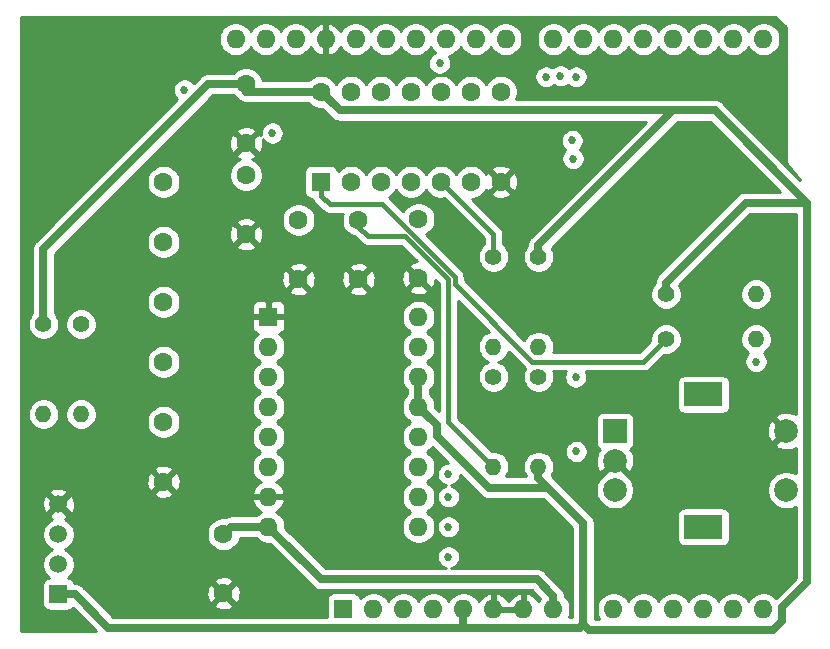
<source format=gbr>
G04 #@! TF.GenerationSoftware,KiCad,Pcbnew,(5.1.5)-3*
G04 #@! TF.CreationDate,2020-03-16T16:37:23-04:00*
G04 #@! TF.ProjectId,StupidDogFocuserPCB,53747570-6964-4446-9f67-466f63757365,1*
G04 #@! TF.SameCoordinates,Original*
G04 #@! TF.FileFunction,Copper,L1,Top*
G04 #@! TF.FilePolarity,Positive*
%FSLAX46Y46*%
G04 Gerber Fmt 4.6, Leading zero omitted, Abs format (unit mm)*
G04 Created by KiCad (PCBNEW (5.1.5)-3) date 2020-03-16 16:37:23*
%MOMM*%
%LPD*%
G04 APERTURE LIST*
%ADD10C,1.600000*%
%ADD11O,1.600000X1.600000*%
%ADD12R,1.600000X1.600000*%
%ADD13O,1.400000X1.400000*%
%ADD14C,1.400000*%
%ADD15C,1.500000*%
%ADD16R,1.500000X1.500000*%
%ADD17R,2.000000X2.000000*%
%ADD18C,2.000000*%
%ADD19R,3.200000X2.000000*%
%ADD20C,0.685800*%
%ADD21C,0.635000*%
%ADD22C,0.381000*%
%ADD23C,0.254000*%
G04 APERTURE END LIST*
D10*
X114935000Y-76200000D03*
X114935000Y-71200000D03*
X114935000Y-68500000D03*
X114935000Y-63500000D03*
X124460000Y-75010000D03*
X124460000Y-80010000D03*
X119380000Y-80010000D03*
X119380000Y-75010000D03*
X129540000Y-79930000D03*
X129540000Y-74930000D03*
D11*
X156210000Y-59690000D03*
X158750000Y-59690000D03*
X119130000Y-59690000D03*
X158750000Y-107950000D03*
X121670000Y-59690000D03*
X156210000Y-107950000D03*
X124210000Y-59690000D03*
X153670000Y-107950000D03*
X126750000Y-59690000D03*
X151130000Y-107950000D03*
X129290000Y-59690000D03*
X148590000Y-107950000D03*
X131830000Y-59690000D03*
X146050000Y-107950000D03*
X134370000Y-59690000D03*
X140970000Y-107950000D03*
X136910000Y-59690000D03*
X138430000Y-107950000D03*
X140970000Y-59690000D03*
X135890000Y-107950000D03*
X143510000Y-59690000D03*
X133350000Y-107950000D03*
X146050000Y-59690000D03*
X130810000Y-107950000D03*
X148590000Y-59690000D03*
X128270000Y-107950000D03*
X151130000Y-59690000D03*
X125730000Y-107950000D03*
X153670000Y-59690000D03*
D12*
X123190000Y-107950000D03*
D11*
X116590000Y-59690000D03*
X114050000Y-59690000D03*
D13*
X100965000Y-91440000D03*
D14*
X100965000Y-83820000D03*
D13*
X97790000Y-91440000D03*
D14*
X97790000Y-83820000D03*
D13*
X139700000Y-95885000D03*
D14*
X139700000Y-88265000D03*
D13*
X135890000Y-95885000D03*
D14*
X135890000Y-88265000D03*
D13*
X158115000Y-85090000D03*
D14*
X150495000Y-85090000D03*
D13*
X135890000Y-85725000D03*
D14*
X135890000Y-78105000D03*
D13*
X158115000Y-81280000D03*
D14*
X150495000Y-81280000D03*
D13*
X139700000Y-85725000D03*
D14*
X139700000Y-78105000D03*
D10*
X107950000Y-97155000D03*
X107950000Y-92075000D03*
X107950000Y-86995000D03*
X107950000Y-81915000D03*
X107950000Y-76835000D03*
X107950000Y-71755000D03*
X113030000Y-101600000D03*
X113030000Y-106600000D03*
X121285000Y-64135000D03*
X123825000Y-64135000D03*
X126365000Y-64135000D03*
X128905000Y-64135000D03*
X131445000Y-64135000D03*
X133985000Y-64135000D03*
X136525000Y-64135000D03*
X136525000Y-71755000D03*
X133985000Y-71755000D03*
X131445000Y-71755000D03*
X128905000Y-71755000D03*
X126365000Y-71755000D03*
X123825000Y-71755000D03*
D12*
X121285000Y-71755000D03*
D15*
X99060000Y-99060000D03*
X99060000Y-101600000D03*
X99060000Y-104140000D03*
D16*
X99060000Y-106680000D03*
D17*
X146170000Y-92865000D03*
D18*
X146170000Y-95365000D03*
X146170000Y-97865000D03*
D19*
X153670000Y-89765000D03*
X153670000Y-100965000D03*
D18*
X160670000Y-92865000D03*
X160670000Y-97865000D03*
D11*
X129540000Y-83185000D03*
X116840000Y-100965000D03*
X129540000Y-85725000D03*
X116840000Y-98425000D03*
X129540000Y-88265000D03*
X116840000Y-95885000D03*
X129540000Y-90805000D03*
X116840000Y-93345000D03*
X129540000Y-93345000D03*
X116840000Y-90805000D03*
X129540000Y-95885000D03*
X116840000Y-88265000D03*
X129540000Y-98425000D03*
X116840000Y-85725000D03*
X129540000Y-100965000D03*
D12*
X116840000Y-83185000D03*
D20*
X109699729Y-63979731D03*
X132080000Y-103505000D03*
X142557500Y-68262500D03*
X142622936Y-69801946D03*
X140335000Y-62865000D03*
X142897500Y-94592500D03*
X132080000Y-96520000D03*
X132080000Y-98425000D03*
X132080000Y-100965000D03*
X142849500Y-88290500D03*
X158115000Y-86995000D03*
X131320000Y-61720000D03*
X141535685Y-62795685D03*
X142875000Y-62865000D03*
X117157500Y-67627500D03*
D21*
X140970000Y-106818630D02*
X139561370Y-105410000D01*
X140970000Y-107950000D02*
X140970000Y-106818630D01*
X121285000Y-105410000D02*
X116840000Y-100965000D01*
X139561370Y-105410000D02*
X121285000Y-105410000D01*
X113665000Y-100965000D02*
X113030000Y-101600000D01*
X116840000Y-100965000D02*
X113665000Y-100965000D01*
D22*
X148590000Y-86995000D02*
X139184357Y-86995000D01*
X126484357Y-73660000D02*
X122009000Y-73660000D01*
X132613411Y-79789054D02*
X126484357Y-73660000D01*
X139184357Y-86995000D02*
X132613411Y-80424054D01*
X121285000Y-72936000D02*
X121285000Y-71755000D01*
X132613411Y-80424054D02*
X132613411Y-79789054D01*
X150495000Y-85090000D02*
X148590000Y-86995000D01*
X122009000Y-73660000D02*
X121285000Y-72936000D01*
X125259999Y-76364999D02*
X124460000Y-75565000D01*
X128434999Y-76364999D02*
X125259999Y-76364999D01*
X132080000Y-80010000D02*
X128434999Y-76364999D01*
X132080000Y-92075000D02*
X132080000Y-80010000D01*
X135890000Y-95885000D02*
X132080000Y-92075000D01*
D21*
X122859701Y-65709701D02*
X121285000Y-64135000D01*
X162444701Y-73544701D02*
X154609701Y-65709701D01*
X133350000Y-107950000D02*
X133350000Y-109081370D01*
X121285000Y-64135000D02*
X114935000Y-64135000D01*
X114935000Y-64135000D02*
X114935000Y-63500000D01*
X157240350Y-73544701D02*
X162444701Y-73544701D01*
X150495000Y-80290051D02*
X157240350Y-73544701D01*
X150495000Y-81280000D02*
X150495000Y-80290051D01*
X139700000Y-78105000D02*
X139700000Y-77115051D01*
X154609701Y-65709701D02*
X153974701Y-65709701D01*
X151105350Y-65709701D02*
X153974701Y-65709701D01*
X139700000Y-77115051D02*
X151105350Y-65709701D01*
X153974701Y-65709701D02*
X122859701Y-65709701D01*
X139700000Y-95885000D02*
X139700000Y-96874949D01*
X143510000Y-100684949D02*
X143510000Y-109220000D01*
X131114701Y-92379701D02*
X129540000Y-90805000D01*
X131114701Y-93292259D02*
X131114701Y-92379701D01*
X135472417Y-97649975D02*
X131114701Y-93292259D01*
X140475025Y-97649975D02*
X135472417Y-97649975D01*
X140475025Y-97649975D02*
X143510000Y-100684949D01*
X139700000Y-96874949D02*
X140475025Y-97649975D01*
X100445000Y-106680000D02*
X103289701Y-109524701D01*
X99060000Y-106680000D02*
X100445000Y-106680000D01*
X143205299Y-109524701D02*
X143510000Y-109220000D01*
X133045299Y-109524701D02*
X143205299Y-109524701D01*
X129540000Y-90805000D02*
X129540000Y-88265000D01*
X97790000Y-77470000D02*
X97790000Y-83820000D01*
X111760000Y-63500000D02*
X97790000Y-77470000D01*
X114935000Y-63500000D02*
X111760000Y-63500000D01*
D23*
X133045299Y-109524701D02*
X133350000Y-109220000D01*
D21*
X103289701Y-109524701D02*
X133045299Y-109524701D01*
D23*
X133350000Y-109220000D02*
X133350000Y-107950000D01*
D21*
X162444701Y-105664339D02*
X162444701Y-73544701D01*
X160324701Y-107784339D02*
X162444701Y-105664339D01*
X143510000Y-109220000D02*
X143980290Y-109690290D01*
X143980290Y-109690290D02*
X159549710Y-109690290D01*
X160324701Y-108915299D02*
X160324701Y-107784339D01*
X159549710Y-109690290D02*
X160324701Y-108915299D01*
D22*
X135890000Y-76200000D02*
X131445000Y-71755000D01*
X135890000Y-78105000D02*
X135890000Y-76200000D01*
D23*
G36*
X160630000Y-58693381D02*
G01*
X160630001Y-69845887D01*
X160629241Y-69906761D01*
X160635953Y-69942854D01*
X160639551Y-69979383D01*
X160647809Y-70006607D01*
X160653011Y-70034577D01*
X160666636Y-70068669D01*
X160677291Y-70103793D01*
X160690698Y-70128876D01*
X160701259Y-70155301D01*
X160721274Y-70186081D01*
X160738576Y-70218450D01*
X160777168Y-70265474D01*
X161835786Y-71588747D01*
X155316308Y-65069270D01*
X155286479Y-65032923D01*
X155141442Y-64913895D01*
X154975970Y-64825449D01*
X154796424Y-64770984D01*
X154656486Y-64757201D01*
X154609701Y-64752593D01*
X154562916Y-64757201D01*
X151152135Y-64757201D01*
X151105350Y-64752593D01*
X151058565Y-64757201D01*
X137820508Y-64757201D01*
X137904853Y-64553574D01*
X137960000Y-64276335D01*
X137960000Y-63993665D01*
X137904853Y-63716426D01*
X137796680Y-63455273D01*
X137639637Y-63220241D01*
X137439759Y-63020363D01*
X137204727Y-62863320D01*
X136976258Y-62768685D01*
X139357100Y-62768685D01*
X139357100Y-62961315D01*
X139394680Y-63150243D01*
X139468396Y-63328210D01*
X139575415Y-63488375D01*
X139711625Y-63624585D01*
X139871790Y-63731604D01*
X140049757Y-63805320D01*
X140238685Y-63842900D01*
X140431315Y-63842900D01*
X140620243Y-63805320D01*
X140798210Y-63731604D01*
X140958375Y-63624585D01*
X140981475Y-63601485D01*
X141072475Y-63662289D01*
X141250442Y-63736005D01*
X141439370Y-63773585D01*
X141632000Y-63773585D01*
X141820928Y-63736005D01*
X141998895Y-63662289D01*
X142159060Y-63555270D01*
X142170685Y-63543645D01*
X142251625Y-63624585D01*
X142411790Y-63731604D01*
X142589757Y-63805320D01*
X142778685Y-63842900D01*
X142971315Y-63842900D01*
X143160243Y-63805320D01*
X143338210Y-63731604D01*
X143498375Y-63624585D01*
X143634585Y-63488375D01*
X143741604Y-63328210D01*
X143815320Y-63150243D01*
X143852900Y-62961315D01*
X143852900Y-62768685D01*
X143815320Y-62579757D01*
X143741604Y-62401790D01*
X143634585Y-62241625D01*
X143498375Y-62105415D01*
X143338210Y-61998396D01*
X143160243Y-61924680D01*
X142971315Y-61887100D01*
X142778685Y-61887100D01*
X142589757Y-61924680D01*
X142411790Y-61998396D01*
X142251625Y-62105415D01*
X142240000Y-62117040D01*
X142159060Y-62036100D01*
X141998895Y-61929081D01*
X141820928Y-61855365D01*
X141632000Y-61817785D01*
X141439370Y-61817785D01*
X141250442Y-61855365D01*
X141072475Y-61929081D01*
X140912310Y-62036100D01*
X140889210Y-62059200D01*
X140798210Y-61998396D01*
X140620243Y-61924680D01*
X140431315Y-61887100D01*
X140238685Y-61887100D01*
X140049757Y-61924680D01*
X139871790Y-61998396D01*
X139711625Y-62105415D01*
X139575415Y-62241625D01*
X139468396Y-62401790D01*
X139394680Y-62579757D01*
X139357100Y-62768685D01*
X136976258Y-62768685D01*
X136943574Y-62755147D01*
X136666335Y-62700000D01*
X136383665Y-62700000D01*
X136106426Y-62755147D01*
X135845273Y-62863320D01*
X135610241Y-63020363D01*
X135410363Y-63220241D01*
X135255000Y-63452759D01*
X135099637Y-63220241D01*
X134899759Y-63020363D01*
X134664727Y-62863320D01*
X134403574Y-62755147D01*
X134126335Y-62700000D01*
X133843665Y-62700000D01*
X133566426Y-62755147D01*
X133305273Y-62863320D01*
X133070241Y-63020363D01*
X132870363Y-63220241D01*
X132715000Y-63452759D01*
X132559637Y-63220241D01*
X132359759Y-63020363D01*
X132124727Y-62863320D01*
X131863574Y-62755147D01*
X131586335Y-62700000D01*
X131303665Y-62700000D01*
X131026426Y-62755147D01*
X130765273Y-62863320D01*
X130530241Y-63020363D01*
X130330363Y-63220241D01*
X130175000Y-63452759D01*
X130019637Y-63220241D01*
X129819759Y-63020363D01*
X129584727Y-62863320D01*
X129323574Y-62755147D01*
X129046335Y-62700000D01*
X128763665Y-62700000D01*
X128486426Y-62755147D01*
X128225273Y-62863320D01*
X127990241Y-63020363D01*
X127790363Y-63220241D01*
X127635000Y-63452759D01*
X127479637Y-63220241D01*
X127279759Y-63020363D01*
X127044727Y-62863320D01*
X126783574Y-62755147D01*
X126506335Y-62700000D01*
X126223665Y-62700000D01*
X125946426Y-62755147D01*
X125685273Y-62863320D01*
X125450241Y-63020363D01*
X125250363Y-63220241D01*
X125095000Y-63452759D01*
X124939637Y-63220241D01*
X124739759Y-63020363D01*
X124504727Y-62863320D01*
X124243574Y-62755147D01*
X123966335Y-62700000D01*
X123683665Y-62700000D01*
X123406426Y-62755147D01*
X123145273Y-62863320D01*
X122910241Y-63020363D01*
X122710363Y-63220241D01*
X122555000Y-63452759D01*
X122399637Y-63220241D01*
X122199759Y-63020363D01*
X121964727Y-62863320D01*
X121703574Y-62755147D01*
X121426335Y-62700000D01*
X121143665Y-62700000D01*
X120866426Y-62755147D01*
X120605273Y-62863320D01*
X120370241Y-63020363D01*
X120208104Y-63182500D01*
X116334958Y-63182500D01*
X116314853Y-63081426D01*
X116206680Y-62820273D01*
X116049637Y-62585241D01*
X115849759Y-62385363D01*
X115614727Y-62228320D01*
X115353574Y-62120147D01*
X115076335Y-62065000D01*
X114793665Y-62065000D01*
X114516426Y-62120147D01*
X114255273Y-62228320D01*
X114020241Y-62385363D01*
X113858104Y-62547500D01*
X111806784Y-62547500D01*
X111759999Y-62542892D01*
X111573277Y-62561283D01*
X111393731Y-62615748D01*
X111228259Y-62704194D01*
X111083222Y-62823222D01*
X111053393Y-62859569D01*
X110498284Y-63414678D01*
X110459314Y-63356356D01*
X110323104Y-63220146D01*
X110162939Y-63113127D01*
X109984972Y-63039411D01*
X109796044Y-63001831D01*
X109603414Y-63001831D01*
X109414486Y-63039411D01*
X109236519Y-63113127D01*
X109076354Y-63220146D01*
X108940144Y-63356356D01*
X108833125Y-63516521D01*
X108759409Y-63694488D01*
X108721829Y-63883416D01*
X108721829Y-64076046D01*
X108759409Y-64264974D01*
X108833125Y-64442941D01*
X108940144Y-64603106D01*
X109076354Y-64739316D01*
X109134676Y-64778286D01*
X97149569Y-76763393D01*
X97113222Y-76793222D01*
X96994194Y-76938259D01*
X96905748Y-77103732D01*
X96878759Y-77192702D01*
X96851283Y-77283278D01*
X96832892Y-77470000D01*
X96837500Y-77516785D01*
X96837501Y-82884524D01*
X96753038Y-82968987D01*
X96606939Y-83187641D01*
X96506304Y-83430595D01*
X96455000Y-83688514D01*
X96455000Y-83951486D01*
X96506304Y-84209405D01*
X96606939Y-84452359D01*
X96753038Y-84671013D01*
X96938987Y-84856962D01*
X97157641Y-85003061D01*
X97400595Y-85103696D01*
X97658514Y-85155000D01*
X97921486Y-85155000D01*
X98179405Y-85103696D01*
X98422359Y-85003061D01*
X98641013Y-84856962D01*
X98826962Y-84671013D01*
X98973061Y-84452359D01*
X99073696Y-84209405D01*
X99125000Y-83951486D01*
X99125000Y-83688514D01*
X99630000Y-83688514D01*
X99630000Y-83951486D01*
X99681304Y-84209405D01*
X99781939Y-84452359D01*
X99928038Y-84671013D01*
X100113987Y-84856962D01*
X100332641Y-85003061D01*
X100575595Y-85103696D01*
X100833514Y-85155000D01*
X101096486Y-85155000D01*
X101354405Y-85103696D01*
X101597359Y-85003061D01*
X101816013Y-84856962D01*
X102001962Y-84671013D01*
X102148061Y-84452359D01*
X102248696Y-84209405D01*
X102293333Y-83985000D01*
X115401928Y-83985000D01*
X115414188Y-84109482D01*
X115450498Y-84229180D01*
X115509463Y-84339494D01*
X115588815Y-84436185D01*
X115685506Y-84515537D01*
X115795820Y-84574502D01*
X115915518Y-84610812D01*
X115923961Y-84611643D01*
X115725363Y-84810241D01*
X115568320Y-85045273D01*
X115460147Y-85306426D01*
X115405000Y-85583665D01*
X115405000Y-85866335D01*
X115460147Y-86143574D01*
X115568320Y-86404727D01*
X115725363Y-86639759D01*
X115925241Y-86839637D01*
X116157759Y-86995000D01*
X115925241Y-87150363D01*
X115725363Y-87350241D01*
X115568320Y-87585273D01*
X115460147Y-87846426D01*
X115405000Y-88123665D01*
X115405000Y-88406335D01*
X115460147Y-88683574D01*
X115568320Y-88944727D01*
X115725363Y-89179759D01*
X115925241Y-89379637D01*
X116157759Y-89535000D01*
X115925241Y-89690363D01*
X115725363Y-89890241D01*
X115568320Y-90125273D01*
X115460147Y-90386426D01*
X115405000Y-90663665D01*
X115405000Y-90946335D01*
X115460147Y-91223574D01*
X115568320Y-91484727D01*
X115725363Y-91719759D01*
X115925241Y-91919637D01*
X116157759Y-92075000D01*
X115925241Y-92230363D01*
X115725363Y-92430241D01*
X115568320Y-92665273D01*
X115460147Y-92926426D01*
X115405000Y-93203665D01*
X115405000Y-93486335D01*
X115460147Y-93763574D01*
X115568320Y-94024727D01*
X115725363Y-94259759D01*
X115925241Y-94459637D01*
X116157759Y-94615000D01*
X115925241Y-94770363D01*
X115725363Y-94970241D01*
X115568320Y-95205273D01*
X115460147Y-95466426D01*
X115405000Y-95743665D01*
X115405000Y-96026335D01*
X115460147Y-96303574D01*
X115568320Y-96564727D01*
X115725363Y-96799759D01*
X115925241Y-96999637D01*
X116160273Y-97156680D01*
X116170865Y-97161067D01*
X115984869Y-97272615D01*
X115776481Y-97461586D01*
X115608963Y-97687580D01*
X115488754Y-97941913D01*
X115448096Y-98075961D01*
X115570085Y-98298000D01*
X116713000Y-98298000D01*
X116713000Y-98278000D01*
X116967000Y-98278000D01*
X116967000Y-98298000D01*
X118109915Y-98298000D01*
X118231904Y-98075961D01*
X118191246Y-97941913D01*
X118071037Y-97687580D01*
X117903519Y-97461586D01*
X117695131Y-97272615D01*
X117509135Y-97161067D01*
X117519727Y-97156680D01*
X117754759Y-96999637D01*
X117954637Y-96799759D01*
X118111680Y-96564727D01*
X118219853Y-96303574D01*
X118275000Y-96026335D01*
X118275000Y-95743665D01*
X118219853Y-95466426D01*
X118111680Y-95205273D01*
X117954637Y-94970241D01*
X117754759Y-94770363D01*
X117522241Y-94615000D01*
X117754759Y-94459637D01*
X117954637Y-94259759D01*
X118111680Y-94024727D01*
X118219853Y-93763574D01*
X118275000Y-93486335D01*
X118275000Y-93203665D01*
X118219853Y-92926426D01*
X118111680Y-92665273D01*
X117954637Y-92430241D01*
X117754759Y-92230363D01*
X117522241Y-92075000D01*
X117754759Y-91919637D01*
X117954637Y-91719759D01*
X118111680Y-91484727D01*
X118219853Y-91223574D01*
X118275000Y-90946335D01*
X118275000Y-90663665D01*
X118219853Y-90386426D01*
X118111680Y-90125273D01*
X117954637Y-89890241D01*
X117754759Y-89690363D01*
X117522241Y-89535000D01*
X117754759Y-89379637D01*
X117954637Y-89179759D01*
X118111680Y-88944727D01*
X118219853Y-88683574D01*
X118275000Y-88406335D01*
X118275000Y-88123665D01*
X118219853Y-87846426D01*
X118111680Y-87585273D01*
X117954637Y-87350241D01*
X117754759Y-87150363D01*
X117522241Y-86995000D01*
X117754759Y-86839637D01*
X117954637Y-86639759D01*
X118111680Y-86404727D01*
X118219853Y-86143574D01*
X118275000Y-85866335D01*
X118275000Y-85583665D01*
X118219853Y-85306426D01*
X118111680Y-85045273D01*
X117954637Y-84810241D01*
X117756039Y-84611643D01*
X117764482Y-84610812D01*
X117884180Y-84574502D01*
X117994494Y-84515537D01*
X118091185Y-84436185D01*
X118170537Y-84339494D01*
X118229502Y-84229180D01*
X118265812Y-84109482D01*
X118278072Y-83985000D01*
X118275000Y-83470750D01*
X118116250Y-83312000D01*
X116967000Y-83312000D01*
X116967000Y-83332000D01*
X116713000Y-83332000D01*
X116713000Y-83312000D01*
X115563750Y-83312000D01*
X115405000Y-83470750D01*
X115401928Y-83985000D01*
X102293333Y-83985000D01*
X102300000Y-83951486D01*
X102300000Y-83688514D01*
X102248696Y-83430595D01*
X102148061Y-83187641D01*
X102001962Y-82968987D01*
X101816013Y-82783038D01*
X101597359Y-82636939D01*
X101354405Y-82536304D01*
X101096486Y-82485000D01*
X100833514Y-82485000D01*
X100575595Y-82536304D01*
X100332641Y-82636939D01*
X100113987Y-82783038D01*
X99928038Y-82968987D01*
X99781939Y-83187641D01*
X99681304Y-83430595D01*
X99630000Y-83688514D01*
X99125000Y-83688514D01*
X99073696Y-83430595D01*
X98973061Y-83187641D01*
X98826962Y-82968987D01*
X98742500Y-82884525D01*
X98742500Y-81773665D01*
X106515000Y-81773665D01*
X106515000Y-82056335D01*
X106570147Y-82333574D01*
X106678320Y-82594727D01*
X106835363Y-82829759D01*
X107035241Y-83029637D01*
X107270273Y-83186680D01*
X107531426Y-83294853D01*
X107808665Y-83350000D01*
X108091335Y-83350000D01*
X108368574Y-83294853D01*
X108629727Y-83186680D01*
X108864759Y-83029637D01*
X109064637Y-82829759D01*
X109221680Y-82594727D01*
X109308551Y-82385000D01*
X115401928Y-82385000D01*
X115405000Y-82899250D01*
X115563750Y-83058000D01*
X116713000Y-83058000D01*
X116713000Y-81908750D01*
X116967000Y-81908750D01*
X116967000Y-83058000D01*
X118116250Y-83058000D01*
X118275000Y-82899250D01*
X118278072Y-82385000D01*
X118265812Y-82260518D01*
X118229502Y-82140820D01*
X118170537Y-82030506D01*
X118091185Y-81933815D01*
X117994494Y-81854463D01*
X117884180Y-81795498D01*
X117764482Y-81759188D01*
X117640000Y-81746928D01*
X117125750Y-81750000D01*
X116967000Y-81908750D01*
X116713000Y-81908750D01*
X116554250Y-81750000D01*
X116040000Y-81746928D01*
X115915518Y-81759188D01*
X115795820Y-81795498D01*
X115685506Y-81854463D01*
X115588815Y-81933815D01*
X115509463Y-82030506D01*
X115450498Y-82140820D01*
X115414188Y-82260518D01*
X115401928Y-82385000D01*
X109308551Y-82385000D01*
X109329853Y-82333574D01*
X109385000Y-82056335D01*
X109385000Y-81773665D01*
X109329853Y-81496426D01*
X109221680Y-81235273D01*
X109066282Y-81002702D01*
X118566903Y-81002702D01*
X118638486Y-81246671D01*
X118893996Y-81367571D01*
X119168184Y-81436300D01*
X119450512Y-81450217D01*
X119730130Y-81408787D01*
X119996292Y-81313603D01*
X120121514Y-81246671D01*
X120193097Y-81002702D01*
X123646903Y-81002702D01*
X123718486Y-81246671D01*
X123973996Y-81367571D01*
X124248184Y-81436300D01*
X124530512Y-81450217D01*
X124810130Y-81408787D01*
X125076292Y-81313603D01*
X125201514Y-81246671D01*
X125273097Y-81002702D01*
X125193097Y-80922702D01*
X128726903Y-80922702D01*
X128798486Y-81166671D01*
X129053996Y-81287571D01*
X129328184Y-81356300D01*
X129610512Y-81370217D01*
X129890130Y-81328787D01*
X130156292Y-81233603D01*
X130281514Y-81166671D01*
X130353097Y-80922702D01*
X129540000Y-80109605D01*
X128726903Y-80922702D01*
X125193097Y-80922702D01*
X124460000Y-80189605D01*
X123646903Y-81002702D01*
X120193097Y-81002702D01*
X119380000Y-80189605D01*
X118566903Y-81002702D01*
X109066282Y-81002702D01*
X109064637Y-81000241D01*
X108864759Y-80800363D01*
X108629727Y-80643320D01*
X108368574Y-80535147D01*
X108091335Y-80480000D01*
X107808665Y-80480000D01*
X107531426Y-80535147D01*
X107270273Y-80643320D01*
X107035241Y-80800363D01*
X106835363Y-81000241D01*
X106678320Y-81235273D01*
X106570147Y-81496426D01*
X106515000Y-81773665D01*
X98742500Y-81773665D01*
X98742500Y-80080512D01*
X117939783Y-80080512D01*
X117981213Y-80360130D01*
X118076397Y-80626292D01*
X118143329Y-80751514D01*
X118387298Y-80823097D01*
X119200395Y-80010000D01*
X119559605Y-80010000D01*
X120372702Y-80823097D01*
X120616671Y-80751514D01*
X120737571Y-80496004D01*
X120806300Y-80221816D01*
X120813265Y-80080512D01*
X123019783Y-80080512D01*
X123061213Y-80360130D01*
X123156397Y-80626292D01*
X123223329Y-80751514D01*
X123467298Y-80823097D01*
X124280395Y-80010000D01*
X124639605Y-80010000D01*
X125452702Y-80823097D01*
X125696671Y-80751514D01*
X125817571Y-80496004D01*
X125886300Y-80221816D01*
X125897208Y-80000512D01*
X128099783Y-80000512D01*
X128141213Y-80280130D01*
X128236397Y-80546292D01*
X128303329Y-80671514D01*
X128547298Y-80743097D01*
X129360395Y-79930000D01*
X128547298Y-79116903D01*
X128303329Y-79188486D01*
X128182429Y-79443996D01*
X128113700Y-79718184D01*
X128099783Y-80000512D01*
X125897208Y-80000512D01*
X125900217Y-79939488D01*
X125858787Y-79659870D01*
X125763603Y-79393708D01*
X125696671Y-79268486D01*
X125452702Y-79196903D01*
X124639605Y-80010000D01*
X124280395Y-80010000D01*
X123467298Y-79196903D01*
X123223329Y-79268486D01*
X123102429Y-79523996D01*
X123033700Y-79798184D01*
X123019783Y-80080512D01*
X120813265Y-80080512D01*
X120820217Y-79939488D01*
X120778787Y-79659870D01*
X120683603Y-79393708D01*
X120616671Y-79268486D01*
X120372702Y-79196903D01*
X119559605Y-80010000D01*
X119200395Y-80010000D01*
X118387298Y-79196903D01*
X118143329Y-79268486D01*
X118022429Y-79523996D01*
X117953700Y-79798184D01*
X117939783Y-80080512D01*
X98742500Y-80080512D01*
X98742500Y-79017298D01*
X118566903Y-79017298D01*
X119380000Y-79830395D01*
X120193097Y-79017298D01*
X123646903Y-79017298D01*
X124460000Y-79830395D01*
X125273097Y-79017298D01*
X125201514Y-78773329D01*
X124946004Y-78652429D01*
X124671816Y-78583700D01*
X124389488Y-78569783D01*
X124109870Y-78611213D01*
X123843708Y-78706397D01*
X123718486Y-78773329D01*
X123646903Y-79017298D01*
X120193097Y-79017298D01*
X120121514Y-78773329D01*
X119866004Y-78652429D01*
X119591816Y-78583700D01*
X119309488Y-78569783D01*
X119029870Y-78611213D01*
X118763708Y-78706397D01*
X118638486Y-78773329D01*
X118566903Y-79017298D01*
X98742500Y-79017298D01*
X98742500Y-77864538D01*
X99913373Y-76693665D01*
X106515000Y-76693665D01*
X106515000Y-76976335D01*
X106570147Y-77253574D01*
X106678320Y-77514727D01*
X106835363Y-77749759D01*
X107035241Y-77949637D01*
X107270273Y-78106680D01*
X107531426Y-78214853D01*
X107808665Y-78270000D01*
X108091335Y-78270000D01*
X108368574Y-78214853D01*
X108629727Y-78106680D01*
X108864759Y-77949637D01*
X109064637Y-77749759D01*
X109221680Y-77514727D01*
X109329853Y-77253574D01*
X109341961Y-77192702D01*
X114121903Y-77192702D01*
X114193486Y-77436671D01*
X114448996Y-77557571D01*
X114723184Y-77626300D01*
X115005512Y-77640217D01*
X115285130Y-77598787D01*
X115551292Y-77503603D01*
X115676514Y-77436671D01*
X115748097Y-77192702D01*
X114935000Y-76379605D01*
X114121903Y-77192702D01*
X109341961Y-77192702D01*
X109385000Y-76976335D01*
X109385000Y-76693665D01*
X109329853Y-76416426D01*
X109269414Y-76270512D01*
X113494783Y-76270512D01*
X113536213Y-76550130D01*
X113631397Y-76816292D01*
X113698329Y-76941514D01*
X113942298Y-77013097D01*
X114755395Y-76200000D01*
X115114605Y-76200000D01*
X115927702Y-77013097D01*
X116171671Y-76941514D01*
X116292571Y-76686004D01*
X116361300Y-76411816D01*
X116375217Y-76129488D01*
X116333787Y-75849870D01*
X116238603Y-75583708D01*
X116171671Y-75458486D01*
X115927702Y-75386903D01*
X115114605Y-76200000D01*
X114755395Y-76200000D01*
X113942298Y-75386903D01*
X113698329Y-75458486D01*
X113577429Y-75713996D01*
X113508700Y-75988184D01*
X113494783Y-76270512D01*
X109269414Y-76270512D01*
X109221680Y-76155273D01*
X109064637Y-75920241D01*
X108864759Y-75720363D01*
X108629727Y-75563320D01*
X108368574Y-75455147D01*
X108091335Y-75400000D01*
X107808665Y-75400000D01*
X107531426Y-75455147D01*
X107270273Y-75563320D01*
X107035241Y-75720363D01*
X106835363Y-75920241D01*
X106678320Y-76155273D01*
X106570147Y-76416426D01*
X106515000Y-76693665D01*
X99913373Y-76693665D01*
X101399740Y-75207298D01*
X114121903Y-75207298D01*
X114935000Y-76020395D01*
X115748097Y-75207298D01*
X115676514Y-74963329D01*
X115476452Y-74868665D01*
X117945000Y-74868665D01*
X117945000Y-75151335D01*
X118000147Y-75428574D01*
X118108320Y-75689727D01*
X118265363Y-75924759D01*
X118465241Y-76124637D01*
X118700273Y-76281680D01*
X118961426Y-76389853D01*
X119238665Y-76445000D01*
X119521335Y-76445000D01*
X119798574Y-76389853D01*
X120059727Y-76281680D01*
X120294759Y-76124637D01*
X120494637Y-75924759D01*
X120651680Y-75689727D01*
X120759853Y-75428574D01*
X120815000Y-75151335D01*
X120815000Y-74868665D01*
X120759853Y-74591426D01*
X120651680Y-74330273D01*
X120494637Y-74095241D01*
X120294759Y-73895363D01*
X120059727Y-73738320D01*
X119798574Y-73630147D01*
X119521335Y-73575000D01*
X119238665Y-73575000D01*
X118961426Y-73630147D01*
X118700273Y-73738320D01*
X118465241Y-73895363D01*
X118265363Y-74095241D01*
X118108320Y-74330273D01*
X118000147Y-74591426D01*
X117945000Y-74868665D01*
X115476452Y-74868665D01*
X115421004Y-74842429D01*
X115146816Y-74773700D01*
X114864488Y-74759783D01*
X114584870Y-74801213D01*
X114318708Y-74896397D01*
X114193486Y-74963329D01*
X114121903Y-75207298D01*
X101399740Y-75207298D01*
X104993373Y-71613665D01*
X106515000Y-71613665D01*
X106515000Y-71896335D01*
X106570147Y-72173574D01*
X106678320Y-72434727D01*
X106835363Y-72669759D01*
X107035241Y-72869637D01*
X107270273Y-73026680D01*
X107531426Y-73134853D01*
X107808665Y-73190000D01*
X108091335Y-73190000D01*
X108368574Y-73134853D01*
X108629727Y-73026680D01*
X108864759Y-72869637D01*
X109064637Y-72669759D01*
X109221680Y-72434727D01*
X109329853Y-72173574D01*
X109385000Y-71896335D01*
X109385000Y-71613665D01*
X109329853Y-71336426D01*
X109221680Y-71075273D01*
X109210583Y-71058665D01*
X113500000Y-71058665D01*
X113500000Y-71341335D01*
X113555147Y-71618574D01*
X113663320Y-71879727D01*
X113820363Y-72114759D01*
X114020241Y-72314637D01*
X114255273Y-72471680D01*
X114516426Y-72579853D01*
X114793665Y-72635000D01*
X115076335Y-72635000D01*
X115353574Y-72579853D01*
X115614727Y-72471680D01*
X115849759Y-72314637D01*
X116049637Y-72114759D01*
X116206680Y-71879727D01*
X116314853Y-71618574D01*
X116370000Y-71341335D01*
X116370000Y-71058665D01*
X116314853Y-70781426D01*
X116206680Y-70520273D01*
X116049637Y-70285241D01*
X115849759Y-70085363D01*
X115614727Y-69928320D01*
X115423749Y-69849214D01*
X115551292Y-69803603D01*
X115676514Y-69736671D01*
X115748097Y-69492702D01*
X114935000Y-68679605D01*
X114121903Y-69492702D01*
X114193486Y-69736671D01*
X114438298Y-69852509D01*
X114255273Y-69928320D01*
X114020241Y-70085363D01*
X113820363Y-70285241D01*
X113663320Y-70520273D01*
X113555147Y-70781426D01*
X113500000Y-71058665D01*
X109210583Y-71058665D01*
X109064637Y-70840241D01*
X108864759Y-70640363D01*
X108629727Y-70483320D01*
X108368574Y-70375147D01*
X108091335Y-70320000D01*
X107808665Y-70320000D01*
X107531426Y-70375147D01*
X107270273Y-70483320D01*
X107035241Y-70640363D01*
X106835363Y-70840241D01*
X106678320Y-71075273D01*
X106570147Y-71336426D01*
X106515000Y-71613665D01*
X104993373Y-71613665D01*
X108036526Y-68570512D01*
X113494783Y-68570512D01*
X113536213Y-68850130D01*
X113631397Y-69116292D01*
X113698329Y-69241514D01*
X113942298Y-69313097D01*
X114755395Y-68500000D01*
X115114605Y-68500000D01*
X115927702Y-69313097D01*
X116171671Y-69241514D01*
X116292571Y-68986004D01*
X116361300Y-68711816D01*
X116375217Y-68429488D01*
X116334745Y-68156334D01*
X116397915Y-68250875D01*
X116534125Y-68387085D01*
X116694290Y-68494104D01*
X116872257Y-68567820D01*
X117061185Y-68605400D01*
X117253815Y-68605400D01*
X117442743Y-68567820D01*
X117620710Y-68494104D01*
X117780875Y-68387085D01*
X117917085Y-68250875D01*
X117973673Y-68166185D01*
X141579600Y-68166185D01*
X141579600Y-68358815D01*
X141617180Y-68547743D01*
X141690896Y-68725710D01*
X141797915Y-68885875D01*
X141934125Y-69022085D01*
X141985506Y-69056416D01*
X141863351Y-69178571D01*
X141756332Y-69338736D01*
X141682616Y-69516703D01*
X141645036Y-69705631D01*
X141645036Y-69898261D01*
X141682616Y-70087189D01*
X141756332Y-70265156D01*
X141863351Y-70425321D01*
X141999561Y-70561531D01*
X142159726Y-70668550D01*
X142337693Y-70742266D01*
X142526621Y-70779846D01*
X142719251Y-70779846D01*
X142908179Y-70742266D01*
X143086146Y-70668550D01*
X143246311Y-70561531D01*
X143382521Y-70425321D01*
X143489540Y-70265156D01*
X143563256Y-70087189D01*
X143600836Y-69898261D01*
X143600836Y-69705631D01*
X143563256Y-69516703D01*
X143489540Y-69338736D01*
X143382521Y-69178571D01*
X143246311Y-69042361D01*
X143194930Y-69008030D01*
X143317085Y-68885875D01*
X143424104Y-68725710D01*
X143497820Y-68547743D01*
X143535400Y-68358815D01*
X143535400Y-68166185D01*
X143497820Y-67977257D01*
X143424104Y-67799290D01*
X143317085Y-67639125D01*
X143180875Y-67502915D01*
X143020710Y-67395896D01*
X142842743Y-67322180D01*
X142653815Y-67284600D01*
X142461185Y-67284600D01*
X142272257Y-67322180D01*
X142094290Y-67395896D01*
X141934125Y-67502915D01*
X141797915Y-67639125D01*
X141690896Y-67799290D01*
X141617180Y-67977257D01*
X141579600Y-68166185D01*
X117973673Y-68166185D01*
X118024104Y-68090710D01*
X118097820Y-67912743D01*
X118135400Y-67723815D01*
X118135400Y-67531185D01*
X118097820Y-67342257D01*
X118024104Y-67164290D01*
X117917085Y-67004125D01*
X117780875Y-66867915D01*
X117620710Y-66760896D01*
X117442743Y-66687180D01*
X117253815Y-66649600D01*
X117061185Y-66649600D01*
X116872257Y-66687180D01*
X116694290Y-66760896D01*
X116534125Y-66867915D01*
X116397915Y-67004125D01*
X116290896Y-67164290D01*
X116217180Y-67342257D01*
X116179600Y-67531185D01*
X116179600Y-67723815D01*
X116195284Y-67802663D01*
X116171671Y-67758486D01*
X115927702Y-67686903D01*
X115114605Y-68500000D01*
X114755395Y-68500000D01*
X113942298Y-67686903D01*
X113698329Y-67758486D01*
X113577429Y-68013996D01*
X113508700Y-68288184D01*
X113494783Y-68570512D01*
X108036526Y-68570512D01*
X109099740Y-67507298D01*
X114121903Y-67507298D01*
X114935000Y-68320395D01*
X115748097Y-67507298D01*
X115676514Y-67263329D01*
X115421004Y-67142429D01*
X115146816Y-67073700D01*
X114864488Y-67059783D01*
X114584870Y-67101213D01*
X114318708Y-67196397D01*
X114193486Y-67263329D01*
X114121903Y-67507298D01*
X109099740Y-67507298D01*
X112154538Y-64452500D01*
X113858104Y-64452500D01*
X114020241Y-64614637D01*
X114188941Y-64727359D01*
X114258222Y-64811778D01*
X114403259Y-64930806D01*
X114568731Y-65019252D01*
X114748277Y-65073717D01*
X114935000Y-65092108D01*
X114981785Y-65087500D01*
X120208104Y-65087500D01*
X120370241Y-65249637D01*
X120605273Y-65406680D01*
X120866426Y-65514853D01*
X121143665Y-65570000D01*
X121372962Y-65570000D01*
X122153094Y-66350132D01*
X122182923Y-66386479D01*
X122327960Y-66505507D01*
X122493432Y-66593953D01*
X122672978Y-66648418D01*
X122812916Y-66662201D01*
X122859701Y-66666809D01*
X122906486Y-66662201D01*
X148805812Y-66662201D01*
X139059565Y-76408448D01*
X139023223Y-76438273D01*
X138993399Y-76474614D01*
X138904194Y-76583311D01*
X138815749Y-76748782D01*
X138761283Y-76928329D01*
X138742892Y-77115051D01*
X138747501Y-77161845D01*
X138747501Y-77169524D01*
X138663038Y-77253987D01*
X138516939Y-77472641D01*
X138416304Y-77715595D01*
X138365000Y-77973514D01*
X138365000Y-78236486D01*
X138416304Y-78494405D01*
X138516939Y-78737359D01*
X138663038Y-78956013D01*
X138848987Y-79141962D01*
X139067641Y-79288061D01*
X139310595Y-79388696D01*
X139568514Y-79440000D01*
X139831486Y-79440000D01*
X140089405Y-79388696D01*
X140332359Y-79288061D01*
X140551013Y-79141962D01*
X140736962Y-78956013D01*
X140883061Y-78737359D01*
X140983696Y-78494405D01*
X141035000Y-78236486D01*
X141035000Y-77973514D01*
X140983696Y-77715595D01*
X140883061Y-77472641D01*
X140805511Y-77356578D01*
X151499888Y-66662201D01*
X154215163Y-66662201D01*
X160145162Y-72592201D01*
X157287134Y-72592201D01*
X157240349Y-72587593D01*
X157053627Y-72605984D01*
X156874081Y-72660449D01*
X156708609Y-72748895D01*
X156563572Y-72867923D01*
X156533743Y-72904270D01*
X149854565Y-79583448D01*
X149818223Y-79613273D01*
X149788399Y-79649614D01*
X149699194Y-79758311D01*
X149610749Y-79923782D01*
X149556283Y-80103329D01*
X149537892Y-80290051D01*
X149542501Y-80336845D01*
X149542501Y-80344524D01*
X149458038Y-80428987D01*
X149311939Y-80647641D01*
X149211304Y-80890595D01*
X149160000Y-81148514D01*
X149160000Y-81411486D01*
X149211304Y-81669405D01*
X149311939Y-81912359D01*
X149458038Y-82131013D01*
X149643987Y-82316962D01*
X149862641Y-82463061D01*
X150105595Y-82563696D01*
X150363514Y-82615000D01*
X150626486Y-82615000D01*
X150884405Y-82563696D01*
X151127359Y-82463061D01*
X151346013Y-82316962D01*
X151531962Y-82131013D01*
X151678061Y-81912359D01*
X151778696Y-81669405D01*
X151830000Y-81411486D01*
X151830000Y-81148514D01*
X156780000Y-81148514D01*
X156780000Y-81411486D01*
X156831304Y-81669405D01*
X156931939Y-81912359D01*
X157078038Y-82131013D01*
X157263987Y-82316962D01*
X157482641Y-82463061D01*
X157725595Y-82563696D01*
X157983514Y-82615000D01*
X158246486Y-82615000D01*
X158504405Y-82563696D01*
X158747359Y-82463061D01*
X158966013Y-82316962D01*
X159151962Y-82131013D01*
X159298061Y-81912359D01*
X159398696Y-81669405D01*
X159450000Y-81411486D01*
X159450000Y-81148514D01*
X159398696Y-80890595D01*
X159298061Y-80647641D01*
X159151962Y-80428987D01*
X158966013Y-80243038D01*
X158747359Y-80096939D01*
X158504405Y-79996304D01*
X158246486Y-79945000D01*
X157983514Y-79945000D01*
X157725595Y-79996304D01*
X157482641Y-80096939D01*
X157263987Y-80243038D01*
X157078038Y-80428987D01*
X156931939Y-80647641D01*
X156831304Y-80890595D01*
X156780000Y-81148514D01*
X151830000Y-81148514D01*
X151778696Y-80890595D01*
X151678061Y-80647641D01*
X151600511Y-80531578D01*
X157634888Y-74497201D01*
X161492202Y-74497201D01*
X161492201Y-91446777D01*
X161240429Y-91324296D01*
X160928892Y-91242616D01*
X160607405Y-91223282D01*
X160288325Y-91267039D01*
X159983912Y-91372205D01*
X159809956Y-91465186D01*
X159714192Y-91729587D01*
X160670000Y-92685395D01*
X160684143Y-92671253D01*
X160863748Y-92850858D01*
X160849605Y-92865000D01*
X160863748Y-92879143D01*
X160684143Y-93058748D01*
X160670000Y-93044605D01*
X159714192Y-94000413D01*
X159809956Y-94264814D01*
X160099571Y-94405704D01*
X160411108Y-94487384D01*
X160732595Y-94506718D01*
X161051675Y-94462961D01*
X161356088Y-94357795D01*
X161492201Y-94285041D01*
X161492201Y-96447980D01*
X161444463Y-96416082D01*
X161146912Y-96292832D01*
X160831033Y-96230000D01*
X160508967Y-96230000D01*
X160193088Y-96292832D01*
X159895537Y-96416082D01*
X159627748Y-96595013D01*
X159400013Y-96822748D01*
X159221082Y-97090537D01*
X159097832Y-97388088D01*
X159035000Y-97703967D01*
X159035000Y-98026033D01*
X159097832Y-98341912D01*
X159221082Y-98639463D01*
X159400013Y-98907252D01*
X159627748Y-99134987D01*
X159895537Y-99313918D01*
X160193088Y-99437168D01*
X160508967Y-99500000D01*
X160831033Y-99500000D01*
X161146912Y-99437168D01*
X161444463Y-99313918D01*
X161492201Y-99282020D01*
X161492201Y-105269800D01*
X159795699Y-106966303D01*
X159664759Y-106835363D01*
X159429727Y-106678320D01*
X159168574Y-106570147D01*
X158891335Y-106515000D01*
X158608665Y-106515000D01*
X158331426Y-106570147D01*
X158070273Y-106678320D01*
X157835241Y-106835363D01*
X157635363Y-107035241D01*
X157480000Y-107267759D01*
X157324637Y-107035241D01*
X157124759Y-106835363D01*
X156889727Y-106678320D01*
X156628574Y-106570147D01*
X156351335Y-106515000D01*
X156068665Y-106515000D01*
X155791426Y-106570147D01*
X155530273Y-106678320D01*
X155295241Y-106835363D01*
X155095363Y-107035241D01*
X154940000Y-107267759D01*
X154784637Y-107035241D01*
X154584759Y-106835363D01*
X154349727Y-106678320D01*
X154088574Y-106570147D01*
X153811335Y-106515000D01*
X153528665Y-106515000D01*
X153251426Y-106570147D01*
X152990273Y-106678320D01*
X152755241Y-106835363D01*
X152555363Y-107035241D01*
X152400000Y-107267759D01*
X152244637Y-107035241D01*
X152044759Y-106835363D01*
X151809727Y-106678320D01*
X151548574Y-106570147D01*
X151271335Y-106515000D01*
X150988665Y-106515000D01*
X150711426Y-106570147D01*
X150450273Y-106678320D01*
X150215241Y-106835363D01*
X150015363Y-107035241D01*
X149860000Y-107267759D01*
X149704637Y-107035241D01*
X149504759Y-106835363D01*
X149269727Y-106678320D01*
X149008574Y-106570147D01*
X148731335Y-106515000D01*
X148448665Y-106515000D01*
X148171426Y-106570147D01*
X147910273Y-106678320D01*
X147675241Y-106835363D01*
X147475363Y-107035241D01*
X147320000Y-107267759D01*
X147164637Y-107035241D01*
X146964759Y-106835363D01*
X146729727Y-106678320D01*
X146468574Y-106570147D01*
X146191335Y-106515000D01*
X145908665Y-106515000D01*
X145631426Y-106570147D01*
X145370273Y-106678320D01*
X145135241Y-106835363D01*
X144935363Y-107035241D01*
X144778320Y-107270273D01*
X144670147Y-107531426D01*
X144615000Y-107808665D01*
X144615000Y-108091335D01*
X144670147Y-108368574D01*
X144778320Y-108629727D01*
X144850525Y-108737790D01*
X144462500Y-108737790D01*
X144462500Y-100731733D01*
X144467108Y-100684948D01*
X144448717Y-100498226D01*
X144430220Y-100437250D01*
X144394252Y-100318680D01*
X144305806Y-100153208D01*
X144186778Y-100008171D01*
X144150436Y-99978346D01*
X144137090Y-99965000D01*
X151431928Y-99965000D01*
X151431928Y-101965000D01*
X151444188Y-102089482D01*
X151480498Y-102209180D01*
X151539463Y-102319494D01*
X151618815Y-102416185D01*
X151715506Y-102495537D01*
X151825820Y-102554502D01*
X151945518Y-102590812D01*
X152070000Y-102603072D01*
X155270000Y-102603072D01*
X155394482Y-102590812D01*
X155514180Y-102554502D01*
X155624494Y-102495537D01*
X155721185Y-102416185D01*
X155800537Y-102319494D01*
X155859502Y-102209180D01*
X155895812Y-102089482D01*
X155908072Y-101965000D01*
X155908072Y-99965000D01*
X155895812Y-99840518D01*
X155859502Y-99720820D01*
X155800537Y-99610506D01*
X155721185Y-99513815D01*
X155624494Y-99434463D01*
X155514180Y-99375498D01*
X155394482Y-99339188D01*
X155270000Y-99326928D01*
X152070000Y-99326928D01*
X151945518Y-99339188D01*
X151825820Y-99375498D01*
X151715506Y-99434463D01*
X151618815Y-99513815D01*
X151539463Y-99610506D01*
X151480498Y-99720820D01*
X151444188Y-99840518D01*
X151431928Y-99965000D01*
X144137090Y-99965000D01*
X141876056Y-97703967D01*
X144535000Y-97703967D01*
X144535000Y-98026033D01*
X144597832Y-98341912D01*
X144721082Y-98639463D01*
X144900013Y-98907252D01*
X145127748Y-99134987D01*
X145395537Y-99313918D01*
X145693088Y-99437168D01*
X146008967Y-99500000D01*
X146331033Y-99500000D01*
X146646912Y-99437168D01*
X146944463Y-99313918D01*
X147212252Y-99134987D01*
X147439987Y-98907252D01*
X147618918Y-98639463D01*
X147742168Y-98341912D01*
X147805000Y-98026033D01*
X147805000Y-97703967D01*
X147742168Y-97388088D01*
X147618918Y-97090537D01*
X147439987Y-96822748D01*
X147212252Y-96595013D01*
X147115065Y-96530075D01*
X147125808Y-96500413D01*
X146170000Y-95544605D01*
X145214192Y-96500413D01*
X145224935Y-96530075D01*
X145127748Y-96595013D01*
X144900013Y-96822748D01*
X144721082Y-97090537D01*
X144597832Y-97388088D01*
X144535000Y-97703967D01*
X141876056Y-97703967D01*
X141181632Y-97009544D01*
X141151803Y-96973197D01*
X141115456Y-96943368D01*
X140805510Y-96633422D01*
X140883061Y-96517359D01*
X140983696Y-96274405D01*
X141035000Y-96016486D01*
X141035000Y-95753514D01*
X140983696Y-95495595D01*
X140883061Y-95252641D01*
X140736962Y-95033987D01*
X140551013Y-94848038D01*
X140332359Y-94701939D01*
X140089405Y-94601304D01*
X139831486Y-94550000D01*
X139568514Y-94550000D01*
X139310595Y-94601304D01*
X139067641Y-94701939D01*
X138848987Y-94848038D01*
X138663038Y-95033987D01*
X138516939Y-95252641D01*
X138416304Y-95495595D01*
X138365000Y-95753514D01*
X138365000Y-96016486D01*
X138416304Y-96274405D01*
X138516939Y-96517359D01*
X138637288Y-96697475D01*
X136952712Y-96697475D01*
X137073061Y-96517359D01*
X137173696Y-96274405D01*
X137225000Y-96016486D01*
X137225000Y-95753514D01*
X137173696Y-95495595D01*
X137073061Y-95252641D01*
X136926962Y-95033987D01*
X136741013Y-94848038D01*
X136522359Y-94701939D01*
X136279405Y-94601304D01*
X136021486Y-94550000D01*
X135758514Y-94550000D01*
X135728420Y-94555986D01*
X135668619Y-94496185D01*
X141919600Y-94496185D01*
X141919600Y-94688815D01*
X141957180Y-94877743D01*
X142030896Y-95055710D01*
X142137915Y-95215875D01*
X142274125Y-95352085D01*
X142434290Y-95459104D01*
X142612257Y-95532820D01*
X142801185Y-95570400D01*
X142993815Y-95570400D01*
X143182743Y-95532820D01*
X143360710Y-95459104D01*
X143407866Y-95427595D01*
X144528282Y-95427595D01*
X144572039Y-95746675D01*
X144677205Y-96051088D01*
X144770186Y-96225044D01*
X145034587Y-96320808D01*
X145990395Y-95365000D01*
X145976253Y-95350858D01*
X146155858Y-95171253D01*
X146170000Y-95185395D01*
X146184143Y-95171253D01*
X146363748Y-95350858D01*
X146349605Y-95365000D01*
X147305413Y-96320808D01*
X147569814Y-96225044D01*
X147710704Y-95935429D01*
X147792384Y-95623892D01*
X147811718Y-95302405D01*
X147767961Y-94983325D01*
X147662795Y-94678912D01*
X147569814Y-94504956D01*
X147420777Y-94450976D01*
X147524494Y-94395537D01*
X147621185Y-94316185D01*
X147700537Y-94219494D01*
X147759502Y-94109180D01*
X147795812Y-93989482D01*
X147808072Y-93865000D01*
X147808072Y-92927595D01*
X159028282Y-92927595D01*
X159072039Y-93246675D01*
X159177205Y-93551088D01*
X159270186Y-93725044D01*
X159534587Y-93820808D01*
X160490395Y-92865000D01*
X159534587Y-91909192D01*
X159270186Y-92004956D01*
X159129296Y-92294571D01*
X159047616Y-92606108D01*
X159028282Y-92927595D01*
X147808072Y-92927595D01*
X147808072Y-91865000D01*
X147795812Y-91740518D01*
X147759502Y-91620820D01*
X147700537Y-91510506D01*
X147621185Y-91413815D01*
X147524494Y-91334463D01*
X147414180Y-91275498D01*
X147294482Y-91239188D01*
X147170000Y-91226928D01*
X145170000Y-91226928D01*
X145045518Y-91239188D01*
X144925820Y-91275498D01*
X144815506Y-91334463D01*
X144718815Y-91413815D01*
X144639463Y-91510506D01*
X144580498Y-91620820D01*
X144544188Y-91740518D01*
X144531928Y-91865000D01*
X144531928Y-93865000D01*
X144544188Y-93989482D01*
X144580498Y-94109180D01*
X144639463Y-94219494D01*
X144718815Y-94316185D01*
X144815506Y-94395537D01*
X144919223Y-94450976D01*
X144770186Y-94504956D01*
X144629296Y-94794571D01*
X144547616Y-95106108D01*
X144528282Y-95427595D01*
X143407866Y-95427595D01*
X143520875Y-95352085D01*
X143657085Y-95215875D01*
X143764104Y-95055710D01*
X143837820Y-94877743D01*
X143875400Y-94688815D01*
X143875400Y-94496185D01*
X143837820Y-94307257D01*
X143764104Y-94129290D01*
X143657085Y-93969125D01*
X143520875Y-93832915D01*
X143360710Y-93725896D01*
X143182743Y-93652180D01*
X142993815Y-93614600D01*
X142801185Y-93614600D01*
X142612257Y-93652180D01*
X142434290Y-93725896D01*
X142274125Y-93832915D01*
X142137915Y-93969125D01*
X142030896Y-94129290D01*
X141957180Y-94307257D01*
X141919600Y-94496185D01*
X135668619Y-94496185D01*
X132905500Y-91733068D01*
X132905500Y-81883575D01*
X135474173Y-84452248D01*
X135257641Y-84541939D01*
X135038987Y-84688038D01*
X134853038Y-84873987D01*
X134706939Y-85092641D01*
X134606304Y-85335595D01*
X134555000Y-85593514D01*
X134555000Y-85856486D01*
X134606304Y-86114405D01*
X134706939Y-86357359D01*
X134853038Y-86576013D01*
X135038987Y-86761962D01*
X135257641Y-86908061D01*
X135467530Y-86995000D01*
X135257641Y-87081939D01*
X135038987Y-87228038D01*
X134853038Y-87413987D01*
X134706939Y-87632641D01*
X134606304Y-87875595D01*
X134555000Y-88133514D01*
X134555000Y-88396486D01*
X134606304Y-88654405D01*
X134706939Y-88897359D01*
X134853038Y-89116013D01*
X135038987Y-89301962D01*
X135257641Y-89448061D01*
X135500595Y-89548696D01*
X135758514Y-89600000D01*
X136021486Y-89600000D01*
X136279405Y-89548696D01*
X136522359Y-89448061D01*
X136741013Y-89301962D01*
X136926962Y-89116013D01*
X137073061Y-88897359D01*
X137173696Y-88654405D01*
X137225000Y-88396486D01*
X137225000Y-88133514D01*
X137173696Y-87875595D01*
X137073061Y-87632641D01*
X136926962Y-87413987D01*
X136741013Y-87228038D01*
X136522359Y-87081939D01*
X136312470Y-86995000D01*
X136522359Y-86908061D01*
X136741013Y-86761962D01*
X136926962Y-86576013D01*
X137073061Y-86357359D01*
X137162752Y-86140827D01*
X138571964Y-87550040D01*
X138572056Y-87550152D01*
X138516939Y-87632641D01*
X138416304Y-87875595D01*
X138365000Y-88133514D01*
X138365000Y-88396486D01*
X138416304Y-88654405D01*
X138516939Y-88897359D01*
X138663038Y-89116013D01*
X138848987Y-89301962D01*
X139067641Y-89448061D01*
X139310595Y-89548696D01*
X139568514Y-89600000D01*
X139831486Y-89600000D01*
X140089405Y-89548696D01*
X140332359Y-89448061D01*
X140551013Y-89301962D01*
X140736962Y-89116013D01*
X140883061Y-88897359D01*
X140983696Y-88654405D01*
X141035000Y-88396486D01*
X141035000Y-88133514D01*
X140983696Y-87875595D01*
X140960875Y-87820500D01*
X141987433Y-87820500D01*
X141982896Y-87827290D01*
X141909180Y-88005257D01*
X141871600Y-88194185D01*
X141871600Y-88386815D01*
X141909180Y-88575743D01*
X141982896Y-88753710D01*
X142089915Y-88913875D01*
X142226125Y-89050085D01*
X142386290Y-89157104D01*
X142564257Y-89230820D01*
X142753185Y-89268400D01*
X142945815Y-89268400D01*
X143134743Y-89230820D01*
X143312710Y-89157104D01*
X143472875Y-89050085D01*
X143609085Y-88913875D01*
X143708560Y-88765000D01*
X151431928Y-88765000D01*
X151431928Y-90765000D01*
X151444188Y-90889482D01*
X151480498Y-91009180D01*
X151539463Y-91119494D01*
X151618815Y-91216185D01*
X151715506Y-91295537D01*
X151825820Y-91354502D01*
X151945518Y-91390812D01*
X152070000Y-91403072D01*
X155270000Y-91403072D01*
X155394482Y-91390812D01*
X155514180Y-91354502D01*
X155624494Y-91295537D01*
X155721185Y-91216185D01*
X155800537Y-91119494D01*
X155859502Y-91009180D01*
X155895812Y-90889482D01*
X155908072Y-90765000D01*
X155908072Y-88765000D01*
X155895812Y-88640518D01*
X155859502Y-88520820D01*
X155800537Y-88410506D01*
X155721185Y-88313815D01*
X155624494Y-88234463D01*
X155514180Y-88175498D01*
X155394482Y-88139188D01*
X155270000Y-88126928D01*
X152070000Y-88126928D01*
X151945518Y-88139188D01*
X151825820Y-88175498D01*
X151715506Y-88234463D01*
X151618815Y-88313815D01*
X151539463Y-88410506D01*
X151480498Y-88520820D01*
X151444188Y-88640518D01*
X151431928Y-88765000D01*
X143708560Y-88765000D01*
X143716104Y-88753710D01*
X143789820Y-88575743D01*
X143827400Y-88386815D01*
X143827400Y-88194185D01*
X143789820Y-88005257D01*
X143716104Y-87827290D01*
X143711567Y-87820500D01*
X148549450Y-87820500D01*
X148590000Y-87824494D01*
X148630550Y-87820500D01*
X148630553Y-87820500D01*
X148751826Y-87808556D01*
X148907434Y-87761353D01*
X149050842Y-87684699D01*
X149176541Y-87581541D01*
X149202398Y-87550034D01*
X150333419Y-86419014D01*
X150363514Y-86425000D01*
X150626486Y-86425000D01*
X150884405Y-86373696D01*
X151127359Y-86273061D01*
X151346013Y-86126962D01*
X151531962Y-85941013D01*
X151678061Y-85722359D01*
X151778696Y-85479405D01*
X151830000Y-85221486D01*
X151830000Y-84958514D01*
X156780000Y-84958514D01*
X156780000Y-85221486D01*
X156831304Y-85479405D01*
X156931939Y-85722359D01*
X157078038Y-85941013D01*
X157263987Y-86126962D01*
X157465459Y-86261581D01*
X157355415Y-86371625D01*
X157248396Y-86531790D01*
X157174680Y-86709757D01*
X157137100Y-86898685D01*
X157137100Y-87091315D01*
X157174680Y-87280243D01*
X157248396Y-87458210D01*
X157355415Y-87618375D01*
X157491625Y-87754585D01*
X157651790Y-87861604D01*
X157829757Y-87935320D01*
X158018685Y-87972900D01*
X158211315Y-87972900D01*
X158400243Y-87935320D01*
X158578210Y-87861604D01*
X158738375Y-87754585D01*
X158874585Y-87618375D01*
X158981604Y-87458210D01*
X159055320Y-87280243D01*
X159092900Y-87091315D01*
X159092900Y-86898685D01*
X159055320Y-86709757D01*
X158981604Y-86531790D01*
X158874585Y-86371625D01*
X158764541Y-86261581D01*
X158966013Y-86126962D01*
X159151962Y-85941013D01*
X159298061Y-85722359D01*
X159398696Y-85479405D01*
X159450000Y-85221486D01*
X159450000Y-84958514D01*
X159398696Y-84700595D01*
X159298061Y-84457641D01*
X159151962Y-84238987D01*
X158966013Y-84053038D01*
X158747359Y-83906939D01*
X158504405Y-83806304D01*
X158246486Y-83755000D01*
X157983514Y-83755000D01*
X157725595Y-83806304D01*
X157482641Y-83906939D01*
X157263987Y-84053038D01*
X157078038Y-84238987D01*
X156931939Y-84457641D01*
X156831304Y-84700595D01*
X156780000Y-84958514D01*
X151830000Y-84958514D01*
X151778696Y-84700595D01*
X151678061Y-84457641D01*
X151531962Y-84238987D01*
X151346013Y-84053038D01*
X151127359Y-83906939D01*
X150884405Y-83806304D01*
X150626486Y-83755000D01*
X150363514Y-83755000D01*
X150105595Y-83806304D01*
X149862641Y-83906939D01*
X149643987Y-84053038D01*
X149458038Y-84238987D01*
X149311939Y-84457641D01*
X149211304Y-84700595D01*
X149160000Y-84958514D01*
X149160000Y-85221486D01*
X149165986Y-85251581D01*
X148248068Y-86169500D01*
X140960875Y-86169500D01*
X140983696Y-86114405D01*
X141035000Y-85856486D01*
X141035000Y-85593514D01*
X140983696Y-85335595D01*
X140883061Y-85092641D01*
X140736962Y-84873987D01*
X140551013Y-84688038D01*
X140332359Y-84541939D01*
X140089405Y-84441304D01*
X139831486Y-84390000D01*
X139568514Y-84390000D01*
X139310595Y-84441304D01*
X139067641Y-84541939D01*
X138848987Y-84688038D01*
X138663038Y-84873987D01*
X138516939Y-85092641D01*
X138497166Y-85140376D01*
X133438911Y-80082122D01*
X133438911Y-79829604D01*
X133442905Y-79789053D01*
X133433402Y-79692566D01*
X133426967Y-79627228D01*
X133379764Y-79471620D01*
X133305639Y-79332943D01*
X133303110Y-79328211D01*
X133252588Y-79266650D01*
X133199952Y-79202513D01*
X133168451Y-79176661D01*
X130201160Y-76209371D01*
X130219727Y-76201680D01*
X130454759Y-76044637D01*
X130654637Y-75844759D01*
X130811680Y-75609727D01*
X130919853Y-75348574D01*
X130975000Y-75071335D01*
X130975000Y-74788665D01*
X130919853Y-74511426D01*
X130811680Y-74250273D01*
X130654637Y-74015241D01*
X130454759Y-73815363D01*
X130219727Y-73658320D01*
X129958574Y-73550147D01*
X129681335Y-73495000D01*
X129398665Y-73495000D01*
X129121426Y-73550147D01*
X128860273Y-73658320D01*
X128625241Y-73815363D01*
X128425363Y-74015241D01*
X128268320Y-74250273D01*
X128260629Y-74268840D01*
X127096755Y-73104966D01*
X127070898Y-73073459D01*
X127024238Y-73035167D01*
X127044727Y-73026680D01*
X127279759Y-72869637D01*
X127479637Y-72669759D01*
X127635000Y-72437241D01*
X127790363Y-72669759D01*
X127990241Y-72869637D01*
X128225273Y-73026680D01*
X128486426Y-73134853D01*
X128763665Y-73190000D01*
X129046335Y-73190000D01*
X129323574Y-73134853D01*
X129584727Y-73026680D01*
X129819759Y-72869637D01*
X130019637Y-72669759D01*
X130175000Y-72437241D01*
X130330363Y-72669759D01*
X130530241Y-72869637D01*
X130765273Y-73026680D01*
X131026426Y-73134853D01*
X131303665Y-73190000D01*
X131586335Y-73190000D01*
X131691624Y-73169056D01*
X135064501Y-76541934D01*
X135064501Y-77050990D01*
X135038987Y-77068038D01*
X134853038Y-77253987D01*
X134706939Y-77472641D01*
X134606304Y-77715595D01*
X134555000Y-77973514D01*
X134555000Y-78236486D01*
X134606304Y-78494405D01*
X134706939Y-78737359D01*
X134853038Y-78956013D01*
X135038987Y-79141962D01*
X135257641Y-79288061D01*
X135500595Y-79388696D01*
X135758514Y-79440000D01*
X136021486Y-79440000D01*
X136279405Y-79388696D01*
X136522359Y-79288061D01*
X136741013Y-79141962D01*
X136926962Y-78956013D01*
X137073061Y-78737359D01*
X137173696Y-78494405D01*
X137225000Y-78236486D01*
X137225000Y-77973514D01*
X137173696Y-77715595D01*
X137073061Y-77472641D01*
X136926962Y-77253987D01*
X136741013Y-77068038D01*
X136715500Y-77050991D01*
X136715500Y-76240550D01*
X136719494Y-76199999D01*
X136712549Y-76129488D01*
X136703556Y-76038174D01*
X136656353Y-75882566D01*
X136600706Y-75778458D01*
X136579699Y-75739157D01*
X136502391Y-75644958D01*
X136476541Y-75613459D01*
X136445040Y-75587607D01*
X134047432Y-73190000D01*
X134126335Y-73190000D01*
X134403574Y-73134853D01*
X134664727Y-73026680D01*
X134899759Y-72869637D01*
X135021694Y-72747702D01*
X135711903Y-72747702D01*
X135783486Y-72991671D01*
X136038996Y-73112571D01*
X136313184Y-73181300D01*
X136595512Y-73195217D01*
X136875130Y-73153787D01*
X137141292Y-73058603D01*
X137266514Y-72991671D01*
X137338097Y-72747702D01*
X136525000Y-71934605D01*
X135711903Y-72747702D01*
X135021694Y-72747702D01*
X135099637Y-72669759D01*
X135255915Y-72435872D01*
X135288329Y-72496514D01*
X135532298Y-72568097D01*
X136345395Y-71755000D01*
X136704605Y-71755000D01*
X137517702Y-72568097D01*
X137761671Y-72496514D01*
X137882571Y-72241004D01*
X137951300Y-71966816D01*
X137965217Y-71684488D01*
X137923787Y-71404870D01*
X137828603Y-71138708D01*
X137761671Y-71013486D01*
X137517702Y-70941903D01*
X136704605Y-71755000D01*
X136345395Y-71755000D01*
X135532298Y-70941903D01*
X135288329Y-71013486D01*
X135257806Y-71077992D01*
X135256680Y-71075273D01*
X135099637Y-70840241D01*
X135021694Y-70762298D01*
X135711903Y-70762298D01*
X136525000Y-71575395D01*
X137338097Y-70762298D01*
X137266514Y-70518329D01*
X137011004Y-70397429D01*
X136736816Y-70328700D01*
X136454488Y-70314783D01*
X136174870Y-70356213D01*
X135908708Y-70451397D01*
X135783486Y-70518329D01*
X135711903Y-70762298D01*
X135021694Y-70762298D01*
X134899759Y-70640363D01*
X134664727Y-70483320D01*
X134403574Y-70375147D01*
X134126335Y-70320000D01*
X133843665Y-70320000D01*
X133566426Y-70375147D01*
X133305273Y-70483320D01*
X133070241Y-70640363D01*
X132870363Y-70840241D01*
X132715000Y-71072759D01*
X132559637Y-70840241D01*
X132359759Y-70640363D01*
X132124727Y-70483320D01*
X131863574Y-70375147D01*
X131586335Y-70320000D01*
X131303665Y-70320000D01*
X131026426Y-70375147D01*
X130765273Y-70483320D01*
X130530241Y-70640363D01*
X130330363Y-70840241D01*
X130175000Y-71072759D01*
X130019637Y-70840241D01*
X129819759Y-70640363D01*
X129584727Y-70483320D01*
X129323574Y-70375147D01*
X129046335Y-70320000D01*
X128763665Y-70320000D01*
X128486426Y-70375147D01*
X128225273Y-70483320D01*
X127990241Y-70640363D01*
X127790363Y-70840241D01*
X127635000Y-71072759D01*
X127479637Y-70840241D01*
X127279759Y-70640363D01*
X127044727Y-70483320D01*
X126783574Y-70375147D01*
X126506335Y-70320000D01*
X126223665Y-70320000D01*
X125946426Y-70375147D01*
X125685273Y-70483320D01*
X125450241Y-70640363D01*
X125250363Y-70840241D01*
X125095000Y-71072759D01*
X124939637Y-70840241D01*
X124739759Y-70640363D01*
X124504727Y-70483320D01*
X124243574Y-70375147D01*
X123966335Y-70320000D01*
X123683665Y-70320000D01*
X123406426Y-70375147D01*
X123145273Y-70483320D01*
X122910241Y-70640363D01*
X122711643Y-70838961D01*
X122710812Y-70830518D01*
X122674502Y-70710820D01*
X122615537Y-70600506D01*
X122536185Y-70503815D01*
X122439494Y-70424463D01*
X122329180Y-70365498D01*
X122209482Y-70329188D01*
X122085000Y-70316928D01*
X120485000Y-70316928D01*
X120360518Y-70329188D01*
X120240820Y-70365498D01*
X120130506Y-70424463D01*
X120033815Y-70503815D01*
X119954463Y-70600506D01*
X119895498Y-70710820D01*
X119859188Y-70830518D01*
X119846928Y-70955000D01*
X119846928Y-72555000D01*
X119859188Y-72679482D01*
X119895498Y-72799180D01*
X119954463Y-72909494D01*
X120033815Y-73006185D01*
X120130506Y-73085537D01*
X120240820Y-73144502D01*
X120360518Y-73180812D01*
X120485000Y-73193072D01*
X120500337Y-73193072D01*
X120502183Y-73199157D01*
X120518647Y-73253433D01*
X120595301Y-73396842D01*
X120629214Y-73438165D01*
X120698459Y-73522541D01*
X120729965Y-73548397D01*
X121396610Y-74215044D01*
X121422459Y-74246541D01*
X121453955Y-74272389D01*
X121453958Y-74272392D01*
X121548157Y-74349699D01*
X121691566Y-74426353D01*
X121847174Y-74473556D01*
X121968447Y-74485500D01*
X121968449Y-74485500D01*
X122009000Y-74489494D01*
X122049550Y-74485500D01*
X123124023Y-74485500D01*
X123080147Y-74591426D01*
X123025000Y-74868665D01*
X123025000Y-75151335D01*
X123080147Y-75428574D01*
X123188320Y-75689727D01*
X123345363Y-75924759D01*
X123545241Y-76124637D01*
X123780273Y-76281680D01*
X124041426Y-76389853D01*
X124136291Y-76408723D01*
X124647605Y-76920038D01*
X124673458Y-76951540D01*
X124743032Y-77008638D01*
X124799155Y-77054697D01*
X124799157Y-77054698D01*
X124942565Y-77131352D01*
X125098173Y-77178555D01*
X125219446Y-77190499D01*
X125219455Y-77190499D01*
X125259998Y-77194492D01*
X125300541Y-77190499D01*
X128093067Y-77190499D01*
X129402304Y-78499737D01*
X129189870Y-78531213D01*
X128923708Y-78626397D01*
X128798486Y-78693329D01*
X128726903Y-78937298D01*
X129540000Y-79750395D01*
X129554143Y-79736253D01*
X129733748Y-79915858D01*
X129719605Y-79930000D01*
X130532702Y-80743097D01*
X130776671Y-80671514D01*
X130897571Y-80416004D01*
X130966300Y-80141816D01*
X130969968Y-80067402D01*
X131254501Y-80351935D01*
X131254500Y-91172462D01*
X130975000Y-90892962D01*
X130975000Y-90663665D01*
X130919853Y-90386426D01*
X130811680Y-90125273D01*
X130654637Y-89890241D01*
X130492500Y-89728104D01*
X130492500Y-89341896D01*
X130654637Y-89179759D01*
X130811680Y-88944727D01*
X130919853Y-88683574D01*
X130975000Y-88406335D01*
X130975000Y-88123665D01*
X130919853Y-87846426D01*
X130811680Y-87585273D01*
X130654637Y-87350241D01*
X130454759Y-87150363D01*
X130222241Y-86995000D01*
X130454759Y-86839637D01*
X130654637Y-86639759D01*
X130811680Y-86404727D01*
X130919853Y-86143574D01*
X130975000Y-85866335D01*
X130975000Y-85583665D01*
X130919853Y-85306426D01*
X130811680Y-85045273D01*
X130654637Y-84810241D01*
X130454759Y-84610363D01*
X130222241Y-84455000D01*
X130454759Y-84299637D01*
X130654637Y-84099759D01*
X130811680Y-83864727D01*
X130919853Y-83603574D01*
X130975000Y-83326335D01*
X130975000Y-83043665D01*
X130919853Y-82766426D01*
X130811680Y-82505273D01*
X130654637Y-82270241D01*
X130454759Y-82070363D01*
X130219727Y-81913320D01*
X129958574Y-81805147D01*
X129681335Y-81750000D01*
X129398665Y-81750000D01*
X129121426Y-81805147D01*
X128860273Y-81913320D01*
X128625241Y-82070363D01*
X128425363Y-82270241D01*
X128268320Y-82505273D01*
X128160147Y-82766426D01*
X128105000Y-83043665D01*
X128105000Y-83326335D01*
X128160147Y-83603574D01*
X128268320Y-83864727D01*
X128425363Y-84099759D01*
X128625241Y-84299637D01*
X128857759Y-84455000D01*
X128625241Y-84610363D01*
X128425363Y-84810241D01*
X128268320Y-85045273D01*
X128160147Y-85306426D01*
X128105000Y-85583665D01*
X128105000Y-85866335D01*
X128160147Y-86143574D01*
X128268320Y-86404727D01*
X128425363Y-86639759D01*
X128625241Y-86839637D01*
X128857759Y-86995000D01*
X128625241Y-87150363D01*
X128425363Y-87350241D01*
X128268320Y-87585273D01*
X128160147Y-87846426D01*
X128105000Y-88123665D01*
X128105000Y-88406335D01*
X128160147Y-88683574D01*
X128268320Y-88944727D01*
X128425363Y-89179759D01*
X128587501Y-89341897D01*
X128587500Y-89728104D01*
X128425363Y-89890241D01*
X128268320Y-90125273D01*
X128160147Y-90386426D01*
X128105000Y-90663665D01*
X128105000Y-90946335D01*
X128160147Y-91223574D01*
X128268320Y-91484727D01*
X128425363Y-91719759D01*
X128625241Y-91919637D01*
X128857759Y-92075000D01*
X128625241Y-92230363D01*
X128425363Y-92430241D01*
X128268320Y-92665273D01*
X128160147Y-92926426D01*
X128105000Y-93203665D01*
X128105000Y-93486335D01*
X128160147Y-93763574D01*
X128268320Y-94024727D01*
X128425363Y-94259759D01*
X128625241Y-94459637D01*
X128857759Y-94615000D01*
X128625241Y-94770363D01*
X128425363Y-94970241D01*
X128268320Y-95205273D01*
X128160147Y-95466426D01*
X128105000Y-95743665D01*
X128105000Y-96026335D01*
X128160147Y-96303574D01*
X128268320Y-96564727D01*
X128425363Y-96799759D01*
X128625241Y-96999637D01*
X128857759Y-97155000D01*
X128625241Y-97310363D01*
X128425363Y-97510241D01*
X128268320Y-97745273D01*
X128160147Y-98006426D01*
X128105000Y-98283665D01*
X128105000Y-98566335D01*
X128160147Y-98843574D01*
X128268320Y-99104727D01*
X128425363Y-99339759D01*
X128625241Y-99539637D01*
X128857759Y-99695000D01*
X128625241Y-99850363D01*
X128425363Y-100050241D01*
X128268320Y-100285273D01*
X128160147Y-100546426D01*
X128105000Y-100823665D01*
X128105000Y-101106335D01*
X128160147Y-101383574D01*
X128268320Y-101644727D01*
X128425363Y-101879759D01*
X128625241Y-102079637D01*
X128860273Y-102236680D01*
X129121426Y-102344853D01*
X129398665Y-102400000D01*
X129681335Y-102400000D01*
X129958574Y-102344853D01*
X130219727Y-102236680D01*
X130454759Y-102079637D01*
X130654637Y-101879759D01*
X130811680Y-101644727D01*
X130919853Y-101383574D01*
X130975000Y-101106335D01*
X130975000Y-100868685D01*
X131102100Y-100868685D01*
X131102100Y-101061315D01*
X131139680Y-101250243D01*
X131213396Y-101428210D01*
X131320415Y-101588375D01*
X131456625Y-101724585D01*
X131616790Y-101831604D01*
X131794757Y-101905320D01*
X131983685Y-101942900D01*
X132176315Y-101942900D01*
X132365243Y-101905320D01*
X132543210Y-101831604D01*
X132703375Y-101724585D01*
X132839585Y-101588375D01*
X132946604Y-101428210D01*
X133020320Y-101250243D01*
X133057900Y-101061315D01*
X133057900Y-100868685D01*
X133020320Y-100679757D01*
X132946604Y-100501790D01*
X132839585Y-100341625D01*
X132703375Y-100205415D01*
X132543210Y-100098396D01*
X132365243Y-100024680D01*
X132176315Y-99987100D01*
X131983685Y-99987100D01*
X131794757Y-100024680D01*
X131616790Y-100098396D01*
X131456625Y-100205415D01*
X131320415Y-100341625D01*
X131213396Y-100501790D01*
X131139680Y-100679757D01*
X131102100Y-100868685D01*
X130975000Y-100868685D01*
X130975000Y-100823665D01*
X130919853Y-100546426D01*
X130811680Y-100285273D01*
X130654637Y-100050241D01*
X130454759Y-99850363D01*
X130222241Y-99695000D01*
X130454759Y-99539637D01*
X130654637Y-99339759D01*
X130811680Y-99104727D01*
X130919853Y-98843574D01*
X130975000Y-98566335D01*
X130975000Y-98283665D01*
X130919853Y-98006426D01*
X130811680Y-97745273D01*
X130654637Y-97510241D01*
X130454759Y-97310363D01*
X130222241Y-97155000D01*
X130454759Y-96999637D01*
X130654637Y-96799759D01*
X130811680Y-96564727D01*
X130919853Y-96303574D01*
X130975000Y-96026335D01*
X130975000Y-95743665D01*
X130919853Y-95466426D01*
X130811680Y-95205273D01*
X130654637Y-94970241D01*
X130454759Y-94770363D01*
X130222241Y-94615000D01*
X130454759Y-94459637D01*
X130654637Y-94259759D01*
X130686891Y-94211487D01*
X132017504Y-95542100D01*
X131983685Y-95542100D01*
X131794757Y-95579680D01*
X131616790Y-95653396D01*
X131456625Y-95760415D01*
X131320415Y-95896625D01*
X131213396Y-96056790D01*
X131139680Y-96234757D01*
X131102100Y-96423685D01*
X131102100Y-96616315D01*
X131139680Y-96805243D01*
X131213396Y-96983210D01*
X131320415Y-97143375D01*
X131456625Y-97279585D01*
X131616790Y-97386604D01*
X131794757Y-97460320D01*
X131855990Y-97472500D01*
X131794757Y-97484680D01*
X131616790Y-97558396D01*
X131456625Y-97665415D01*
X131320415Y-97801625D01*
X131213396Y-97961790D01*
X131139680Y-98139757D01*
X131102100Y-98328685D01*
X131102100Y-98521315D01*
X131139680Y-98710243D01*
X131213396Y-98888210D01*
X131320415Y-99048375D01*
X131456625Y-99184585D01*
X131616790Y-99291604D01*
X131794757Y-99365320D01*
X131983685Y-99402900D01*
X132176315Y-99402900D01*
X132365243Y-99365320D01*
X132543210Y-99291604D01*
X132703375Y-99184585D01*
X132839585Y-99048375D01*
X132946604Y-98888210D01*
X133020320Y-98710243D01*
X133057900Y-98521315D01*
X133057900Y-98328685D01*
X133020320Y-98139757D01*
X132946604Y-97961790D01*
X132839585Y-97801625D01*
X132703375Y-97665415D01*
X132543210Y-97558396D01*
X132365243Y-97484680D01*
X132304010Y-97472500D01*
X132365243Y-97460320D01*
X132543210Y-97386604D01*
X132703375Y-97279585D01*
X132839585Y-97143375D01*
X132946604Y-96983210D01*
X133020320Y-96805243D01*
X133057900Y-96616315D01*
X133057900Y-96582497D01*
X134765814Y-98290411D01*
X134795639Y-98326753D01*
X134940676Y-98445781D01*
X135106148Y-98534227D01*
X135261326Y-98581300D01*
X135285694Y-98588692D01*
X135472416Y-98607083D01*
X135519201Y-98602475D01*
X140080487Y-98602475D01*
X142557500Y-101079488D01*
X142557501Y-108572201D01*
X142265508Y-108572201D01*
X142349853Y-108368574D01*
X142405000Y-108091335D01*
X142405000Y-107808665D01*
X142349853Y-107531426D01*
X142241680Y-107270273D01*
X142084637Y-107035241D01*
X141922500Y-106873104D01*
X141922500Y-106865415D01*
X141927108Y-106818630D01*
X141908717Y-106631908D01*
X141886327Y-106558096D01*
X141876041Y-106524188D01*
X141854252Y-106452360D01*
X141806221Y-106362500D01*
X141765806Y-106286889D01*
X141646778Y-106141852D01*
X141610431Y-106112023D01*
X140267977Y-104769569D01*
X140238148Y-104733222D01*
X140093111Y-104614194D01*
X139927639Y-104525748D01*
X139748093Y-104471283D01*
X139608155Y-104457500D01*
X139561370Y-104452892D01*
X139514585Y-104457500D01*
X132304010Y-104457500D01*
X132365243Y-104445320D01*
X132543210Y-104371604D01*
X132703375Y-104264585D01*
X132839585Y-104128375D01*
X132946604Y-103968210D01*
X133020320Y-103790243D01*
X133057900Y-103601315D01*
X133057900Y-103408685D01*
X133020320Y-103219757D01*
X132946604Y-103041790D01*
X132839585Y-102881625D01*
X132703375Y-102745415D01*
X132543210Y-102638396D01*
X132365243Y-102564680D01*
X132176315Y-102527100D01*
X131983685Y-102527100D01*
X131794757Y-102564680D01*
X131616790Y-102638396D01*
X131456625Y-102745415D01*
X131320415Y-102881625D01*
X131213396Y-103041790D01*
X131139680Y-103219757D01*
X131102100Y-103408685D01*
X131102100Y-103601315D01*
X131139680Y-103790243D01*
X131213396Y-103968210D01*
X131320415Y-104128375D01*
X131456625Y-104264585D01*
X131616790Y-104371604D01*
X131794757Y-104445320D01*
X131855990Y-104457500D01*
X121679538Y-104457500D01*
X118275000Y-101052962D01*
X118275000Y-100823665D01*
X118219853Y-100546426D01*
X118111680Y-100285273D01*
X117954637Y-100050241D01*
X117754759Y-99850363D01*
X117519727Y-99693320D01*
X117509135Y-99688933D01*
X117695131Y-99577385D01*
X117903519Y-99388414D01*
X118071037Y-99162420D01*
X118191246Y-98908087D01*
X118231904Y-98774039D01*
X118109915Y-98552000D01*
X116967000Y-98552000D01*
X116967000Y-98572000D01*
X116713000Y-98572000D01*
X116713000Y-98552000D01*
X115570085Y-98552000D01*
X115448096Y-98774039D01*
X115488754Y-98908087D01*
X115608963Y-99162420D01*
X115776481Y-99388414D01*
X115984869Y-99577385D01*
X116170865Y-99688933D01*
X116160273Y-99693320D01*
X115925241Y-99850363D01*
X115763104Y-100012500D01*
X113711785Y-100012500D01*
X113665000Y-100007892D01*
X113618215Y-100012500D01*
X113478277Y-100026283D01*
X113418188Y-100044511D01*
X113298730Y-100080748D01*
X113215995Y-100124971D01*
X113141105Y-100165000D01*
X112888665Y-100165000D01*
X112611426Y-100220147D01*
X112350273Y-100328320D01*
X112115241Y-100485363D01*
X111915363Y-100685241D01*
X111758320Y-100920273D01*
X111650147Y-101181426D01*
X111595000Y-101458665D01*
X111595000Y-101741335D01*
X111650147Y-102018574D01*
X111758320Y-102279727D01*
X111915363Y-102514759D01*
X112115241Y-102714637D01*
X112350273Y-102871680D01*
X112611426Y-102979853D01*
X112888665Y-103035000D01*
X113171335Y-103035000D01*
X113448574Y-102979853D01*
X113709727Y-102871680D01*
X113944759Y-102714637D01*
X114144637Y-102514759D01*
X114301680Y-102279727D01*
X114409853Y-102018574D01*
X114429958Y-101917500D01*
X115763104Y-101917500D01*
X115925241Y-102079637D01*
X116160273Y-102236680D01*
X116421426Y-102344853D01*
X116698665Y-102400000D01*
X116927962Y-102400000D01*
X120578393Y-106050431D01*
X120608222Y-106086778D01*
X120753259Y-106205806D01*
X120918731Y-106294252D01*
X121098277Y-106348717D01*
X121284999Y-106367108D01*
X121331784Y-106362500D01*
X139166832Y-106362500D01*
X139849038Y-107044706D01*
X139698320Y-107270273D01*
X139693933Y-107280865D01*
X139582385Y-107094869D01*
X139393414Y-106886481D01*
X139167420Y-106718963D01*
X138913087Y-106598754D01*
X138779039Y-106558096D01*
X138557000Y-106680085D01*
X138557000Y-107823000D01*
X138577000Y-107823000D01*
X138577000Y-108077000D01*
X138557000Y-108077000D01*
X138557000Y-108097000D01*
X138303000Y-108097000D01*
X138303000Y-108077000D01*
X136017000Y-108077000D01*
X136017000Y-108097000D01*
X135763000Y-108097000D01*
X135763000Y-108077000D01*
X135743000Y-108077000D01*
X135743000Y-107823000D01*
X135763000Y-107823000D01*
X135763000Y-106680085D01*
X136017000Y-106680085D01*
X136017000Y-107823000D01*
X138303000Y-107823000D01*
X138303000Y-106680085D01*
X138080961Y-106558096D01*
X137946913Y-106598754D01*
X137692580Y-106718963D01*
X137466586Y-106886481D01*
X137277615Y-107094869D01*
X137160000Y-107290982D01*
X137042385Y-107094869D01*
X136853414Y-106886481D01*
X136627420Y-106718963D01*
X136373087Y-106598754D01*
X136239039Y-106558096D01*
X136017000Y-106680085D01*
X135763000Y-106680085D01*
X135540961Y-106558096D01*
X135406913Y-106598754D01*
X135152580Y-106718963D01*
X134926586Y-106886481D01*
X134737615Y-107094869D01*
X134626067Y-107280865D01*
X134621680Y-107270273D01*
X134464637Y-107035241D01*
X134264759Y-106835363D01*
X134029727Y-106678320D01*
X133768574Y-106570147D01*
X133491335Y-106515000D01*
X133208665Y-106515000D01*
X132931426Y-106570147D01*
X132670273Y-106678320D01*
X132435241Y-106835363D01*
X132235363Y-107035241D01*
X132080000Y-107267759D01*
X131924637Y-107035241D01*
X131724759Y-106835363D01*
X131489727Y-106678320D01*
X131228574Y-106570147D01*
X130951335Y-106515000D01*
X130668665Y-106515000D01*
X130391426Y-106570147D01*
X130130273Y-106678320D01*
X129895241Y-106835363D01*
X129695363Y-107035241D01*
X129540000Y-107267759D01*
X129384637Y-107035241D01*
X129184759Y-106835363D01*
X128949727Y-106678320D01*
X128688574Y-106570147D01*
X128411335Y-106515000D01*
X128128665Y-106515000D01*
X127851426Y-106570147D01*
X127590273Y-106678320D01*
X127355241Y-106835363D01*
X127155363Y-107035241D01*
X127000000Y-107267759D01*
X126844637Y-107035241D01*
X126644759Y-106835363D01*
X126409727Y-106678320D01*
X126148574Y-106570147D01*
X125871335Y-106515000D01*
X125588665Y-106515000D01*
X125311426Y-106570147D01*
X125050273Y-106678320D01*
X124815241Y-106835363D01*
X124616643Y-107033961D01*
X124615812Y-107025518D01*
X124579502Y-106905820D01*
X124520537Y-106795506D01*
X124441185Y-106698815D01*
X124344494Y-106619463D01*
X124234180Y-106560498D01*
X124114482Y-106524188D01*
X123990000Y-106511928D01*
X122390000Y-106511928D01*
X122265518Y-106524188D01*
X122145820Y-106560498D01*
X122035506Y-106619463D01*
X121938815Y-106698815D01*
X121859463Y-106795506D01*
X121800498Y-106905820D01*
X121764188Y-107025518D01*
X121751928Y-107150000D01*
X121751928Y-108572201D01*
X103684240Y-108572201D01*
X102704741Y-107592702D01*
X112216903Y-107592702D01*
X112288486Y-107836671D01*
X112543996Y-107957571D01*
X112818184Y-108026300D01*
X113100512Y-108040217D01*
X113380130Y-107998787D01*
X113646292Y-107903603D01*
X113771514Y-107836671D01*
X113843097Y-107592702D01*
X113030000Y-106779605D01*
X112216903Y-107592702D01*
X102704741Y-107592702D01*
X101782551Y-106670512D01*
X111589783Y-106670512D01*
X111631213Y-106950130D01*
X111726397Y-107216292D01*
X111793329Y-107341514D01*
X112037298Y-107413097D01*
X112850395Y-106600000D01*
X113209605Y-106600000D01*
X114022702Y-107413097D01*
X114266671Y-107341514D01*
X114387571Y-107086004D01*
X114456300Y-106811816D01*
X114470217Y-106529488D01*
X114428787Y-106249870D01*
X114333603Y-105983708D01*
X114266671Y-105858486D01*
X114022702Y-105786903D01*
X113209605Y-106600000D01*
X112850395Y-106600000D01*
X112037298Y-105786903D01*
X111793329Y-105858486D01*
X111672429Y-106113996D01*
X111603700Y-106388184D01*
X111589783Y-106670512D01*
X101782551Y-106670512D01*
X101151607Y-106039569D01*
X101121778Y-106003222D01*
X100976741Y-105884194D01*
X100811269Y-105795748D01*
X100631723Y-105741283D01*
X100491785Y-105727500D01*
X100445000Y-105722892D01*
X100411741Y-105726168D01*
X100399502Y-105685820D01*
X100357531Y-105607298D01*
X112216903Y-105607298D01*
X113030000Y-106420395D01*
X113843097Y-105607298D01*
X113771514Y-105363329D01*
X113516004Y-105242429D01*
X113241816Y-105173700D01*
X112959488Y-105159783D01*
X112679870Y-105201213D01*
X112413708Y-105296397D01*
X112288486Y-105363329D01*
X112216903Y-105607298D01*
X100357531Y-105607298D01*
X100340537Y-105575506D01*
X100261185Y-105478815D01*
X100164494Y-105399463D01*
X100054180Y-105340498D01*
X99934482Y-105304188D01*
X99826517Y-105293555D01*
X99942886Y-105215799D01*
X100135799Y-105022886D01*
X100287371Y-104796043D01*
X100391775Y-104543989D01*
X100445000Y-104276411D01*
X100445000Y-104003589D01*
X100391775Y-103736011D01*
X100287371Y-103483957D01*
X100135799Y-103257114D01*
X99942886Y-103064201D01*
X99716043Y-102912629D01*
X99613127Y-102870000D01*
X99716043Y-102827371D01*
X99942886Y-102675799D01*
X100135799Y-102482886D01*
X100287371Y-102256043D01*
X100391775Y-102003989D01*
X100445000Y-101736411D01*
X100445000Y-101463589D01*
X100391775Y-101196011D01*
X100287371Y-100943957D01*
X100135799Y-100717114D01*
X99942886Y-100524201D01*
X99716043Y-100372629D01*
X99616721Y-100331489D01*
X99658832Y-100316277D01*
X99771863Y-100255860D01*
X99837388Y-100016993D01*
X99060000Y-99239605D01*
X98282612Y-100016993D01*
X98348137Y-100255860D01*
X98506477Y-100330164D01*
X98403957Y-100372629D01*
X98177114Y-100524201D01*
X97984201Y-100717114D01*
X97832629Y-100943957D01*
X97728225Y-101196011D01*
X97675000Y-101463589D01*
X97675000Y-101736411D01*
X97728225Y-102003989D01*
X97832629Y-102256043D01*
X97984201Y-102482886D01*
X98177114Y-102675799D01*
X98403957Y-102827371D01*
X98506873Y-102870000D01*
X98403957Y-102912629D01*
X98177114Y-103064201D01*
X97984201Y-103257114D01*
X97832629Y-103483957D01*
X97728225Y-103736011D01*
X97675000Y-104003589D01*
X97675000Y-104276411D01*
X97728225Y-104543989D01*
X97832629Y-104796043D01*
X97984201Y-105022886D01*
X98177114Y-105215799D01*
X98293483Y-105293555D01*
X98185518Y-105304188D01*
X98065820Y-105340498D01*
X97955506Y-105399463D01*
X97858815Y-105478815D01*
X97779463Y-105575506D01*
X97720498Y-105685820D01*
X97684188Y-105805518D01*
X97671928Y-105930000D01*
X97671928Y-107430000D01*
X97684188Y-107554482D01*
X97720498Y-107674180D01*
X97779463Y-107784494D01*
X97858815Y-107881185D01*
X97955506Y-107960537D01*
X98065820Y-108019502D01*
X98185518Y-108055812D01*
X98310000Y-108068072D01*
X99810000Y-108068072D01*
X99934482Y-108055812D01*
X100054180Y-108019502D01*
X100164494Y-107960537D01*
X100261185Y-107881185D01*
X100278296Y-107860335D01*
X102247961Y-109830000D01*
X95910000Y-109830000D01*
X95910000Y-99132492D01*
X97670188Y-99132492D01*
X97711035Y-99402238D01*
X97803723Y-99658832D01*
X97864140Y-99771863D01*
X98103007Y-99837388D01*
X98880395Y-99060000D01*
X99239605Y-99060000D01*
X100016993Y-99837388D01*
X100255860Y-99771863D01*
X100371760Y-99524884D01*
X100437250Y-99260040D01*
X100449812Y-98987508D01*
X100408965Y-98717762D01*
X100316277Y-98461168D01*
X100255860Y-98348137D01*
X100016993Y-98282612D01*
X99239605Y-99060000D01*
X98880395Y-99060000D01*
X98103007Y-98282612D01*
X97864140Y-98348137D01*
X97748240Y-98595116D01*
X97682750Y-98859960D01*
X97670188Y-99132492D01*
X95910000Y-99132492D01*
X95910000Y-98103007D01*
X98282612Y-98103007D01*
X99060000Y-98880395D01*
X99792693Y-98147702D01*
X107136903Y-98147702D01*
X107208486Y-98391671D01*
X107463996Y-98512571D01*
X107738184Y-98581300D01*
X108020512Y-98595217D01*
X108300130Y-98553787D01*
X108566292Y-98458603D01*
X108691514Y-98391671D01*
X108763097Y-98147702D01*
X107950000Y-97334605D01*
X107136903Y-98147702D01*
X99792693Y-98147702D01*
X99837388Y-98103007D01*
X99771863Y-97864140D01*
X99524884Y-97748240D01*
X99260040Y-97682750D01*
X98987508Y-97670188D01*
X98717762Y-97711035D01*
X98461168Y-97803723D01*
X98348137Y-97864140D01*
X98282612Y-98103007D01*
X95910000Y-98103007D01*
X95910000Y-97225512D01*
X106509783Y-97225512D01*
X106551213Y-97505130D01*
X106646397Y-97771292D01*
X106713329Y-97896514D01*
X106957298Y-97968097D01*
X107770395Y-97155000D01*
X108129605Y-97155000D01*
X108942702Y-97968097D01*
X109186671Y-97896514D01*
X109307571Y-97641004D01*
X109376300Y-97366816D01*
X109390217Y-97084488D01*
X109348787Y-96804870D01*
X109253603Y-96538708D01*
X109186671Y-96413486D01*
X108942702Y-96341903D01*
X108129605Y-97155000D01*
X107770395Y-97155000D01*
X106957298Y-96341903D01*
X106713329Y-96413486D01*
X106592429Y-96668996D01*
X106523700Y-96943184D01*
X106509783Y-97225512D01*
X95910000Y-97225512D01*
X95910000Y-96162298D01*
X107136903Y-96162298D01*
X107950000Y-96975395D01*
X108763097Y-96162298D01*
X108691514Y-95918329D01*
X108436004Y-95797429D01*
X108161816Y-95728700D01*
X107879488Y-95714783D01*
X107599870Y-95756213D01*
X107333708Y-95851397D01*
X107208486Y-95918329D01*
X107136903Y-96162298D01*
X95910000Y-96162298D01*
X95910000Y-91308514D01*
X96455000Y-91308514D01*
X96455000Y-91571486D01*
X96506304Y-91829405D01*
X96606939Y-92072359D01*
X96753038Y-92291013D01*
X96938987Y-92476962D01*
X97157641Y-92623061D01*
X97400595Y-92723696D01*
X97658514Y-92775000D01*
X97921486Y-92775000D01*
X98179405Y-92723696D01*
X98422359Y-92623061D01*
X98641013Y-92476962D01*
X98826962Y-92291013D01*
X98973061Y-92072359D01*
X99073696Y-91829405D01*
X99125000Y-91571486D01*
X99125000Y-91308514D01*
X99630000Y-91308514D01*
X99630000Y-91571486D01*
X99681304Y-91829405D01*
X99781939Y-92072359D01*
X99928038Y-92291013D01*
X100113987Y-92476962D01*
X100332641Y-92623061D01*
X100575595Y-92723696D01*
X100833514Y-92775000D01*
X101096486Y-92775000D01*
X101354405Y-92723696D01*
X101597359Y-92623061D01*
X101816013Y-92476962D01*
X102001962Y-92291013D01*
X102148061Y-92072359D01*
X102205510Y-91933665D01*
X106515000Y-91933665D01*
X106515000Y-92216335D01*
X106570147Y-92493574D01*
X106678320Y-92754727D01*
X106835363Y-92989759D01*
X107035241Y-93189637D01*
X107270273Y-93346680D01*
X107531426Y-93454853D01*
X107808665Y-93510000D01*
X108091335Y-93510000D01*
X108368574Y-93454853D01*
X108629727Y-93346680D01*
X108864759Y-93189637D01*
X109064637Y-92989759D01*
X109221680Y-92754727D01*
X109329853Y-92493574D01*
X109385000Y-92216335D01*
X109385000Y-91933665D01*
X109329853Y-91656426D01*
X109221680Y-91395273D01*
X109064637Y-91160241D01*
X108864759Y-90960363D01*
X108629727Y-90803320D01*
X108368574Y-90695147D01*
X108091335Y-90640000D01*
X107808665Y-90640000D01*
X107531426Y-90695147D01*
X107270273Y-90803320D01*
X107035241Y-90960363D01*
X106835363Y-91160241D01*
X106678320Y-91395273D01*
X106570147Y-91656426D01*
X106515000Y-91933665D01*
X102205510Y-91933665D01*
X102248696Y-91829405D01*
X102300000Y-91571486D01*
X102300000Y-91308514D01*
X102248696Y-91050595D01*
X102148061Y-90807641D01*
X102001962Y-90588987D01*
X101816013Y-90403038D01*
X101597359Y-90256939D01*
X101354405Y-90156304D01*
X101096486Y-90105000D01*
X100833514Y-90105000D01*
X100575595Y-90156304D01*
X100332641Y-90256939D01*
X100113987Y-90403038D01*
X99928038Y-90588987D01*
X99781939Y-90807641D01*
X99681304Y-91050595D01*
X99630000Y-91308514D01*
X99125000Y-91308514D01*
X99073696Y-91050595D01*
X98973061Y-90807641D01*
X98826962Y-90588987D01*
X98641013Y-90403038D01*
X98422359Y-90256939D01*
X98179405Y-90156304D01*
X97921486Y-90105000D01*
X97658514Y-90105000D01*
X97400595Y-90156304D01*
X97157641Y-90256939D01*
X96938987Y-90403038D01*
X96753038Y-90588987D01*
X96606939Y-90807641D01*
X96506304Y-91050595D01*
X96455000Y-91308514D01*
X95910000Y-91308514D01*
X95910000Y-86853665D01*
X106515000Y-86853665D01*
X106515000Y-87136335D01*
X106570147Y-87413574D01*
X106678320Y-87674727D01*
X106835363Y-87909759D01*
X107035241Y-88109637D01*
X107270273Y-88266680D01*
X107531426Y-88374853D01*
X107808665Y-88430000D01*
X108091335Y-88430000D01*
X108368574Y-88374853D01*
X108629727Y-88266680D01*
X108864759Y-88109637D01*
X109064637Y-87909759D01*
X109221680Y-87674727D01*
X109329853Y-87413574D01*
X109385000Y-87136335D01*
X109385000Y-86853665D01*
X109329853Y-86576426D01*
X109221680Y-86315273D01*
X109064637Y-86080241D01*
X108864759Y-85880363D01*
X108629727Y-85723320D01*
X108368574Y-85615147D01*
X108091335Y-85560000D01*
X107808665Y-85560000D01*
X107531426Y-85615147D01*
X107270273Y-85723320D01*
X107035241Y-85880363D01*
X106835363Y-86080241D01*
X106678320Y-86315273D01*
X106570147Y-86576426D01*
X106515000Y-86853665D01*
X95910000Y-86853665D01*
X95910000Y-59548665D01*
X112615000Y-59548665D01*
X112615000Y-59831335D01*
X112670147Y-60108574D01*
X112778320Y-60369727D01*
X112935363Y-60604759D01*
X113135241Y-60804637D01*
X113370273Y-60961680D01*
X113631426Y-61069853D01*
X113908665Y-61125000D01*
X114191335Y-61125000D01*
X114468574Y-61069853D01*
X114729727Y-60961680D01*
X114964759Y-60804637D01*
X115164637Y-60604759D01*
X115320000Y-60372241D01*
X115475363Y-60604759D01*
X115675241Y-60804637D01*
X115910273Y-60961680D01*
X116171426Y-61069853D01*
X116448665Y-61125000D01*
X116731335Y-61125000D01*
X117008574Y-61069853D01*
X117269727Y-60961680D01*
X117504759Y-60804637D01*
X117704637Y-60604759D01*
X117860000Y-60372241D01*
X118015363Y-60604759D01*
X118215241Y-60804637D01*
X118450273Y-60961680D01*
X118711426Y-61069853D01*
X118988665Y-61125000D01*
X119271335Y-61125000D01*
X119548574Y-61069853D01*
X119809727Y-60961680D01*
X120044759Y-60804637D01*
X120244637Y-60604759D01*
X120401680Y-60369727D01*
X120406067Y-60359135D01*
X120517615Y-60545131D01*
X120706586Y-60753519D01*
X120932580Y-60921037D01*
X121186913Y-61041246D01*
X121320961Y-61081904D01*
X121543000Y-60959915D01*
X121543000Y-59817000D01*
X121523000Y-59817000D01*
X121523000Y-59563000D01*
X121543000Y-59563000D01*
X121543000Y-58420085D01*
X121797000Y-58420085D01*
X121797000Y-59563000D01*
X121817000Y-59563000D01*
X121817000Y-59817000D01*
X121797000Y-59817000D01*
X121797000Y-60959915D01*
X122019039Y-61081904D01*
X122153087Y-61041246D01*
X122407420Y-60921037D01*
X122633414Y-60753519D01*
X122822385Y-60545131D01*
X122933933Y-60359135D01*
X122938320Y-60369727D01*
X123095363Y-60604759D01*
X123295241Y-60804637D01*
X123530273Y-60961680D01*
X123791426Y-61069853D01*
X124068665Y-61125000D01*
X124351335Y-61125000D01*
X124628574Y-61069853D01*
X124889727Y-60961680D01*
X125124759Y-60804637D01*
X125324637Y-60604759D01*
X125480000Y-60372241D01*
X125635363Y-60604759D01*
X125835241Y-60804637D01*
X126070273Y-60961680D01*
X126331426Y-61069853D01*
X126608665Y-61125000D01*
X126891335Y-61125000D01*
X127168574Y-61069853D01*
X127429727Y-60961680D01*
X127664759Y-60804637D01*
X127864637Y-60604759D01*
X128020000Y-60372241D01*
X128175363Y-60604759D01*
X128375241Y-60804637D01*
X128610273Y-60961680D01*
X128871426Y-61069853D01*
X129148665Y-61125000D01*
X129431335Y-61125000D01*
X129708574Y-61069853D01*
X129969727Y-60961680D01*
X130204759Y-60804637D01*
X130404637Y-60604759D01*
X130560000Y-60372241D01*
X130715363Y-60604759D01*
X130915241Y-60804637D01*
X130937920Y-60819791D01*
X130856790Y-60853396D01*
X130696625Y-60960415D01*
X130560415Y-61096625D01*
X130453396Y-61256790D01*
X130379680Y-61434757D01*
X130342100Y-61623685D01*
X130342100Y-61816315D01*
X130379680Y-62005243D01*
X130453396Y-62183210D01*
X130560415Y-62343375D01*
X130696625Y-62479585D01*
X130856790Y-62586604D01*
X131034757Y-62660320D01*
X131223685Y-62697900D01*
X131416315Y-62697900D01*
X131605243Y-62660320D01*
X131783210Y-62586604D01*
X131943375Y-62479585D01*
X132079585Y-62343375D01*
X132186604Y-62183210D01*
X132260320Y-62005243D01*
X132297900Y-61816315D01*
X132297900Y-61623685D01*
X132260320Y-61434757D01*
X132186604Y-61256790D01*
X132083621Y-61102665D01*
X132248574Y-61069853D01*
X132509727Y-60961680D01*
X132744759Y-60804637D01*
X132944637Y-60604759D01*
X133100000Y-60372241D01*
X133255363Y-60604759D01*
X133455241Y-60804637D01*
X133690273Y-60961680D01*
X133951426Y-61069853D01*
X134228665Y-61125000D01*
X134511335Y-61125000D01*
X134788574Y-61069853D01*
X135049727Y-60961680D01*
X135284759Y-60804637D01*
X135484637Y-60604759D01*
X135640000Y-60372241D01*
X135795363Y-60604759D01*
X135995241Y-60804637D01*
X136230273Y-60961680D01*
X136491426Y-61069853D01*
X136768665Y-61125000D01*
X137051335Y-61125000D01*
X137328574Y-61069853D01*
X137589727Y-60961680D01*
X137824759Y-60804637D01*
X138024637Y-60604759D01*
X138181680Y-60369727D01*
X138289853Y-60108574D01*
X138345000Y-59831335D01*
X138345000Y-59548665D01*
X139535000Y-59548665D01*
X139535000Y-59831335D01*
X139590147Y-60108574D01*
X139698320Y-60369727D01*
X139855363Y-60604759D01*
X140055241Y-60804637D01*
X140290273Y-60961680D01*
X140551426Y-61069853D01*
X140828665Y-61125000D01*
X141111335Y-61125000D01*
X141388574Y-61069853D01*
X141649727Y-60961680D01*
X141884759Y-60804637D01*
X142084637Y-60604759D01*
X142240000Y-60372241D01*
X142395363Y-60604759D01*
X142595241Y-60804637D01*
X142830273Y-60961680D01*
X143091426Y-61069853D01*
X143368665Y-61125000D01*
X143651335Y-61125000D01*
X143928574Y-61069853D01*
X144189727Y-60961680D01*
X144424759Y-60804637D01*
X144624637Y-60604759D01*
X144780000Y-60372241D01*
X144935363Y-60604759D01*
X145135241Y-60804637D01*
X145370273Y-60961680D01*
X145631426Y-61069853D01*
X145908665Y-61125000D01*
X146191335Y-61125000D01*
X146468574Y-61069853D01*
X146729727Y-60961680D01*
X146964759Y-60804637D01*
X147164637Y-60604759D01*
X147320000Y-60372241D01*
X147475363Y-60604759D01*
X147675241Y-60804637D01*
X147910273Y-60961680D01*
X148171426Y-61069853D01*
X148448665Y-61125000D01*
X148731335Y-61125000D01*
X149008574Y-61069853D01*
X149269727Y-60961680D01*
X149504759Y-60804637D01*
X149704637Y-60604759D01*
X149860000Y-60372241D01*
X150015363Y-60604759D01*
X150215241Y-60804637D01*
X150450273Y-60961680D01*
X150711426Y-61069853D01*
X150988665Y-61125000D01*
X151271335Y-61125000D01*
X151548574Y-61069853D01*
X151809727Y-60961680D01*
X152044759Y-60804637D01*
X152244637Y-60604759D01*
X152400000Y-60372241D01*
X152555363Y-60604759D01*
X152755241Y-60804637D01*
X152990273Y-60961680D01*
X153251426Y-61069853D01*
X153528665Y-61125000D01*
X153811335Y-61125000D01*
X154088574Y-61069853D01*
X154349727Y-60961680D01*
X154584759Y-60804637D01*
X154784637Y-60604759D01*
X154940000Y-60372241D01*
X155095363Y-60604759D01*
X155295241Y-60804637D01*
X155530273Y-60961680D01*
X155791426Y-61069853D01*
X156068665Y-61125000D01*
X156351335Y-61125000D01*
X156628574Y-61069853D01*
X156889727Y-60961680D01*
X157124759Y-60804637D01*
X157324637Y-60604759D01*
X157480000Y-60372241D01*
X157635363Y-60604759D01*
X157835241Y-60804637D01*
X158070273Y-60961680D01*
X158331426Y-61069853D01*
X158608665Y-61125000D01*
X158891335Y-61125000D01*
X159168574Y-61069853D01*
X159429727Y-60961680D01*
X159664759Y-60804637D01*
X159864637Y-60604759D01*
X160021680Y-60369727D01*
X160129853Y-60108574D01*
X160185000Y-59831335D01*
X160185000Y-59548665D01*
X160129853Y-59271426D01*
X160021680Y-59010273D01*
X159864637Y-58775241D01*
X159664759Y-58575363D01*
X159429727Y-58418320D01*
X159168574Y-58310147D01*
X158891335Y-58255000D01*
X158608665Y-58255000D01*
X158331426Y-58310147D01*
X158070273Y-58418320D01*
X157835241Y-58575363D01*
X157635363Y-58775241D01*
X157480000Y-59007759D01*
X157324637Y-58775241D01*
X157124759Y-58575363D01*
X156889727Y-58418320D01*
X156628574Y-58310147D01*
X156351335Y-58255000D01*
X156068665Y-58255000D01*
X155791426Y-58310147D01*
X155530273Y-58418320D01*
X155295241Y-58575363D01*
X155095363Y-58775241D01*
X154940000Y-59007759D01*
X154784637Y-58775241D01*
X154584759Y-58575363D01*
X154349727Y-58418320D01*
X154088574Y-58310147D01*
X153811335Y-58255000D01*
X153528665Y-58255000D01*
X153251426Y-58310147D01*
X152990273Y-58418320D01*
X152755241Y-58575363D01*
X152555363Y-58775241D01*
X152400000Y-59007759D01*
X152244637Y-58775241D01*
X152044759Y-58575363D01*
X151809727Y-58418320D01*
X151548574Y-58310147D01*
X151271335Y-58255000D01*
X150988665Y-58255000D01*
X150711426Y-58310147D01*
X150450273Y-58418320D01*
X150215241Y-58575363D01*
X150015363Y-58775241D01*
X149860000Y-59007759D01*
X149704637Y-58775241D01*
X149504759Y-58575363D01*
X149269727Y-58418320D01*
X149008574Y-58310147D01*
X148731335Y-58255000D01*
X148448665Y-58255000D01*
X148171426Y-58310147D01*
X147910273Y-58418320D01*
X147675241Y-58575363D01*
X147475363Y-58775241D01*
X147320000Y-59007759D01*
X147164637Y-58775241D01*
X146964759Y-58575363D01*
X146729727Y-58418320D01*
X146468574Y-58310147D01*
X146191335Y-58255000D01*
X145908665Y-58255000D01*
X145631426Y-58310147D01*
X145370273Y-58418320D01*
X145135241Y-58575363D01*
X144935363Y-58775241D01*
X144780000Y-59007759D01*
X144624637Y-58775241D01*
X144424759Y-58575363D01*
X144189727Y-58418320D01*
X143928574Y-58310147D01*
X143651335Y-58255000D01*
X143368665Y-58255000D01*
X143091426Y-58310147D01*
X142830273Y-58418320D01*
X142595241Y-58575363D01*
X142395363Y-58775241D01*
X142240000Y-59007759D01*
X142084637Y-58775241D01*
X141884759Y-58575363D01*
X141649727Y-58418320D01*
X141388574Y-58310147D01*
X141111335Y-58255000D01*
X140828665Y-58255000D01*
X140551426Y-58310147D01*
X140290273Y-58418320D01*
X140055241Y-58575363D01*
X139855363Y-58775241D01*
X139698320Y-59010273D01*
X139590147Y-59271426D01*
X139535000Y-59548665D01*
X138345000Y-59548665D01*
X138289853Y-59271426D01*
X138181680Y-59010273D01*
X138024637Y-58775241D01*
X137824759Y-58575363D01*
X137589727Y-58418320D01*
X137328574Y-58310147D01*
X137051335Y-58255000D01*
X136768665Y-58255000D01*
X136491426Y-58310147D01*
X136230273Y-58418320D01*
X135995241Y-58575363D01*
X135795363Y-58775241D01*
X135640000Y-59007759D01*
X135484637Y-58775241D01*
X135284759Y-58575363D01*
X135049727Y-58418320D01*
X134788574Y-58310147D01*
X134511335Y-58255000D01*
X134228665Y-58255000D01*
X133951426Y-58310147D01*
X133690273Y-58418320D01*
X133455241Y-58575363D01*
X133255363Y-58775241D01*
X133100000Y-59007759D01*
X132944637Y-58775241D01*
X132744759Y-58575363D01*
X132509727Y-58418320D01*
X132248574Y-58310147D01*
X131971335Y-58255000D01*
X131688665Y-58255000D01*
X131411426Y-58310147D01*
X131150273Y-58418320D01*
X130915241Y-58575363D01*
X130715363Y-58775241D01*
X130560000Y-59007759D01*
X130404637Y-58775241D01*
X130204759Y-58575363D01*
X129969727Y-58418320D01*
X129708574Y-58310147D01*
X129431335Y-58255000D01*
X129148665Y-58255000D01*
X128871426Y-58310147D01*
X128610273Y-58418320D01*
X128375241Y-58575363D01*
X128175363Y-58775241D01*
X128020000Y-59007759D01*
X127864637Y-58775241D01*
X127664759Y-58575363D01*
X127429727Y-58418320D01*
X127168574Y-58310147D01*
X126891335Y-58255000D01*
X126608665Y-58255000D01*
X126331426Y-58310147D01*
X126070273Y-58418320D01*
X125835241Y-58575363D01*
X125635363Y-58775241D01*
X125480000Y-59007759D01*
X125324637Y-58775241D01*
X125124759Y-58575363D01*
X124889727Y-58418320D01*
X124628574Y-58310147D01*
X124351335Y-58255000D01*
X124068665Y-58255000D01*
X123791426Y-58310147D01*
X123530273Y-58418320D01*
X123295241Y-58575363D01*
X123095363Y-58775241D01*
X122938320Y-59010273D01*
X122933933Y-59020865D01*
X122822385Y-58834869D01*
X122633414Y-58626481D01*
X122407420Y-58458963D01*
X122153087Y-58338754D01*
X122019039Y-58298096D01*
X121797000Y-58420085D01*
X121543000Y-58420085D01*
X121320961Y-58298096D01*
X121186913Y-58338754D01*
X120932580Y-58458963D01*
X120706586Y-58626481D01*
X120517615Y-58834869D01*
X120406067Y-59020865D01*
X120401680Y-59010273D01*
X120244637Y-58775241D01*
X120044759Y-58575363D01*
X119809727Y-58418320D01*
X119548574Y-58310147D01*
X119271335Y-58255000D01*
X118988665Y-58255000D01*
X118711426Y-58310147D01*
X118450273Y-58418320D01*
X118215241Y-58575363D01*
X118015363Y-58775241D01*
X117860000Y-59007759D01*
X117704637Y-58775241D01*
X117504759Y-58575363D01*
X117269727Y-58418320D01*
X117008574Y-58310147D01*
X116731335Y-58255000D01*
X116448665Y-58255000D01*
X116171426Y-58310147D01*
X115910273Y-58418320D01*
X115675241Y-58575363D01*
X115475363Y-58775241D01*
X115320000Y-59007759D01*
X115164637Y-58775241D01*
X114964759Y-58575363D01*
X114729727Y-58418320D01*
X114468574Y-58310147D01*
X114191335Y-58255000D01*
X113908665Y-58255000D01*
X113631426Y-58310147D01*
X113370273Y-58418320D01*
X113135241Y-58575363D01*
X112935363Y-58775241D01*
X112778320Y-59010273D01*
X112670147Y-59271426D01*
X112615000Y-59548665D01*
X95910000Y-59548665D01*
X95910000Y-57810000D01*
X159746620Y-57810000D01*
X160630000Y-58693381D01*
G37*
X160630000Y-58693381D02*
X160630001Y-69845887D01*
X160629241Y-69906761D01*
X160635953Y-69942854D01*
X160639551Y-69979383D01*
X160647809Y-70006607D01*
X160653011Y-70034577D01*
X160666636Y-70068669D01*
X160677291Y-70103793D01*
X160690698Y-70128876D01*
X160701259Y-70155301D01*
X160721274Y-70186081D01*
X160738576Y-70218450D01*
X160777168Y-70265474D01*
X161835786Y-71588747D01*
X155316308Y-65069270D01*
X155286479Y-65032923D01*
X155141442Y-64913895D01*
X154975970Y-64825449D01*
X154796424Y-64770984D01*
X154656486Y-64757201D01*
X154609701Y-64752593D01*
X154562916Y-64757201D01*
X151152135Y-64757201D01*
X151105350Y-64752593D01*
X151058565Y-64757201D01*
X137820508Y-64757201D01*
X137904853Y-64553574D01*
X137960000Y-64276335D01*
X137960000Y-63993665D01*
X137904853Y-63716426D01*
X137796680Y-63455273D01*
X137639637Y-63220241D01*
X137439759Y-63020363D01*
X137204727Y-62863320D01*
X136976258Y-62768685D01*
X139357100Y-62768685D01*
X139357100Y-62961315D01*
X139394680Y-63150243D01*
X139468396Y-63328210D01*
X139575415Y-63488375D01*
X139711625Y-63624585D01*
X139871790Y-63731604D01*
X140049757Y-63805320D01*
X140238685Y-63842900D01*
X140431315Y-63842900D01*
X140620243Y-63805320D01*
X140798210Y-63731604D01*
X140958375Y-63624585D01*
X140981475Y-63601485D01*
X141072475Y-63662289D01*
X141250442Y-63736005D01*
X141439370Y-63773585D01*
X141632000Y-63773585D01*
X141820928Y-63736005D01*
X141998895Y-63662289D01*
X142159060Y-63555270D01*
X142170685Y-63543645D01*
X142251625Y-63624585D01*
X142411790Y-63731604D01*
X142589757Y-63805320D01*
X142778685Y-63842900D01*
X142971315Y-63842900D01*
X143160243Y-63805320D01*
X143338210Y-63731604D01*
X143498375Y-63624585D01*
X143634585Y-63488375D01*
X143741604Y-63328210D01*
X143815320Y-63150243D01*
X143852900Y-62961315D01*
X143852900Y-62768685D01*
X143815320Y-62579757D01*
X143741604Y-62401790D01*
X143634585Y-62241625D01*
X143498375Y-62105415D01*
X143338210Y-61998396D01*
X143160243Y-61924680D01*
X142971315Y-61887100D01*
X142778685Y-61887100D01*
X142589757Y-61924680D01*
X142411790Y-61998396D01*
X142251625Y-62105415D01*
X142240000Y-62117040D01*
X142159060Y-62036100D01*
X141998895Y-61929081D01*
X141820928Y-61855365D01*
X141632000Y-61817785D01*
X141439370Y-61817785D01*
X141250442Y-61855365D01*
X141072475Y-61929081D01*
X140912310Y-62036100D01*
X140889210Y-62059200D01*
X140798210Y-61998396D01*
X140620243Y-61924680D01*
X140431315Y-61887100D01*
X140238685Y-61887100D01*
X140049757Y-61924680D01*
X139871790Y-61998396D01*
X139711625Y-62105415D01*
X139575415Y-62241625D01*
X139468396Y-62401790D01*
X139394680Y-62579757D01*
X139357100Y-62768685D01*
X136976258Y-62768685D01*
X136943574Y-62755147D01*
X136666335Y-62700000D01*
X136383665Y-62700000D01*
X136106426Y-62755147D01*
X135845273Y-62863320D01*
X135610241Y-63020363D01*
X135410363Y-63220241D01*
X135255000Y-63452759D01*
X135099637Y-63220241D01*
X134899759Y-63020363D01*
X134664727Y-62863320D01*
X134403574Y-62755147D01*
X134126335Y-62700000D01*
X133843665Y-62700000D01*
X133566426Y-62755147D01*
X133305273Y-62863320D01*
X133070241Y-63020363D01*
X132870363Y-63220241D01*
X132715000Y-63452759D01*
X132559637Y-63220241D01*
X132359759Y-63020363D01*
X132124727Y-62863320D01*
X131863574Y-62755147D01*
X131586335Y-62700000D01*
X131303665Y-62700000D01*
X131026426Y-62755147D01*
X130765273Y-62863320D01*
X130530241Y-63020363D01*
X130330363Y-63220241D01*
X130175000Y-63452759D01*
X130019637Y-63220241D01*
X129819759Y-63020363D01*
X129584727Y-62863320D01*
X129323574Y-62755147D01*
X129046335Y-62700000D01*
X128763665Y-62700000D01*
X128486426Y-62755147D01*
X128225273Y-62863320D01*
X127990241Y-63020363D01*
X127790363Y-63220241D01*
X127635000Y-63452759D01*
X127479637Y-63220241D01*
X127279759Y-63020363D01*
X127044727Y-62863320D01*
X126783574Y-62755147D01*
X126506335Y-62700000D01*
X126223665Y-62700000D01*
X125946426Y-62755147D01*
X125685273Y-62863320D01*
X125450241Y-63020363D01*
X125250363Y-63220241D01*
X125095000Y-63452759D01*
X124939637Y-63220241D01*
X124739759Y-63020363D01*
X124504727Y-62863320D01*
X124243574Y-62755147D01*
X123966335Y-62700000D01*
X123683665Y-62700000D01*
X123406426Y-62755147D01*
X123145273Y-62863320D01*
X122910241Y-63020363D01*
X122710363Y-63220241D01*
X122555000Y-63452759D01*
X122399637Y-63220241D01*
X122199759Y-63020363D01*
X121964727Y-62863320D01*
X121703574Y-62755147D01*
X121426335Y-62700000D01*
X121143665Y-62700000D01*
X120866426Y-62755147D01*
X120605273Y-62863320D01*
X120370241Y-63020363D01*
X120208104Y-63182500D01*
X116334958Y-63182500D01*
X116314853Y-63081426D01*
X116206680Y-62820273D01*
X116049637Y-62585241D01*
X115849759Y-62385363D01*
X115614727Y-62228320D01*
X115353574Y-62120147D01*
X115076335Y-62065000D01*
X114793665Y-62065000D01*
X114516426Y-62120147D01*
X114255273Y-62228320D01*
X114020241Y-62385363D01*
X113858104Y-62547500D01*
X111806784Y-62547500D01*
X111759999Y-62542892D01*
X111573277Y-62561283D01*
X111393731Y-62615748D01*
X111228259Y-62704194D01*
X111083222Y-62823222D01*
X111053393Y-62859569D01*
X110498284Y-63414678D01*
X110459314Y-63356356D01*
X110323104Y-63220146D01*
X110162939Y-63113127D01*
X109984972Y-63039411D01*
X109796044Y-63001831D01*
X109603414Y-63001831D01*
X109414486Y-63039411D01*
X109236519Y-63113127D01*
X109076354Y-63220146D01*
X108940144Y-63356356D01*
X108833125Y-63516521D01*
X108759409Y-63694488D01*
X108721829Y-63883416D01*
X108721829Y-64076046D01*
X108759409Y-64264974D01*
X108833125Y-64442941D01*
X108940144Y-64603106D01*
X109076354Y-64739316D01*
X109134676Y-64778286D01*
X97149569Y-76763393D01*
X97113222Y-76793222D01*
X96994194Y-76938259D01*
X96905748Y-77103732D01*
X96878759Y-77192702D01*
X96851283Y-77283278D01*
X96832892Y-77470000D01*
X96837500Y-77516785D01*
X96837501Y-82884524D01*
X96753038Y-82968987D01*
X96606939Y-83187641D01*
X96506304Y-83430595D01*
X96455000Y-83688514D01*
X96455000Y-83951486D01*
X96506304Y-84209405D01*
X96606939Y-84452359D01*
X96753038Y-84671013D01*
X96938987Y-84856962D01*
X97157641Y-85003061D01*
X97400595Y-85103696D01*
X97658514Y-85155000D01*
X97921486Y-85155000D01*
X98179405Y-85103696D01*
X98422359Y-85003061D01*
X98641013Y-84856962D01*
X98826962Y-84671013D01*
X98973061Y-84452359D01*
X99073696Y-84209405D01*
X99125000Y-83951486D01*
X99125000Y-83688514D01*
X99630000Y-83688514D01*
X99630000Y-83951486D01*
X99681304Y-84209405D01*
X99781939Y-84452359D01*
X99928038Y-84671013D01*
X100113987Y-84856962D01*
X100332641Y-85003061D01*
X100575595Y-85103696D01*
X100833514Y-85155000D01*
X101096486Y-85155000D01*
X101354405Y-85103696D01*
X101597359Y-85003061D01*
X101816013Y-84856962D01*
X102001962Y-84671013D01*
X102148061Y-84452359D01*
X102248696Y-84209405D01*
X102293333Y-83985000D01*
X115401928Y-83985000D01*
X115414188Y-84109482D01*
X115450498Y-84229180D01*
X115509463Y-84339494D01*
X115588815Y-84436185D01*
X115685506Y-84515537D01*
X115795820Y-84574502D01*
X115915518Y-84610812D01*
X115923961Y-84611643D01*
X115725363Y-84810241D01*
X115568320Y-85045273D01*
X115460147Y-85306426D01*
X115405000Y-85583665D01*
X115405000Y-85866335D01*
X115460147Y-86143574D01*
X115568320Y-86404727D01*
X115725363Y-86639759D01*
X115925241Y-86839637D01*
X116157759Y-86995000D01*
X115925241Y-87150363D01*
X115725363Y-87350241D01*
X115568320Y-87585273D01*
X115460147Y-87846426D01*
X115405000Y-88123665D01*
X115405000Y-88406335D01*
X115460147Y-88683574D01*
X115568320Y-88944727D01*
X115725363Y-89179759D01*
X115925241Y-89379637D01*
X116157759Y-89535000D01*
X115925241Y-89690363D01*
X115725363Y-89890241D01*
X115568320Y-90125273D01*
X115460147Y-90386426D01*
X115405000Y-90663665D01*
X115405000Y-90946335D01*
X115460147Y-91223574D01*
X115568320Y-91484727D01*
X115725363Y-91719759D01*
X115925241Y-91919637D01*
X116157759Y-92075000D01*
X115925241Y-92230363D01*
X115725363Y-92430241D01*
X115568320Y-92665273D01*
X115460147Y-92926426D01*
X115405000Y-93203665D01*
X115405000Y-93486335D01*
X115460147Y-93763574D01*
X115568320Y-94024727D01*
X115725363Y-94259759D01*
X115925241Y-94459637D01*
X116157759Y-94615000D01*
X115925241Y-94770363D01*
X115725363Y-94970241D01*
X115568320Y-95205273D01*
X115460147Y-95466426D01*
X115405000Y-95743665D01*
X115405000Y-96026335D01*
X115460147Y-96303574D01*
X115568320Y-96564727D01*
X115725363Y-96799759D01*
X115925241Y-96999637D01*
X116160273Y-97156680D01*
X116170865Y-97161067D01*
X115984869Y-97272615D01*
X115776481Y-97461586D01*
X115608963Y-97687580D01*
X115488754Y-97941913D01*
X115448096Y-98075961D01*
X115570085Y-98298000D01*
X116713000Y-98298000D01*
X116713000Y-98278000D01*
X116967000Y-98278000D01*
X116967000Y-98298000D01*
X118109915Y-98298000D01*
X118231904Y-98075961D01*
X118191246Y-97941913D01*
X118071037Y-97687580D01*
X117903519Y-97461586D01*
X117695131Y-97272615D01*
X117509135Y-97161067D01*
X117519727Y-97156680D01*
X117754759Y-96999637D01*
X117954637Y-96799759D01*
X118111680Y-96564727D01*
X118219853Y-96303574D01*
X118275000Y-96026335D01*
X118275000Y-95743665D01*
X118219853Y-95466426D01*
X118111680Y-95205273D01*
X117954637Y-94970241D01*
X117754759Y-94770363D01*
X117522241Y-94615000D01*
X117754759Y-94459637D01*
X117954637Y-94259759D01*
X118111680Y-94024727D01*
X118219853Y-93763574D01*
X118275000Y-93486335D01*
X118275000Y-93203665D01*
X118219853Y-92926426D01*
X118111680Y-92665273D01*
X117954637Y-92430241D01*
X117754759Y-92230363D01*
X117522241Y-92075000D01*
X117754759Y-91919637D01*
X117954637Y-91719759D01*
X118111680Y-91484727D01*
X118219853Y-91223574D01*
X118275000Y-90946335D01*
X118275000Y-90663665D01*
X118219853Y-90386426D01*
X118111680Y-90125273D01*
X117954637Y-89890241D01*
X117754759Y-89690363D01*
X117522241Y-89535000D01*
X117754759Y-89379637D01*
X117954637Y-89179759D01*
X118111680Y-88944727D01*
X118219853Y-88683574D01*
X118275000Y-88406335D01*
X118275000Y-88123665D01*
X118219853Y-87846426D01*
X118111680Y-87585273D01*
X117954637Y-87350241D01*
X117754759Y-87150363D01*
X117522241Y-86995000D01*
X117754759Y-86839637D01*
X117954637Y-86639759D01*
X118111680Y-86404727D01*
X118219853Y-86143574D01*
X118275000Y-85866335D01*
X118275000Y-85583665D01*
X118219853Y-85306426D01*
X118111680Y-85045273D01*
X117954637Y-84810241D01*
X117756039Y-84611643D01*
X117764482Y-84610812D01*
X117884180Y-84574502D01*
X117994494Y-84515537D01*
X118091185Y-84436185D01*
X118170537Y-84339494D01*
X118229502Y-84229180D01*
X118265812Y-84109482D01*
X118278072Y-83985000D01*
X118275000Y-83470750D01*
X118116250Y-83312000D01*
X116967000Y-83312000D01*
X116967000Y-83332000D01*
X116713000Y-83332000D01*
X116713000Y-83312000D01*
X115563750Y-83312000D01*
X115405000Y-83470750D01*
X115401928Y-83985000D01*
X102293333Y-83985000D01*
X102300000Y-83951486D01*
X102300000Y-83688514D01*
X102248696Y-83430595D01*
X102148061Y-83187641D01*
X102001962Y-82968987D01*
X101816013Y-82783038D01*
X101597359Y-82636939D01*
X101354405Y-82536304D01*
X101096486Y-82485000D01*
X100833514Y-82485000D01*
X100575595Y-82536304D01*
X100332641Y-82636939D01*
X100113987Y-82783038D01*
X99928038Y-82968987D01*
X99781939Y-83187641D01*
X99681304Y-83430595D01*
X99630000Y-83688514D01*
X99125000Y-83688514D01*
X99073696Y-83430595D01*
X98973061Y-83187641D01*
X98826962Y-82968987D01*
X98742500Y-82884525D01*
X98742500Y-81773665D01*
X106515000Y-81773665D01*
X106515000Y-82056335D01*
X106570147Y-82333574D01*
X106678320Y-82594727D01*
X106835363Y-82829759D01*
X107035241Y-83029637D01*
X107270273Y-83186680D01*
X107531426Y-83294853D01*
X107808665Y-83350000D01*
X108091335Y-83350000D01*
X108368574Y-83294853D01*
X108629727Y-83186680D01*
X108864759Y-83029637D01*
X109064637Y-82829759D01*
X109221680Y-82594727D01*
X109308551Y-82385000D01*
X115401928Y-82385000D01*
X115405000Y-82899250D01*
X115563750Y-83058000D01*
X116713000Y-83058000D01*
X116713000Y-81908750D01*
X116967000Y-81908750D01*
X116967000Y-83058000D01*
X118116250Y-83058000D01*
X118275000Y-82899250D01*
X118278072Y-82385000D01*
X118265812Y-82260518D01*
X118229502Y-82140820D01*
X118170537Y-82030506D01*
X118091185Y-81933815D01*
X117994494Y-81854463D01*
X117884180Y-81795498D01*
X117764482Y-81759188D01*
X117640000Y-81746928D01*
X117125750Y-81750000D01*
X116967000Y-81908750D01*
X116713000Y-81908750D01*
X116554250Y-81750000D01*
X116040000Y-81746928D01*
X115915518Y-81759188D01*
X115795820Y-81795498D01*
X115685506Y-81854463D01*
X115588815Y-81933815D01*
X115509463Y-82030506D01*
X115450498Y-82140820D01*
X115414188Y-82260518D01*
X115401928Y-82385000D01*
X109308551Y-82385000D01*
X109329853Y-82333574D01*
X109385000Y-82056335D01*
X109385000Y-81773665D01*
X109329853Y-81496426D01*
X109221680Y-81235273D01*
X109066282Y-81002702D01*
X118566903Y-81002702D01*
X118638486Y-81246671D01*
X118893996Y-81367571D01*
X119168184Y-81436300D01*
X119450512Y-81450217D01*
X119730130Y-81408787D01*
X119996292Y-81313603D01*
X120121514Y-81246671D01*
X120193097Y-81002702D01*
X123646903Y-81002702D01*
X123718486Y-81246671D01*
X123973996Y-81367571D01*
X124248184Y-81436300D01*
X124530512Y-81450217D01*
X124810130Y-81408787D01*
X125076292Y-81313603D01*
X125201514Y-81246671D01*
X125273097Y-81002702D01*
X125193097Y-80922702D01*
X128726903Y-80922702D01*
X128798486Y-81166671D01*
X129053996Y-81287571D01*
X129328184Y-81356300D01*
X129610512Y-81370217D01*
X129890130Y-81328787D01*
X130156292Y-81233603D01*
X130281514Y-81166671D01*
X130353097Y-80922702D01*
X129540000Y-80109605D01*
X128726903Y-80922702D01*
X125193097Y-80922702D01*
X124460000Y-80189605D01*
X123646903Y-81002702D01*
X120193097Y-81002702D01*
X119380000Y-80189605D01*
X118566903Y-81002702D01*
X109066282Y-81002702D01*
X109064637Y-81000241D01*
X108864759Y-80800363D01*
X108629727Y-80643320D01*
X108368574Y-80535147D01*
X108091335Y-80480000D01*
X107808665Y-80480000D01*
X107531426Y-80535147D01*
X107270273Y-80643320D01*
X107035241Y-80800363D01*
X106835363Y-81000241D01*
X106678320Y-81235273D01*
X106570147Y-81496426D01*
X106515000Y-81773665D01*
X98742500Y-81773665D01*
X98742500Y-80080512D01*
X117939783Y-80080512D01*
X117981213Y-80360130D01*
X118076397Y-80626292D01*
X118143329Y-80751514D01*
X118387298Y-80823097D01*
X119200395Y-80010000D01*
X119559605Y-80010000D01*
X120372702Y-80823097D01*
X120616671Y-80751514D01*
X120737571Y-80496004D01*
X120806300Y-80221816D01*
X120813265Y-80080512D01*
X123019783Y-80080512D01*
X123061213Y-80360130D01*
X123156397Y-80626292D01*
X123223329Y-80751514D01*
X123467298Y-80823097D01*
X124280395Y-80010000D01*
X124639605Y-80010000D01*
X125452702Y-80823097D01*
X125696671Y-80751514D01*
X125817571Y-80496004D01*
X125886300Y-80221816D01*
X125897208Y-80000512D01*
X128099783Y-80000512D01*
X128141213Y-80280130D01*
X128236397Y-80546292D01*
X128303329Y-80671514D01*
X128547298Y-80743097D01*
X129360395Y-79930000D01*
X128547298Y-79116903D01*
X128303329Y-79188486D01*
X128182429Y-79443996D01*
X128113700Y-79718184D01*
X128099783Y-80000512D01*
X125897208Y-80000512D01*
X125900217Y-79939488D01*
X125858787Y-79659870D01*
X125763603Y-79393708D01*
X125696671Y-79268486D01*
X125452702Y-79196903D01*
X124639605Y-80010000D01*
X124280395Y-80010000D01*
X123467298Y-79196903D01*
X123223329Y-79268486D01*
X123102429Y-79523996D01*
X123033700Y-79798184D01*
X123019783Y-80080512D01*
X120813265Y-80080512D01*
X120820217Y-79939488D01*
X120778787Y-79659870D01*
X120683603Y-79393708D01*
X120616671Y-79268486D01*
X120372702Y-79196903D01*
X119559605Y-80010000D01*
X119200395Y-80010000D01*
X118387298Y-79196903D01*
X118143329Y-79268486D01*
X118022429Y-79523996D01*
X117953700Y-79798184D01*
X117939783Y-80080512D01*
X98742500Y-80080512D01*
X98742500Y-79017298D01*
X118566903Y-79017298D01*
X119380000Y-79830395D01*
X120193097Y-79017298D01*
X123646903Y-79017298D01*
X124460000Y-79830395D01*
X125273097Y-79017298D01*
X125201514Y-78773329D01*
X124946004Y-78652429D01*
X124671816Y-78583700D01*
X124389488Y-78569783D01*
X124109870Y-78611213D01*
X123843708Y-78706397D01*
X123718486Y-78773329D01*
X123646903Y-79017298D01*
X120193097Y-79017298D01*
X120121514Y-78773329D01*
X119866004Y-78652429D01*
X119591816Y-78583700D01*
X119309488Y-78569783D01*
X119029870Y-78611213D01*
X118763708Y-78706397D01*
X118638486Y-78773329D01*
X118566903Y-79017298D01*
X98742500Y-79017298D01*
X98742500Y-77864538D01*
X99913373Y-76693665D01*
X106515000Y-76693665D01*
X106515000Y-76976335D01*
X106570147Y-77253574D01*
X106678320Y-77514727D01*
X106835363Y-77749759D01*
X107035241Y-77949637D01*
X107270273Y-78106680D01*
X107531426Y-78214853D01*
X107808665Y-78270000D01*
X108091335Y-78270000D01*
X108368574Y-78214853D01*
X108629727Y-78106680D01*
X108864759Y-77949637D01*
X109064637Y-77749759D01*
X109221680Y-77514727D01*
X109329853Y-77253574D01*
X109341961Y-77192702D01*
X114121903Y-77192702D01*
X114193486Y-77436671D01*
X114448996Y-77557571D01*
X114723184Y-77626300D01*
X115005512Y-77640217D01*
X115285130Y-77598787D01*
X115551292Y-77503603D01*
X115676514Y-77436671D01*
X115748097Y-77192702D01*
X114935000Y-76379605D01*
X114121903Y-77192702D01*
X109341961Y-77192702D01*
X109385000Y-76976335D01*
X109385000Y-76693665D01*
X109329853Y-76416426D01*
X109269414Y-76270512D01*
X113494783Y-76270512D01*
X113536213Y-76550130D01*
X113631397Y-76816292D01*
X113698329Y-76941514D01*
X113942298Y-77013097D01*
X114755395Y-76200000D01*
X115114605Y-76200000D01*
X115927702Y-77013097D01*
X116171671Y-76941514D01*
X116292571Y-76686004D01*
X116361300Y-76411816D01*
X116375217Y-76129488D01*
X116333787Y-75849870D01*
X116238603Y-75583708D01*
X116171671Y-75458486D01*
X115927702Y-75386903D01*
X115114605Y-76200000D01*
X114755395Y-76200000D01*
X113942298Y-75386903D01*
X113698329Y-75458486D01*
X113577429Y-75713996D01*
X113508700Y-75988184D01*
X113494783Y-76270512D01*
X109269414Y-76270512D01*
X109221680Y-76155273D01*
X109064637Y-75920241D01*
X108864759Y-75720363D01*
X108629727Y-75563320D01*
X108368574Y-75455147D01*
X108091335Y-75400000D01*
X107808665Y-75400000D01*
X107531426Y-75455147D01*
X107270273Y-75563320D01*
X107035241Y-75720363D01*
X106835363Y-75920241D01*
X106678320Y-76155273D01*
X106570147Y-76416426D01*
X106515000Y-76693665D01*
X99913373Y-76693665D01*
X101399740Y-75207298D01*
X114121903Y-75207298D01*
X114935000Y-76020395D01*
X115748097Y-75207298D01*
X115676514Y-74963329D01*
X115476452Y-74868665D01*
X117945000Y-74868665D01*
X117945000Y-75151335D01*
X118000147Y-75428574D01*
X118108320Y-75689727D01*
X118265363Y-75924759D01*
X118465241Y-76124637D01*
X118700273Y-76281680D01*
X118961426Y-76389853D01*
X119238665Y-76445000D01*
X119521335Y-76445000D01*
X119798574Y-76389853D01*
X120059727Y-76281680D01*
X120294759Y-76124637D01*
X120494637Y-75924759D01*
X120651680Y-75689727D01*
X120759853Y-75428574D01*
X120815000Y-75151335D01*
X120815000Y-74868665D01*
X120759853Y-74591426D01*
X120651680Y-74330273D01*
X120494637Y-74095241D01*
X120294759Y-73895363D01*
X120059727Y-73738320D01*
X119798574Y-73630147D01*
X119521335Y-73575000D01*
X119238665Y-73575000D01*
X118961426Y-73630147D01*
X118700273Y-73738320D01*
X118465241Y-73895363D01*
X118265363Y-74095241D01*
X118108320Y-74330273D01*
X118000147Y-74591426D01*
X117945000Y-74868665D01*
X115476452Y-74868665D01*
X115421004Y-74842429D01*
X115146816Y-74773700D01*
X114864488Y-74759783D01*
X114584870Y-74801213D01*
X114318708Y-74896397D01*
X114193486Y-74963329D01*
X114121903Y-75207298D01*
X101399740Y-75207298D01*
X104993373Y-71613665D01*
X106515000Y-71613665D01*
X106515000Y-71896335D01*
X106570147Y-72173574D01*
X106678320Y-72434727D01*
X106835363Y-72669759D01*
X107035241Y-72869637D01*
X107270273Y-73026680D01*
X107531426Y-73134853D01*
X107808665Y-73190000D01*
X108091335Y-73190000D01*
X108368574Y-73134853D01*
X108629727Y-73026680D01*
X108864759Y-72869637D01*
X109064637Y-72669759D01*
X109221680Y-72434727D01*
X109329853Y-72173574D01*
X109385000Y-71896335D01*
X109385000Y-71613665D01*
X109329853Y-71336426D01*
X109221680Y-71075273D01*
X109210583Y-71058665D01*
X113500000Y-71058665D01*
X113500000Y-71341335D01*
X113555147Y-71618574D01*
X113663320Y-71879727D01*
X113820363Y-72114759D01*
X114020241Y-72314637D01*
X114255273Y-72471680D01*
X114516426Y-72579853D01*
X114793665Y-72635000D01*
X115076335Y-72635000D01*
X115353574Y-72579853D01*
X115614727Y-72471680D01*
X115849759Y-72314637D01*
X116049637Y-72114759D01*
X116206680Y-71879727D01*
X116314853Y-71618574D01*
X116370000Y-71341335D01*
X116370000Y-71058665D01*
X116314853Y-70781426D01*
X116206680Y-70520273D01*
X116049637Y-70285241D01*
X115849759Y-70085363D01*
X115614727Y-69928320D01*
X115423749Y-69849214D01*
X115551292Y-69803603D01*
X115676514Y-69736671D01*
X115748097Y-69492702D01*
X114935000Y-68679605D01*
X114121903Y-69492702D01*
X114193486Y-69736671D01*
X114438298Y-69852509D01*
X114255273Y-69928320D01*
X114020241Y-70085363D01*
X113820363Y-70285241D01*
X113663320Y-70520273D01*
X113555147Y-70781426D01*
X113500000Y-71058665D01*
X109210583Y-71058665D01*
X109064637Y-70840241D01*
X108864759Y-70640363D01*
X108629727Y-70483320D01*
X108368574Y-70375147D01*
X108091335Y-70320000D01*
X107808665Y-70320000D01*
X107531426Y-70375147D01*
X107270273Y-70483320D01*
X107035241Y-70640363D01*
X106835363Y-70840241D01*
X106678320Y-71075273D01*
X106570147Y-71336426D01*
X106515000Y-71613665D01*
X104993373Y-71613665D01*
X108036526Y-68570512D01*
X113494783Y-68570512D01*
X113536213Y-68850130D01*
X113631397Y-69116292D01*
X113698329Y-69241514D01*
X113942298Y-69313097D01*
X114755395Y-68500000D01*
X115114605Y-68500000D01*
X115927702Y-69313097D01*
X116171671Y-69241514D01*
X116292571Y-68986004D01*
X116361300Y-68711816D01*
X116375217Y-68429488D01*
X116334745Y-68156334D01*
X116397915Y-68250875D01*
X116534125Y-68387085D01*
X116694290Y-68494104D01*
X116872257Y-68567820D01*
X117061185Y-68605400D01*
X117253815Y-68605400D01*
X117442743Y-68567820D01*
X117620710Y-68494104D01*
X117780875Y-68387085D01*
X117917085Y-68250875D01*
X117973673Y-68166185D01*
X141579600Y-68166185D01*
X141579600Y-68358815D01*
X141617180Y-68547743D01*
X141690896Y-68725710D01*
X141797915Y-68885875D01*
X141934125Y-69022085D01*
X141985506Y-69056416D01*
X141863351Y-69178571D01*
X141756332Y-69338736D01*
X141682616Y-69516703D01*
X141645036Y-69705631D01*
X141645036Y-69898261D01*
X141682616Y-70087189D01*
X141756332Y-70265156D01*
X141863351Y-70425321D01*
X141999561Y-70561531D01*
X142159726Y-70668550D01*
X142337693Y-70742266D01*
X142526621Y-70779846D01*
X142719251Y-70779846D01*
X142908179Y-70742266D01*
X143086146Y-70668550D01*
X143246311Y-70561531D01*
X143382521Y-70425321D01*
X143489540Y-70265156D01*
X143563256Y-70087189D01*
X143600836Y-69898261D01*
X143600836Y-69705631D01*
X143563256Y-69516703D01*
X143489540Y-69338736D01*
X143382521Y-69178571D01*
X143246311Y-69042361D01*
X143194930Y-69008030D01*
X143317085Y-68885875D01*
X143424104Y-68725710D01*
X143497820Y-68547743D01*
X143535400Y-68358815D01*
X143535400Y-68166185D01*
X143497820Y-67977257D01*
X143424104Y-67799290D01*
X143317085Y-67639125D01*
X143180875Y-67502915D01*
X143020710Y-67395896D01*
X142842743Y-67322180D01*
X142653815Y-67284600D01*
X142461185Y-67284600D01*
X142272257Y-67322180D01*
X142094290Y-67395896D01*
X141934125Y-67502915D01*
X141797915Y-67639125D01*
X141690896Y-67799290D01*
X141617180Y-67977257D01*
X141579600Y-68166185D01*
X117973673Y-68166185D01*
X118024104Y-68090710D01*
X118097820Y-67912743D01*
X118135400Y-67723815D01*
X118135400Y-67531185D01*
X118097820Y-67342257D01*
X118024104Y-67164290D01*
X117917085Y-67004125D01*
X117780875Y-66867915D01*
X117620710Y-66760896D01*
X117442743Y-66687180D01*
X117253815Y-66649600D01*
X117061185Y-66649600D01*
X116872257Y-66687180D01*
X116694290Y-66760896D01*
X116534125Y-66867915D01*
X116397915Y-67004125D01*
X116290896Y-67164290D01*
X116217180Y-67342257D01*
X116179600Y-67531185D01*
X116179600Y-67723815D01*
X116195284Y-67802663D01*
X116171671Y-67758486D01*
X115927702Y-67686903D01*
X115114605Y-68500000D01*
X114755395Y-68500000D01*
X113942298Y-67686903D01*
X113698329Y-67758486D01*
X113577429Y-68013996D01*
X113508700Y-68288184D01*
X113494783Y-68570512D01*
X108036526Y-68570512D01*
X109099740Y-67507298D01*
X114121903Y-67507298D01*
X114935000Y-68320395D01*
X115748097Y-67507298D01*
X115676514Y-67263329D01*
X115421004Y-67142429D01*
X115146816Y-67073700D01*
X114864488Y-67059783D01*
X114584870Y-67101213D01*
X114318708Y-67196397D01*
X114193486Y-67263329D01*
X114121903Y-67507298D01*
X109099740Y-67507298D01*
X112154538Y-64452500D01*
X113858104Y-64452500D01*
X114020241Y-64614637D01*
X114188941Y-64727359D01*
X114258222Y-64811778D01*
X114403259Y-64930806D01*
X114568731Y-65019252D01*
X114748277Y-65073717D01*
X114935000Y-65092108D01*
X114981785Y-65087500D01*
X120208104Y-65087500D01*
X120370241Y-65249637D01*
X120605273Y-65406680D01*
X120866426Y-65514853D01*
X121143665Y-65570000D01*
X121372962Y-65570000D01*
X122153094Y-66350132D01*
X122182923Y-66386479D01*
X122327960Y-66505507D01*
X122493432Y-66593953D01*
X122672978Y-66648418D01*
X122812916Y-66662201D01*
X122859701Y-66666809D01*
X122906486Y-66662201D01*
X148805812Y-66662201D01*
X139059565Y-76408448D01*
X139023223Y-76438273D01*
X138993399Y-76474614D01*
X138904194Y-76583311D01*
X138815749Y-76748782D01*
X138761283Y-76928329D01*
X138742892Y-77115051D01*
X138747501Y-77161845D01*
X138747501Y-77169524D01*
X138663038Y-77253987D01*
X138516939Y-77472641D01*
X138416304Y-77715595D01*
X138365000Y-77973514D01*
X138365000Y-78236486D01*
X138416304Y-78494405D01*
X138516939Y-78737359D01*
X138663038Y-78956013D01*
X138848987Y-79141962D01*
X139067641Y-79288061D01*
X139310595Y-79388696D01*
X139568514Y-79440000D01*
X139831486Y-79440000D01*
X140089405Y-79388696D01*
X140332359Y-79288061D01*
X140551013Y-79141962D01*
X140736962Y-78956013D01*
X140883061Y-78737359D01*
X140983696Y-78494405D01*
X141035000Y-78236486D01*
X141035000Y-77973514D01*
X140983696Y-77715595D01*
X140883061Y-77472641D01*
X140805511Y-77356578D01*
X151499888Y-66662201D01*
X154215163Y-66662201D01*
X160145162Y-72592201D01*
X157287134Y-72592201D01*
X157240349Y-72587593D01*
X157053627Y-72605984D01*
X156874081Y-72660449D01*
X156708609Y-72748895D01*
X156563572Y-72867923D01*
X156533743Y-72904270D01*
X149854565Y-79583448D01*
X149818223Y-79613273D01*
X149788399Y-79649614D01*
X149699194Y-79758311D01*
X149610749Y-79923782D01*
X149556283Y-80103329D01*
X149537892Y-80290051D01*
X149542501Y-80336845D01*
X149542501Y-80344524D01*
X149458038Y-80428987D01*
X149311939Y-80647641D01*
X149211304Y-80890595D01*
X149160000Y-81148514D01*
X149160000Y-81411486D01*
X149211304Y-81669405D01*
X149311939Y-81912359D01*
X149458038Y-82131013D01*
X149643987Y-82316962D01*
X149862641Y-82463061D01*
X150105595Y-82563696D01*
X150363514Y-82615000D01*
X150626486Y-82615000D01*
X150884405Y-82563696D01*
X151127359Y-82463061D01*
X151346013Y-82316962D01*
X151531962Y-82131013D01*
X151678061Y-81912359D01*
X151778696Y-81669405D01*
X151830000Y-81411486D01*
X151830000Y-81148514D01*
X156780000Y-81148514D01*
X156780000Y-81411486D01*
X156831304Y-81669405D01*
X156931939Y-81912359D01*
X157078038Y-82131013D01*
X157263987Y-82316962D01*
X157482641Y-82463061D01*
X157725595Y-82563696D01*
X157983514Y-82615000D01*
X158246486Y-82615000D01*
X158504405Y-82563696D01*
X158747359Y-82463061D01*
X158966013Y-82316962D01*
X159151962Y-82131013D01*
X159298061Y-81912359D01*
X159398696Y-81669405D01*
X159450000Y-81411486D01*
X159450000Y-81148514D01*
X159398696Y-80890595D01*
X159298061Y-80647641D01*
X159151962Y-80428987D01*
X158966013Y-80243038D01*
X158747359Y-80096939D01*
X158504405Y-79996304D01*
X158246486Y-79945000D01*
X157983514Y-79945000D01*
X157725595Y-79996304D01*
X157482641Y-80096939D01*
X157263987Y-80243038D01*
X157078038Y-80428987D01*
X156931939Y-80647641D01*
X156831304Y-80890595D01*
X156780000Y-81148514D01*
X151830000Y-81148514D01*
X151778696Y-80890595D01*
X151678061Y-80647641D01*
X151600511Y-80531578D01*
X157634888Y-74497201D01*
X161492202Y-74497201D01*
X161492201Y-91446777D01*
X161240429Y-91324296D01*
X160928892Y-91242616D01*
X160607405Y-91223282D01*
X160288325Y-91267039D01*
X159983912Y-91372205D01*
X159809956Y-91465186D01*
X159714192Y-91729587D01*
X160670000Y-92685395D01*
X160684143Y-92671253D01*
X160863748Y-92850858D01*
X160849605Y-92865000D01*
X160863748Y-92879143D01*
X160684143Y-93058748D01*
X160670000Y-93044605D01*
X159714192Y-94000413D01*
X159809956Y-94264814D01*
X160099571Y-94405704D01*
X160411108Y-94487384D01*
X160732595Y-94506718D01*
X161051675Y-94462961D01*
X161356088Y-94357795D01*
X161492201Y-94285041D01*
X161492201Y-96447980D01*
X161444463Y-96416082D01*
X161146912Y-96292832D01*
X160831033Y-96230000D01*
X160508967Y-96230000D01*
X160193088Y-96292832D01*
X159895537Y-96416082D01*
X159627748Y-96595013D01*
X159400013Y-96822748D01*
X159221082Y-97090537D01*
X159097832Y-97388088D01*
X159035000Y-97703967D01*
X159035000Y-98026033D01*
X159097832Y-98341912D01*
X159221082Y-98639463D01*
X159400013Y-98907252D01*
X159627748Y-99134987D01*
X159895537Y-99313918D01*
X160193088Y-99437168D01*
X160508967Y-99500000D01*
X160831033Y-99500000D01*
X161146912Y-99437168D01*
X161444463Y-99313918D01*
X161492201Y-99282020D01*
X161492201Y-105269800D01*
X159795699Y-106966303D01*
X159664759Y-106835363D01*
X159429727Y-106678320D01*
X159168574Y-106570147D01*
X158891335Y-106515000D01*
X158608665Y-106515000D01*
X158331426Y-106570147D01*
X158070273Y-106678320D01*
X157835241Y-106835363D01*
X157635363Y-107035241D01*
X157480000Y-107267759D01*
X157324637Y-107035241D01*
X157124759Y-106835363D01*
X156889727Y-106678320D01*
X156628574Y-106570147D01*
X156351335Y-106515000D01*
X156068665Y-106515000D01*
X155791426Y-106570147D01*
X155530273Y-106678320D01*
X155295241Y-106835363D01*
X155095363Y-107035241D01*
X154940000Y-107267759D01*
X154784637Y-107035241D01*
X154584759Y-106835363D01*
X154349727Y-106678320D01*
X154088574Y-106570147D01*
X153811335Y-106515000D01*
X153528665Y-106515000D01*
X153251426Y-106570147D01*
X152990273Y-106678320D01*
X152755241Y-106835363D01*
X152555363Y-107035241D01*
X152400000Y-107267759D01*
X152244637Y-107035241D01*
X152044759Y-106835363D01*
X151809727Y-106678320D01*
X151548574Y-106570147D01*
X151271335Y-106515000D01*
X150988665Y-106515000D01*
X150711426Y-106570147D01*
X150450273Y-106678320D01*
X150215241Y-106835363D01*
X150015363Y-107035241D01*
X149860000Y-107267759D01*
X149704637Y-107035241D01*
X149504759Y-106835363D01*
X149269727Y-106678320D01*
X149008574Y-106570147D01*
X148731335Y-106515000D01*
X148448665Y-106515000D01*
X148171426Y-106570147D01*
X147910273Y-106678320D01*
X147675241Y-106835363D01*
X147475363Y-107035241D01*
X147320000Y-107267759D01*
X147164637Y-107035241D01*
X146964759Y-106835363D01*
X146729727Y-106678320D01*
X146468574Y-106570147D01*
X146191335Y-106515000D01*
X145908665Y-106515000D01*
X145631426Y-106570147D01*
X145370273Y-106678320D01*
X145135241Y-106835363D01*
X144935363Y-107035241D01*
X144778320Y-107270273D01*
X144670147Y-107531426D01*
X144615000Y-107808665D01*
X144615000Y-108091335D01*
X144670147Y-108368574D01*
X144778320Y-108629727D01*
X144850525Y-108737790D01*
X144462500Y-108737790D01*
X144462500Y-100731733D01*
X144467108Y-100684948D01*
X144448717Y-100498226D01*
X144430220Y-100437250D01*
X144394252Y-100318680D01*
X144305806Y-100153208D01*
X144186778Y-100008171D01*
X144150436Y-99978346D01*
X144137090Y-99965000D01*
X151431928Y-99965000D01*
X151431928Y-101965000D01*
X151444188Y-102089482D01*
X151480498Y-102209180D01*
X151539463Y-102319494D01*
X151618815Y-102416185D01*
X151715506Y-102495537D01*
X151825820Y-102554502D01*
X151945518Y-102590812D01*
X152070000Y-102603072D01*
X155270000Y-102603072D01*
X155394482Y-102590812D01*
X155514180Y-102554502D01*
X155624494Y-102495537D01*
X155721185Y-102416185D01*
X155800537Y-102319494D01*
X155859502Y-102209180D01*
X155895812Y-102089482D01*
X155908072Y-101965000D01*
X155908072Y-99965000D01*
X155895812Y-99840518D01*
X155859502Y-99720820D01*
X155800537Y-99610506D01*
X155721185Y-99513815D01*
X155624494Y-99434463D01*
X155514180Y-99375498D01*
X155394482Y-99339188D01*
X155270000Y-99326928D01*
X152070000Y-99326928D01*
X151945518Y-99339188D01*
X151825820Y-99375498D01*
X151715506Y-99434463D01*
X151618815Y-99513815D01*
X151539463Y-99610506D01*
X151480498Y-99720820D01*
X151444188Y-99840518D01*
X151431928Y-99965000D01*
X144137090Y-99965000D01*
X141876056Y-97703967D01*
X144535000Y-97703967D01*
X144535000Y-98026033D01*
X144597832Y-98341912D01*
X144721082Y-98639463D01*
X144900013Y-98907252D01*
X145127748Y-99134987D01*
X145395537Y-99313918D01*
X145693088Y-99437168D01*
X146008967Y-99500000D01*
X146331033Y-99500000D01*
X146646912Y-99437168D01*
X146944463Y-99313918D01*
X147212252Y-99134987D01*
X147439987Y-98907252D01*
X147618918Y-98639463D01*
X147742168Y-98341912D01*
X147805000Y-98026033D01*
X147805000Y-97703967D01*
X147742168Y-97388088D01*
X147618918Y-97090537D01*
X147439987Y-96822748D01*
X147212252Y-96595013D01*
X147115065Y-96530075D01*
X147125808Y-96500413D01*
X146170000Y-95544605D01*
X145214192Y-96500413D01*
X145224935Y-96530075D01*
X145127748Y-96595013D01*
X144900013Y-96822748D01*
X144721082Y-97090537D01*
X144597832Y-97388088D01*
X144535000Y-97703967D01*
X141876056Y-97703967D01*
X141181632Y-97009544D01*
X141151803Y-96973197D01*
X141115456Y-96943368D01*
X140805510Y-96633422D01*
X140883061Y-96517359D01*
X140983696Y-96274405D01*
X141035000Y-96016486D01*
X141035000Y-95753514D01*
X140983696Y-95495595D01*
X140883061Y-95252641D01*
X140736962Y-95033987D01*
X140551013Y-94848038D01*
X140332359Y-94701939D01*
X140089405Y-94601304D01*
X139831486Y-94550000D01*
X139568514Y-94550000D01*
X139310595Y-94601304D01*
X139067641Y-94701939D01*
X138848987Y-94848038D01*
X138663038Y-95033987D01*
X138516939Y-95252641D01*
X138416304Y-95495595D01*
X138365000Y-95753514D01*
X138365000Y-96016486D01*
X138416304Y-96274405D01*
X138516939Y-96517359D01*
X138637288Y-96697475D01*
X136952712Y-96697475D01*
X137073061Y-96517359D01*
X137173696Y-96274405D01*
X137225000Y-96016486D01*
X137225000Y-95753514D01*
X137173696Y-95495595D01*
X137073061Y-95252641D01*
X136926962Y-95033987D01*
X136741013Y-94848038D01*
X136522359Y-94701939D01*
X136279405Y-94601304D01*
X136021486Y-94550000D01*
X135758514Y-94550000D01*
X135728420Y-94555986D01*
X135668619Y-94496185D01*
X141919600Y-94496185D01*
X141919600Y-94688815D01*
X141957180Y-94877743D01*
X142030896Y-95055710D01*
X142137915Y-95215875D01*
X142274125Y-95352085D01*
X142434290Y-95459104D01*
X142612257Y-95532820D01*
X142801185Y-95570400D01*
X142993815Y-95570400D01*
X143182743Y-95532820D01*
X143360710Y-95459104D01*
X143407866Y-95427595D01*
X144528282Y-95427595D01*
X144572039Y-95746675D01*
X144677205Y-96051088D01*
X144770186Y-96225044D01*
X145034587Y-96320808D01*
X145990395Y-95365000D01*
X145976253Y-95350858D01*
X146155858Y-95171253D01*
X146170000Y-95185395D01*
X146184143Y-95171253D01*
X146363748Y-95350858D01*
X146349605Y-95365000D01*
X147305413Y-96320808D01*
X147569814Y-96225044D01*
X147710704Y-95935429D01*
X147792384Y-95623892D01*
X147811718Y-95302405D01*
X147767961Y-94983325D01*
X147662795Y-94678912D01*
X147569814Y-94504956D01*
X147420777Y-94450976D01*
X147524494Y-94395537D01*
X147621185Y-94316185D01*
X147700537Y-94219494D01*
X147759502Y-94109180D01*
X147795812Y-93989482D01*
X147808072Y-93865000D01*
X147808072Y-92927595D01*
X159028282Y-92927595D01*
X159072039Y-93246675D01*
X159177205Y-93551088D01*
X159270186Y-93725044D01*
X159534587Y-93820808D01*
X160490395Y-92865000D01*
X159534587Y-91909192D01*
X159270186Y-92004956D01*
X159129296Y-92294571D01*
X159047616Y-92606108D01*
X159028282Y-92927595D01*
X147808072Y-92927595D01*
X147808072Y-91865000D01*
X147795812Y-91740518D01*
X147759502Y-91620820D01*
X147700537Y-91510506D01*
X147621185Y-91413815D01*
X147524494Y-91334463D01*
X147414180Y-91275498D01*
X147294482Y-91239188D01*
X147170000Y-91226928D01*
X145170000Y-91226928D01*
X145045518Y-91239188D01*
X144925820Y-91275498D01*
X144815506Y-91334463D01*
X144718815Y-91413815D01*
X144639463Y-91510506D01*
X144580498Y-91620820D01*
X144544188Y-91740518D01*
X144531928Y-91865000D01*
X144531928Y-93865000D01*
X144544188Y-93989482D01*
X144580498Y-94109180D01*
X144639463Y-94219494D01*
X144718815Y-94316185D01*
X144815506Y-94395537D01*
X144919223Y-94450976D01*
X144770186Y-94504956D01*
X144629296Y-94794571D01*
X144547616Y-95106108D01*
X144528282Y-95427595D01*
X143407866Y-95427595D01*
X143520875Y-95352085D01*
X143657085Y-95215875D01*
X143764104Y-95055710D01*
X143837820Y-94877743D01*
X143875400Y-94688815D01*
X143875400Y-94496185D01*
X143837820Y-94307257D01*
X143764104Y-94129290D01*
X143657085Y-93969125D01*
X143520875Y-93832915D01*
X143360710Y-93725896D01*
X143182743Y-93652180D01*
X142993815Y-93614600D01*
X142801185Y-93614600D01*
X142612257Y-93652180D01*
X142434290Y-93725896D01*
X142274125Y-93832915D01*
X142137915Y-93969125D01*
X142030896Y-94129290D01*
X141957180Y-94307257D01*
X141919600Y-94496185D01*
X135668619Y-94496185D01*
X132905500Y-91733068D01*
X132905500Y-81883575D01*
X135474173Y-84452248D01*
X135257641Y-84541939D01*
X135038987Y-84688038D01*
X134853038Y-84873987D01*
X134706939Y-85092641D01*
X134606304Y-85335595D01*
X134555000Y-85593514D01*
X134555000Y-85856486D01*
X134606304Y-86114405D01*
X134706939Y-86357359D01*
X134853038Y-86576013D01*
X135038987Y-86761962D01*
X135257641Y-86908061D01*
X135467530Y-86995000D01*
X135257641Y-87081939D01*
X135038987Y-87228038D01*
X134853038Y-87413987D01*
X134706939Y-87632641D01*
X134606304Y-87875595D01*
X134555000Y-88133514D01*
X134555000Y-88396486D01*
X134606304Y-88654405D01*
X134706939Y-88897359D01*
X134853038Y-89116013D01*
X135038987Y-89301962D01*
X135257641Y-89448061D01*
X135500595Y-89548696D01*
X135758514Y-89600000D01*
X136021486Y-89600000D01*
X136279405Y-89548696D01*
X136522359Y-89448061D01*
X136741013Y-89301962D01*
X136926962Y-89116013D01*
X137073061Y-88897359D01*
X137173696Y-88654405D01*
X137225000Y-88396486D01*
X137225000Y-88133514D01*
X137173696Y-87875595D01*
X137073061Y-87632641D01*
X136926962Y-87413987D01*
X136741013Y-87228038D01*
X136522359Y-87081939D01*
X136312470Y-86995000D01*
X136522359Y-86908061D01*
X136741013Y-86761962D01*
X136926962Y-86576013D01*
X137073061Y-86357359D01*
X137162752Y-86140827D01*
X138571964Y-87550040D01*
X138572056Y-87550152D01*
X138516939Y-87632641D01*
X138416304Y-87875595D01*
X138365000Y-88133514D01*
X138365000Y-88396486D01*
X138416304Y-88654405D01*
X138516939Y-88897359D01*
X138663038Y-89116013D01*
X138848987Y-89301962D01*
X139067641Y-89448061D01*
X139310595Y-89548696D01*
X139568514Y-89600000D01*
X139831486Y-89600000D01*
X140089405Y-89548696D01*
X140332359Y-89448061D01*
X140551013Y-89301962D01*
X140736962Y-89116013D01*
X140883061Y-88897359D01*
X140983696Y-88654405D01*
X141035000Y-88396486D01*
X141035000Y-88133514D01*
X140983696Y-87875595D01*
X140960875Y-87820500D01*
X141987433Y-87820500D01*
X141982896Y-87827290D01*
X141909180Y-88005257D01*
X141871600Y-88194185D01*
X141871600Y-88386815D01*
X141909180Y-88575743D01*
X141982896Y-88753710D01*
X142089915Y-88913875D01*
X142226125Y-89050085D01*
X142386290Y-89157104D01*
X142564257Y-89230820D01*
X142753185Y-89268400D01*
X142945815Y-89268400D01*
X143134743Y-89230820D01*
X143312710Y-89157104D01*
X143472875Y-89050085D01*
X143609085Y-88913875D01*
X143708560Y-88765000D01*
X151431928Y-88765000D01*
X151431928Y-90765000D01*
X151444188Y-90889482D01*
X151480498Y-91009180D01*
X151539463Y-91119494D01*
X151618815Y-91216185D01*
X151715506Y-91295537D01*
X151825820Y-91354502D01*
X151945518Y-91390812D01*
X152070000Y-91403072D01*
X155270000Y-91403072D01*
X155394482Y-91390812D01*
X155514180Y-91354502D01*
X155624494Y-91295537D01*
X155721185Y-91216185D01*
X155800537Y-91119494D01*
X155859502Y-91009180D01*
X155895812Y-90889482D01*
X155908072Y-90765000D01*
X155908072Y-88765000D01*
X155895812Y-88640518D01*
X155859502Y-88520820D01*
X155800537Y-88410506D01*
X155721185Y-88313815D01*
X155624494Y-88234463D01*
X155514180Y-88175498D01*
X155394482Y-88139188D01*
X155270000Y-88126928D01*
X152070000Y-88126928D01*
X151945518Y-88139188D01*
X151825820Y-88175498D01*
X151715506Y-88234463D01*
X151618815Y-88313815D01*
X151539463Y-88410506D01*
X151480498Y-88520820D01*
X151444188Y-88640518D01*
X151431928Y-88765000D01*
X143708560Y-88765000D01*
X143716104Y-88753710D01*
X143789820Y-88575743D01*
X143827400Y-88386815D01*
X143827400Y-88194185D01*
X143789820Y-88005257D01*
X143716104Y-87827290D01*
X143711567Y-87820500D01*
X148549450Y-87820500D01*
X148590000Y-87824494D01*
X148630550Y-87820500D01*
X148630553Y-87820500D01*
X148751826Y-87808556D01*
X148907434Y-87761353D01*
X149050842Y-87684699D01*
X149176541Y-87581541D01*
X149202398Y-87550034D01*
X150333419Y-86419014D01*
X150363514Y-86425000D01*
X150626486Y-86425000D01*
X150884405Y-86373696D01*
X151127359Y-86273061D01*
X151346013Y-86126962D01*
X151531962Y-85941013D01*
X151678061Y-85722359D01*
X151778696Y-85479405D01*
X151830000Y-85221486D01*
X151830000Y-84958514D01*
X156780000Y-84958514D01*
X156780000Y-85221486D01*
X156831304Y-85479405D01*
X156931939Y-85722359D01*
X157078038Y-85941013D01*
X157263987Y-86126962D01*
X157465459Y-86261581D01*
X157355415Y-86371625D01*
X157248396Y-86531790D01*
X157174680Y-86709757D01*
X157137100Y-86898685D01*
X157137100Y-87091315D01*
X157174680Y-87280243D01*
X157248396Y-87458210D01*
X157355415Y-87618375D01*
X157491625Y-87754585D01*
X157651790Y-87861604D01*
X157829757Y-87935320D01*
X158018685Y-87972900D01*
X158211315Y-87972900D01*
X158400243Y-87935320D01*
X158578210Y-87861604D01*
X158738375Y-87754585D01*
X158874585Y-87618375D01*
X158981604Y-87458210D01*
X159055320Y-87280243D01*
X159092900Y-87091315D01*
X159092900Y-86898685D01*
X159055320Y-86709757D01*
X158981604Y-86531790D01*
X158874585Y-86371625D01*
X158764541Y-86261581D01*
X158966013Y-86126962D01*
X159151962Y-85941013D01*
X159298061Y-85722359D01*
X159398696Y-85479405D01*
X159450000Y-85221486D01*
X159450000Y-84958514D01*
X159398696Y-84700595D01*
X159298061Y-84457641D01*
X159151962Y-84238987D01*
X158966013Y-84053038D01*
X158747359Y-83906939D01*
X158504405Y-83806304D01*
X158246486Y-83755000D01*
X157983514Y-83755000D01*
X157725595Y-83806304D01*
X157482641Y-83906939D01*
X157263987Y-84053038D01*
X157078038Y-84238987D01*
X156931939Y-84457641D01*
X156831304Y-84700595D01*
X156780000Y-84958514D01*
X151830000Y-84958514D01*
X151778696Y-84700595D01*
X151678061Y-84457641D01*
X151531962Y-84238987D01*
X151346013Y-84053038D01*
X151127359Y-83906939D01*
X150884405Y-83806304D01*
X150626486Y-83755000D01*
X150363514Y-83755000D01*
X150105595Y-83806304D01*
X149862641Y-83906939D01*
X149643987Y-84053038D01*
X149458038Y-84238987D01*
X149311939Y-84457641D01*
X149211304Y-84700595D01*
X149160000Y-84958514D01*
X149160000Y-85221486D01*
X149165986Y-85251581D01*
X148248068Y-86169500D01*
X140960875Y-86169500D01*
X140983696Y-86114405D01*
X141035000Y-85856486D01*
X141035000Y-85593514D01*
X140983696Y-85335595D01*
X140883061Y-85092641D01*
X140736962Y-84873987D01*
X140551013Y-84688038D01*
X140332359Y-84541939D01*
X140089405Y-84441304D01*
X139831486Y-84390000D01*
X139568514Y-84390000D01*
X139310595Y-84441304D01*
X139067641Y-84541939D01*
X138848987Y-84688038D01*
X138663038Y-84873987D01*
X138516939Y-85092641D01*
X138497166Y-85140376D01*
X133438911Y-80082122D01*
X133438911Y-79829604D01*
X133442905Y-79789053D01*
X133433402Y-79692566D01*
X133426967Y-79627228D01*
X133379764Y-79471620D01*
X133305639Y-79332943D01*
X133303110Y-79328211D01*
X133252588Y-79266650D01*
X133199952Y-79202513D01*
X133168451Y-79176661D01*
X130201160Y-76209371D01*
X130219727Y-76201680D01*
X130454759Y-76044637D01*
X130654637Y-75844759D01*
X130811680Y-75609727D01*
X130919853Y-75348574D01*
X130975000Y-75071335D01*
X130975000Y-74788665D01*
X130919853Y-74511426D01*
X130811680Y-74250273D01*
X130654637Y-74015241D01*
X130454759Y-73815363D01*
X130219727Y-73658320D01*
X129958574Y-73550147D01*
X129681335Y-73495000D01*
X129398665Y-73495000D01*
X129121426Y-73550147D01*
X128860273Y-73658320D01*
X128625241Y-73815363D01*
X128425363Y-74015241D01*
X128268320Y-74250273D01*
X128260629Y-74268840D01*
X127096755Y-73104966D01*
X127070898Y-73073459D01*
X127024238Y-73035167D01*
X127044727Y-73026680D01*
X127279759Y-72869637D01*
X127479637Y-72669759D01*
X127635000Y-72437241D01*
X127790363Y-72669759D01*
X127990241Y-72869637D01*
X128225273Y-73026680D01*
X128486426Y-73134853D01*
X128763665Y-73190000D01*
X129046335Y-73190000D01*
X129323574Y-73134853D01*
X129584727Y-73026680D01*
X129819759Y-72869637D01*
X130019637Y-72669759D01*
X130175000Y-72437241D01*
X130330363Y-72669759D01*
X130530241Y-72869637D01*
X130765273Y-73026680D01*
X131026426Y-73134853D01*
X131303665Y-73190000D01*
X131586335Y-73190000D01*
X131691624Y-73169056D01*
X135064501Y-76541934D01*
X135064501Y-77050990D01*
X135038987Y-77068038D01*
X134853038Y-77253987D01*
X134706939Y-77472641D01*
X134606304Y-77715595D01*
X134555000Y-77973514D01*
X134555000Y-78236486D01*
X134606304Y-78494405D01*
X134706939Y-78737359D01*
X134853038Y-78956013D01*
X135038987Y-79141962D01*
X135257641Y-79288061D01*
X135500595Y-79388696D01*
X135758514Y-79440000D01*
X136021486Y-79440000D01*
X136279405Y-79388696D01*
X136522359Y-79288061D01*
X136741013Y-79141962D01*
X136926962Y-78956013D01*
X137073061Y-78737359D01*
X137173696Y-78494405D01*
X137225000Y-78236486D01*
X137225000Y-77973514D01*
X137173696Y-77715595D01*
X137073061Y-77472641D01*
X136926962Y-77253987D01*
X136741013Y-77068038D01*
X136715500Y-77050991D01*
X136715500Y-76240550D01*
X136719494Y-76199999D01*
X136712549Y-76129488D01*
X136703556Y-76038174D01*
X136656353Y-75882566D01*
X136600706Y-75778458D01*
X136579699Y-75739157D01*
X136502391Y-75644958D01*
X136476541Y-75613459D01*
X136445040Y-75587607D01*
X134047432Y-73190000D01*
X134126335Y-73190000D01*
X134403574Y-73134853D01*
X134664727Y-73026680D01*
X134899759Y-72869637D01*
X135021694Y-72747702D01*
X135711903Y-72747702D01*
X135783486Y-72991671D01*
X136038996Y-73112571D01*
X136313184Y-73181300D01*
X136595512Y-73195217D01*
X136875130Y-73153787D01*
X137141292Y-73058603D01*
X137266514Y-72991671D01*
X137338097Y-72747702D01*
X136525000Y-71934605D01*
X135711903Y-72747702D01*
X135021694Y-72747702D01*
X135099637Y-72669759D01*
X135255915Y-72435872D01*
X135288329Y-72496514D01*
X135532298Y-72568097D01*
X136345395Y-71755000D01*
X136704605Y-71755000D01*
X137517702Y-72568097D01*
X137761671Y-72496514D01*
X137882571Y-72241004D01*
X137951300Y-71966816D01*
X137965217Y-71684488D01*
X137923787Y-71404870D01*
X137828603Y-71138708D01*
X137761671Y-71013486D01*
X137517702Y-70941903D01*
X136704605Y-71755000D01*
X136345395Y-71755000D01*
X135532298Y-70941903D01*
X135288329Y-71013486D01*
X135257806Y-71077992D01*
X135256680Y-71075273D01*
X135099637Y-70840241D01*
X135021694Y-70762298D01*
X135711903Y-70762298D01*
X136525000Y-71575395D01*
X137338097Y-70762298D01*
X137266514Y-70518329D01*
X137011004Y-70397429D01*
X136736816Y-70328700D01*
X136454488Y-70314783D01*
X136174870Y-70356213D01*
X135908708Y-70451397D01*
X135783486Y-70518329D01*
X135711903Y-70762298D01*
X135021694Y-70762298D01*
X134899759Y-70640363D01*
X134664727Y-70483320D01*
X134403574Y-70375147D01*
X134126335Y-70320000D01*
X133843665Y-70320000D01*
X133566426Y-70375147D01*
X133305273Y-70483320D01*
X133070241Y-70640363D01*
X132870363Y-70840241D01*
X132715000Y-71072759D01*
X132559637Y-70840241D01*
X132359759Y-70640363D01*
X132124727Y-70483320D01*
X131863574Y-70375147D01*
X131586335Y-70320000D01*
X131303665Y-70320000D01*
X131026426Y-70375147D01*
X130765273Y-70483320D01*
X130530241Y-70640363D01*
X130330363Y-70840241D01*
X130175000Y-71072759D01*
X130019637Y-70840241D01*
X129819759Y-70640363D01*
X129584727Y-70483320D01*
X129323574Y-70375147D01*
X129046335Y-70320000D01*
X128763665Y-70320000D01*
X128486426Y-70375147D01*
X128225273Y-70483320D01*
X127990241Y-70640363D01*
X127790363Y-70840241D01*
X127635000Y-71072759D01*
X127479637Y-70840241D01*
X127279759Y-70640363D01*
X127044727Y-70483320D01*
X126783574Y-70375147D01*
X126506335Y-70320000D01*
X126223665Y-70320000D01*
X125946426Y-70375147D01*
X125685273Y-70483320D01*
X125450241Y-70640363D01*
X125250363Y-70840241D01*
X125095000Y-71072759D01*
X124939637Y-70840241D01*
X124739759Y-70640363D01*
X124504727Y-70483320D01*
X124243574Y-70375147D01*
X123966335Y-70320000D01*
X123683665Y-70320000D01*
X123406426Y-70375147D01*
X123145273Y-70483320D01*
X122910241Y-70640363D01*
X122711643Y-70838961D01*
X122710812Y-70830518D01*
X122674502Y-70710820D01*
X122615537Y-70600506D01*
X122536185Y-70503815D01*
X122439494Y-70424463D01*
X122329180Y-70365498D01*
X122209482Y-70329188D01*
X122085000Y-70316928D01*
X120485000Y-70316928D01*
X120360518Y-70329188D01*
X120240820Y-70365498D01*
X120130506Y-70424463D01*
X120033815Y-70503815D01*
X119954463Y-70600506D01*
X119895498Y-70710820D01*
X119859188Y-70830518D01*
X119846928Y-70955000D01*
X119846928Y-72555000D01*
X119859188Y-72679482D01*
X119895498Y-72799180D01*
X119954463Y-72909494D01*
X120033815Y-73006185D01*
X120130506Y-73085537D01*
X120240820Y-73144502D01*
X120360518Y-73180812D01*
X120485000Y-73193072D01*
X120500337Y-73193072D01*
X120502183Y-73199157D01*
X120518647Y-73253433D01*
X120595301Y-73396842D01*
X120629214Y-73438165D01*
X120698459Y-73522541D01*
X120729965Y-73548397D01*
X121396610Y-74215044D01*
X121422459Y-74246541D01*
X121453955Y-74272389D01*
X121453958Y-74272392D01*
X121548157Y-74349699D01*
X121691566Y-74426353D01*
X121847174Y-74473556D01*
X121968447Y-74485500D01*
X121968449Y-74485500D01*
X122009000Y-74489494D01*
X122049550Y-74485500D01*
X123124023Y-74485500D01*
X123080147Y-74591426D01*
X123025000Y-74868665D01*
X123025000Y-75151335D01*
X123080147Y-75428574D01*
X123188320Y-75689727D01*
X123345363Y-75924759D01*
X123545241Y-76124637D01*
X123780273Y-76281680D01*
X124041426Y-76389853D01*
X124136291Y-76408723D01*
X124647605Y-76920038D01*
X124673458Y-76951540D01*
X124743032Y-77008638D01*
X124799155Y-77054697D01*
X124799157Y-77054698D01*
X124942565Y-77131352D01*
X125098173Y-77178555D01*
X125219446Y-77190499D01*
X125219455Y-77190499D01*
X125259998Y-77194492D01*
X125300541Y-77190499D01*
X128093067Y-77190499D01*
X129402304Y-78499737D01*
X129189870Y-78531213D01*
X128923708Y-78626397D01*
X128798486Y-78693329D01*
X128726903Y-78937298D01*
X129540000Y-79750395D01*
X129554143Y-79736253D01*
X129733748Y-79915858D01*
X129719605Y-79930000D01*
X130532702Y-80743097D01*
X130776671Y-80671514D01*
X130897571Y-80416004D01*
X130966300Y-80141816D01*
X130969968Y-80067402D01*
X131254501Y-80351935D01*
X131254500Y-91172462D01*
X130975000Y-90892962D01*
X130975000Y-90663665D01*
X130919853Y-90386426D01*
X130811680Y-90125273D01*
X130654637Y-89890241D01*
X130492500Y-89728104D01*
X130492500Y-89341896D01*
X130654637Y-89179759D01*
X130811680Y-88944727D01*
X130919853Y-88683574D01*
X130975000Y-88406335D01*
X130975000Y-88123665D01*
X130919853Y-87846426D01*
X130811680Y-87585273D01*
X130654637Y-87350241D01*
X130454759Y-87150363D01*
X130222241Y-86995000D01*
X130454759Y-86839637D01*
X130654637Y-86639759D01*
X130811680Y-86404727D01*
X130919853Y-86143574D01*
X130975000Y-85866335D01*
X130975000Y-85583665D01*
X130919853Y-85306426D01*
X130811680Y-85045273D01*
X130654637Y-84810241D01*
X130454759Y-84610363D01*
X130222241Y-84455000D01*
X130454759Y-84299637D01*
X130654637Y-84099759D01*
X130811680Y-83864727D01*
X130919853Y-83603574D01*
X130975000Y-83326335D01*
X130975000Y-83043665D01*
X130919853Y-82766426D01*
X130811680Y-82505273D01*
X130654637Y-82270241D01*
X130454759Y-82070363D01*
X130219727Y-81913320D01*
X129958574Y-81805147D01*
X129681335Y-81750000D01*
X129398665Y-81750000D01*
X129121426Y-81805147D01*
X128860273Y-81913320D01*
X128625241Y-82070363D01*
X128425363Y-82270241D01*
X128268320Y-82505273D01*
X128160147Y-82766426D01*
X128105000Y-83043665D01*
X128105000Y-83326335D01*
X128160147Y-83603574D01*
X128268320Y-83864727D01*
X128425363Y-84099759D01*
X128625241Y-84299637D01*
X128857759Y-84455000D01*
X128625241Y-84610363D01*
X128425363Y-84810241D01*
X128268320Y-85045273D01*
X128160147Y-85306426D01*
X128105000Y-85583665D01*
X128105000Y-85866335D01*
X128160147Y-86143574D01*
X128268320Y-86404727D01*
X128425363Y-86639759D01*
X128625241Y-86839637D01*
X128857759Y-86995000D01*
X128625241Y-87150363D01*
X128425363Y-87350241D01*
X128268320Y-87585273D01*
X128160147Y-87846426D01*
X128105000Y-88123665D01*
X128105000Y-88406335D01*
X128160147Y-88683574D01*
X128268320Y-88944727D01*
X128425363Y-89179759D01*
X128587501Y-89341897D01*
X128587500Y-89728104D01*
X128425363Y-89890241D01*
X128268320Y-90125273D01*
X128160147Y-90386426D01*
X128105000Y-90663665D01*
X128105000Y-90946335D01*
X128160147Y-91223574D01*
X128268320Y-91484727D01*
X128425363Y-91719759D01*
X128625241Y-91919637D01*
X128857759Y-92075000D01*
X128625241Y-92230363D01*
X128425363Y-92430241D01*
X128268320Y-92665273D01*
X128160147Y-92926426D01*
X128105000Y-93203665D01*
X128105000Y-93486335D01*
X128160147Y-93763574D01*
X128268320Y-94024727D01*
X128425363Y-94259759D01*
X128625241Y-94459637D01*
X128857759Y-94615000D01*
X128625241Y-94770363D01*
X128425363Y-94970241D01*
X128268320Y-95205273D01*
X128160147Y-95466426D01*
X128105000Y-95743665D01*
X128105000Y-96026335D01*
X128160147Y-96303574D01*
X128268320Y-96564727D01*
X128425363Y-96799759D01*
X128625241Y-96999637D01*
X128857759Y-97155000D01*
X128625241Y-97310363D01*
X128425363Y-97510241D01*
X128268320Y-97745273D01*
X128160147Y-98006426D01*
X128105000Y-98283665D01*
X128105000Y-98566335D01*
X128160147Y-98843574D01*
X128268320Y-99104727D01*
X128425363Y-99339759D01*
X128625241Y-99539637D01*
X128857759Y-99695000D01*
X128625241Y-99850363D01*
X128425363Y-100050241D01*
X128268320Y-100285273D01*
X128160147Y-100546426D01*
X128105000Y-100823665D01*
X128105000Y-101106335D01*
X128160147Y-101383574D01*
X128268320Y-101644727D01*
X128425363Y-101879759D01*
X128625241Y-102079637D01*
X128860273Y-102236680D01*
X129121426Y-102344853D01*
X129398665Y-102400000D01*
X129681335Y-102400000D01*
X129958574Y-102344853D01*
X130219727Y-102236680D01*
X130454759Y-102079637D01*
X130654637Y-101879759D01*
X130811680Y-101644727D01*
X130919853Y-101383574D01*
X130975000Y-101106335D01*
X130975000Y-100868685D01*
X131102100Y-100868685D01*
X131102100Y-101061315D01*
X131139680Y-101250243D01*
X131213396Y-101428210D01*
X131320415Y-101588375D01*
X131456625Y-101724585D01*
X131616790Y-101831604D01*
X131794757Y-101905320D01*
X131983685Y-101942900D01*
X132176315Y-101942900D01*
X132365243Y-101905320D01*
X132543210Y-101831604D01*
X132703375Y-101724585D01*
X132839585Y-101588375D01*
X132946604Y-101428210D01*
X133020320Y-101250243D01*
X133057900Y-101061315D01*
X133057900Y-100868685D01*
X133020320Y-100679757D01*
X132946604Y-100501790D01*
X132839585Y-100341625D01*
X132703375Y-100205415D01*
X132543210Y-100098396D01*
X132365243Y-100024680D01*
X132176315Y-99987100D01*
X131983685Y-99987100D01*
X131794757Y-100024680D01*
X131616790Y-100098396D01*
X131456625Y-100205415D01*
X131320415Y-100341625D01*
X131213396Y-100501790D01*
X131139680Y-100679757D01*
X131102100Y-100868685D01*
X130975000Y-100868685D01*
X130975000Y-100823665D01*
X130919853Y-100546426D01*
X130811680Y-100285273D01*
X130654637Y-100050241D01*
X130454759Y-99850363D01*
X130222241Y-99695000D01*
X130454759Y-99539637D01*
X130654637Y-99339759D01*
X130811680Y-99104727D01*
X130919853Y-98843574D01*
X130975000Y-98566335D01*
X130975000Y-98283665D01*
X130919853Y-98006426D01*
X130811680Y-97745273D01*
X130654637Y-97510241D01*
X130454759Y-97310363D01*
X130222241Y-97155000D01*
X130454759Y-96999637D01*
X130654637Y-96799759D01*
X130811680Y-96564727D01*
X130919853Y-96303574D01*
X130975000Y-96026335D01*
X130975000Y-95743665D01*
X130919853Y-95466426D01*
X130811680Y-95205273D01*
X130654637Y-94970241D01*
X130454759Y-94770363D01*
X130222241Y-94615000D01*
X130454759Y-94459637D01*
X130654637Y-94259759D01*
X130686891Y-94211487D01*
X132017504Y-95542100D01*
X131983685Y-95542100D01*
X131794757Y-95579680D01*
X131616790Y-95653396D01*
X131456625Y-95760415D01*
X131320415Y-95896625D01*
X131213396Y-96056790D01*
X131139680Y-96234757D01*
X131102100Y-96423685D01*
X131102100Y-96616315D01*
X131139680Y-96805243D01*
X131213396Y-96983210D01*
X131320415Y-97143375D01*
X131456625Y-97279585D01*
X131616790Y-97386604D01*
X131794757Y-97460320D01*
X131855990Y-97472500D01*
X131794757Y-97484680D01*
X131616790Y-97558396D01*
X131456625Y-97665415D01*
X131320415Y-97801625D01*
X131213396Y-97961790D01*
X131139680Y-98139757D01*
X131102100Y-98328685D01*
X131102100Y-98521315D01*
X131139680Y-98710243D01*
X131213396Y-98888210D01*
X131320415Y-99048375D01*
X131456625Y-99184585D01*
X131616790Y-99291604D01*
X131794757Y-99365320D01*
X131983685Y-99402900D01*
X132176315Y-99402900D01*
X132365243Y-99365320D01*
X132543210Y-99291604D01*
X132703375Y-99184585D01*
X132839585Y-99048375D01*
X132946604Y-98888210D01*
X133020320Y-98710243D01*
X133057900Y-98521315D01*
X133057900Y-98328685D01*
X133020320Y-98139757D01*
X132946604Y-97961790D01*
X132839585Y-97801625D01*
X132703375Y-97665415D01*
X132543210Y-97558396D01*
X132365243Y-97484680D01*
X132304010Y-97472500D01*
X132365243Y-97460320D01*
X132543210Y-97386604D01*
X132703375Y-97279585D01*
X132839585Y-97143375D01*
X132946604Y-96983210D01*
X133020320Y-96805243D01*
X133057900Y-96616315D01*
X133057900Y-96582497D01*
X134765814Y-98290411D01*
X134795639Y-98326753D01*
X134940676Y-98445781D01*
X135106148Y-98534227D01*
X135261326Y-98581300D01*
X135285694Y-98588692D01*
X135472416Y-98607083D01*
X135519201Y-98602475D01*
X140080487Y-98602475D01*
X142557500Y-101079488D01*
X142557501Y-108572201D01*
X142265508Y-108572201D01*
X142349853Y-108368574D01*
X142405000Y-108091335D01*
X142405000Y-107808665D01*
X142349853Y-107531426D01*
X142241680Y-107270273D01*
X142084637Y-107035241D01*
X141922500Y-106873104D01*
X141922500Y-106865415D01*
X141927108Y-106818630D01*
X141908717Y-106631908D01*
X141886327Y-106558096D01*
X141876041Y-106524188D01*
X141854252Y-106452360D01*
X141806221Y-106362500D01*
X141765806Y-106286889D01*
X141646778Y-106141852D01*
X141610431Y-106112023D01*
X140267977Y-104769569D01*
X140238148Y-104733222D01*
X140093111Y-104614194D01*
X139927639Y-104525748D01*
X139748093Y-104471283D01*
X139608155Y-104457500D01*
X139561370Y-104452892D01*
X139514585Y-104457500D01*
X132304010Y-104457500D01*
X132365243Y-104445320D01*
X132543210Y-104371604D01*
X132703375Y-104264585D01*
X132839585Y-104128375D01*
X132946604Y-103968210D01*
X133020320Y-103790243D01*
X133057900Y-103601315D01*
X133057900Y-103408685D01*
X133020320Y-103219757D01*
X132946604Y-103041790D01*
X132839585Y-102881625D01*
X132703375Y-102745415D01*
X132543210Y-102638396D01*
X132365243Y-102564680D01*
X132176315Y-102527100D01*
X131983685Y-102527100D01*
X131794757Y-102564680D01*
X131616790Y-102638396D01*
X131456625Y-102745415D01*
X131320415Y-102881625D01*
X131213396Y-103041790D01*
X131139680Y-103219757D01*
X131102100Y-103408685D01*
X131102100Y-103601315D01*
X131139680Y-103790243D01*
X131213396Y-103968210D01*
X131320415Y-104128375D01*
X131456625Y-104264585D01*
X131616790Y-104371604D01*
X131794757Y-104445320D01*
X131855990Y-104457500D01*
X121679538Y-104457500D01*
X118275000Y-101052962D01*
X118275000Y-100823665D01*
X118219853Y-100546426D01*
X118111680Y-100285273D01*
X117954637Y-100050241D01*
X117754759Y-99850363D01*
X117519727Y-99693320D01*
X117509135Y-99688933D01*
X117695131Y-99577385D01*
X117903519Y-99388414D01*
X118071037Y-99162420D01*
X118191246Y-98908087D01*
X118231904Y-98774039D01*
X118109915Y-98552000D01*
X116967000Y-98552000D01*
X116967000Y-98572000D01*
X116713000Y-98572000D01*
X116713000Y-98552000D01*
X115570085Y-98552000D01*
X115448096Y-98774039D01*
X115488754Y-98908087D01*
X115608963Y-99162420D01*
X115776481Y-99388414D01*
X115984869Y-99577385D01*
X116170865Y-99688933D01*
X116160273Y-99693320D01*
X115925241Y-99850363D01*
X115763104Y-100012500D01*
X113711785Y-100012500D01*
X113665000Y-100007892D01*
X113618215Y-100012500D01*
X113478277Y-100026283D01*
X113418188Y-100044511D01*
X113298730Y-100080748D01*
X113215995Y-100124971D01*
X113141105Y-100165000D01*
X112888665Y-100165000D01*
X112611426Y-100220147D01*
X112350273Y-100328320D01*
X112115241Y-100485363D01*
X111915363Y-100685241D01*
X111758320Y-100920273D01*
X111650147Y-101181426D01*
X111595000Y-101458665D01*
X111595000Y-101741335D01*
X111650147Y-102018574D01*
X111758320Y-102279727D01*
X111915363Y-102514759D01*
X112115241Y-102714637D01*
X112350273Y-102871680D01*
X112611426Y-102979853D01*
X112888665Y-103035000D01*
X113171335Y-103035000D01*
X113448574Y-102979853D01*
X113709727Y-102871680D01*
X113944759Y-102714637D01*
X114144637Y-102514759D01*
X114301680Y-102279727D01*
X114409853Y-102018574D01*
X114429958Y-101917500D01*
X115763104Y-101917500D01*
X115925241Y-102079637D01*
X116160273Y-102236680D01*
X116421426Y-102344853D01*
X116698665Y-102400000D01*
X116927962Y-102400000D01*
X120578393Y-106050431D01*
X120608222Y-106086778D01*
X120753259Y-106205806D01*
X120918731Y-106294252D01*
X121098277Y-106348717D01*
X121284999Y-106367108D01*
X121331784Y-106362500D01*
X139166832Y-106362500D01*
X139849038Y-107044706D01*
X139698320Y-107270273D01*
X139693933Y-107280865D01*
X139582385Y-107094869D01*
X139393414Y-106886481D01*
X139167420Y-106718963D01*
X138913087Y-106598754D01*
X138779039Y-106558096D01*
X138557000Y-106680085D01*
X138557000Y-107823000D01*
X138577000Y-107823000D01*
X138577000Y-108077000D01*
X138557000Y-108077000D01*
X138557000Y-108097000D01*
X138303000Y-108097000D01*
X138303000Y-108077000D01*
X136017000Y-108077000D01*
X136017000Y-108097000D01*
X135763000Y-108097000D01*
X135763000Y-108077000D01*
X135743000Y-108077000D01*
X135743000Y-107823000D01*
X135763000Y-107823000D01*
X135763000Y-106680085D01*
X136017000Y-106680085D01*
X136017000Y-107823000D01*
X138303000Y-107823000D01*
X138303000Y-106680085D01*
X138080961Y-106558096D01*
X137946913Y-106598754D01*
X137692580Y-106718963D01*
X137466586Y-106886481D01*
X137277615Y-107094869D01*
X137160000Y-107290982D01*
X137042385Y-107094869D01*
X136853414Y-106886481D01*
X136627420Y-106718963D01*
X136373087Y-106598754D01*
X136239039Y-106558096D01*
X136017000Y-106680085D01*
X135763000Y-106680085D01*
X135540961Y-106558096D01*
X135406913Y-106598754D01*
X135152580Y-106718963D01*
X134926586Y-106886481D01*
X134737615Y-107094869D01*
X134626067Y-107280865D01*
X134621680Y-107270273D01*
X134464637Y-107035241D01*
X134264759Y-106835363D01*
X134029727Y-106678320D01*
X133768574Y-106570147D01*
X133491335Y-106515000D01*
X133208665Y-106515000D01*
X132931426Y-106570147D01*
X132670273Y-106678320D01*
X132435241Y-106835363D01*
X132235363Y-107035241D01*
X132080000Y-107267759D01*
X131924637Y-107035241D01*
X131724759Y-106835363D01*
X131489727Y-106678320D01*
X131228574Y-106570147D01*
X130951335Y-106515000D01*
X130668665Y-106515000D01*
X130391426Y-106570147D01*
X130130273Y-106678320D01*
X129895241Y-106835363D01*
X129695363Y-107035241D01*
X129540000Y-107267759D01*
X129384637Y-107035241D01*
X129184759Y-106835363D01*
X128949727Y-106678320D01*
X128688574Y-106570147D01*
X128411335Y-106515000D01*
X128128665Y-106515000D01*
X127851426Y-106570147D01*
X127590273Y-106678320D01*
X127355241Y-106835363D01*
X127155363Y-107035241D01*
X127000000Y-107267759D01*
X126844637Y-107035241D01*
X126644759Y-106835363D01*
X126409727Y-106678320D01*
X126148574Y-106570147D01*
X125871335Y-106515000D01*
X125588665Y-106515000D01*
X125311426Y-106570147D01*
X125050273Y-106678320D01*
X124815241Y-106835363D01*
X124616643Y-107033961D01*
X124615812Y-107025518D01*
X124579502Y-106905820D01*
X124520537Y-106795506D01*
X124441185Y-106698815D01*
X124344494Y-106619463D01*
X124234180Y-106560498D01*
X124114482Y-106524188D01*
X123990000Y-106511928D01*
X122390000Y-106511928D01*
X122265518Y-106524188D01*
X122145820Y-106560498D01*
X122035506Y-106619463D01*
X121938815Y-106698815D01*
X121859463Y-106795506D01*
X121800498Y-106905820D01*
X121764188Y-107025518D01*
X121751928Y-107150000D01*
X121751928Y-108572201D01*
X103684240Y-108572201D01*
X102704741Y-107592702D01*
X112216903Y-107592702D01*
X112288486Y-107836671D01*
X112543996Y-107957571D01*
X112818184Y-108026300D01*
X113100512Y-108040217D01*
X113380130Y-107998787D01*
X113646292Y-107903603D01*
X113771514Y-107836671D01*
X113843097Y-107592702D01*
X113030000Y-106779605D01*
X112216903Y-107592702D01*
X102704741Y-107592702D01*
X101782551Y-106670512D01*
X111589783Y-106670512D01*
X111631213Y-106950130D01*
X111726397Y-107216292D01*
X111793329Y-107341514D01*
X112037298Y-107413097D01*
X112850395Y-106600000D01*
X113209605Y-106600000D01*
X114022702Y-107413097D01*
X114266671Y-107341514D01*
X114387571Y-107086004D01*
X114456300Y-106811816D01*
X114470217Y-106529488D01*
X114428787Y-106249870D01*
X114333603Y-105983708D01*
X114266671Y-105858486D01*
X114022702Y-105786903D01*
X113209605Y-106600000D01*
X112850395Y-106600000D01*
X112037298Y-105786903D01*
X111793329Y-105858486D01*
X111672429Y-106113996D01*
X111603700Y-106388184D01*
X111589783Y-106670512D01*
X101782551Y-106670512D01*
X101151607Y-106039569D01*
X101121778Y-106003222D01*
X100976741Y-105884194D01*
X100811269Y-105795748D01*
X100631723Y-105741283D01*
X100491785Y-105727500D01*
X100445000Y-105722892D01*
X100411741Y-105726168D01*
X100399502Y-105685820D01*
X100357531Y-105607298D01*
X112216903Y-105607298D01*
X113030000Y-106420395D01*
X113843097Y-105607298D01*
X113771514Y-105363329D01*
X113516004Y-105242429D01*
X113241816Y-105173700D01*
X112959488Y-105159783D01*
X112679870Y-105201213D01*
X112413708Y-105296397D01*
X112288486Y-105363329D01*
X112216903Y-105607298D01*
X100357531Y-105607298D01*
X100340537Y-105575506D01*
X100261185Y-105478815D01*
X100164494Y-105399463D01*
X100054180Y-105340498D01*
X99934482Y-105304188D01*
X99826517Y-105293555D01*
X99942886Y-105215799D01*
X100135799Y-105022886D01*
X100287371Y-104796043D01*
X100391775Y-104543989D01*
X100445000Y-104276411D01*
X100445000Y-104003589D01*
X100391775Y-103736011D01*
X100287371Y-103483957D01*
X100135799Y-103257114D01*
X99942886Y-103064201D01*
X99716043Y-102912629D01*
X99613127Y-102870000D01*
X99716043Y-102827371D01*
X99942886Y-102675799D01*
X100135799Y-102482886D01*
X100287371Y-102256043D01*
X100391775Y-102003989D01*
X100445000Y-101736411D01*
X100445000Y-101463589D01*
X100391775Y-101196011D01*
X100287371Y-100943957D01*
X100135799Y-100717114D01*
X99942886Y-100524201D01*
X99716043Y-100372629D01*
X99616721Y-100331489D01*
X99658832Y-100316277D01*
X99771863Y-100255860D01*
X99837388Y-100016993D01*
X99060000Y-99239605D01*
X98282612Y-100016993D01*
X98348137Y-100255860D01*
X98506477Y-100330164D01*
X98403957Y-100372629D01*
X98177114Y-100524201D01*
X97984201Y-100717114D01*
X97832629Y-100943957D01*
X97728225Y-101196011D01*
X97675000Y-101463589D01*
X97675000Y-101736411D01*
X97728225Y-102003989D01*
X97832629Y-102256043D01*
X97984201Y-102482886D01*
X98177114Y-102675799D01*
X98403957Y-102827371D01*
X98506873Y-102870000D01*
X98403957Y-102912629D01*
X98177114Y-103064201D01*
X97984201Y-103257114D01*
X97832629Y-103483957D01*
X97728225Y-103736011D01*
X97675000Y-104003589D01*
X97675000Y-104276411D01*
X97728225Y-104543989D01*
X97832629Y-104796043D01*
X97984201Y-105022886D01*
X98177114Y-105215799D01*
X98293483Y-105293555D01*
X98185518Y-105304188D01*
X98065820Y-105340498D01*
X97955506Y-105399463D01*
X97858815Y-105478815D01*
X97779463Y-105575506D01*
X97720498Y-105685820D01*
X97684188Y-105805518D01*
X97671928Y-105930000D01*
X97671928Y-107430000D01*
X97684188Y-107554482D01*
X97720498Y-107674180D01*
X97779463Y-107784494D01*
X97858815Y-107881185D01*
X97955506Y-107960537D01*
X98065820Y-108019502D01*
X98185518Y-108055812D01*
X98310000Y-108068072D01*
X99810000Y-108068072D01*
X99934482Y-108055812D01*
X100054180Y-108019502D01*
X100164494Y-107960537D01*
X100261185Y-107881185D01*
X100278296Y-107860335D01*
X102247961Y-109830000D01*
X95910000Y-109830000D01*
X95910000Y-99132492D01*
X97670188Y-99132492D01*
X97711035Y-99402238D01*
X97803723Y-99658832D01*
X97864140Y-99771863D01*
X98103007Y-99837388D01*
X98880395Y-99060000D01*
X99239605Y-99060000D01*
X100016993Y-99837388D01*
X100255860Y-99771863D01*
X100371760Y-99524884D01*
X100437250Y-99260040D01*
X100449812Y-98987508D01*
X100408965Y-98717762D01*
X100316277Y-98461168D01*
X100255860Y-98348137D01*
X100016993Y-98282612D01*
X99239605Y-99060000D01*
X98880395Y-99060000D01*
X98103007Y-98282612D01*
X97864140Y-98348137D01*
X97748240Y-98595116D01*
X97682750Y-98859960D01*
X97670188Y-99132492D01*
X95910000Y-99132492D01*
X95910000Y-98103007D01*
X98282612Y-98103007D01*
X99060000Y-98880395D01*
X99792693Y-98147702D01*
X107136903Y-98147702D01*
X107208486Y-98391671D01*
X107463996Y-98512571D01*
X107738184Y-98581300D01*
X108020512Y-98595217D01*
X108300130Y-98553787D01*
X108566292Y-98458603D01*
X108691514Y-98391671D01*
X108763097Y-98147702D01*
X107950000Y-97334605D01*
X107136903Y-98147702D01*
X99792693Y-98147702D01*
X99837388Y-98103007D01*
X99771863Y-97864140D01*
X99524884Y-97748240D01*
X99260040Y-97682750D01*
X98987508Y-97670188D01*
X98717762Y-97711035D01*
X98461168Y-97803723D01*
X98348137Y-97864140D01*
X98282612Y-98103007D01*
X95910000Y-98103007D01*
X95910000Y-97225512D01*
X106509783Y-97225512D01*
X106551213Y-97505130D01*
X106646397Y-97771292D01*
X106713329Y-97896514D01*
X106957298Y-97968097D01*
X107770395Y-97155000D01*
X108129605Y-97155000D01*
X108942702Y-97968097D01*
X109186671Y-97896514D01*
X109307571Y-97641004D01*
X109376300Y-97366816D01*
X109390217Y-97084488D01*
X109348787Y-96804870D01*
X109253603Y-96538708D01*
X109186671Y-96413486D01*
X108942702Y-96341903D01*
X108129605Y-97155000D01*
X107770395Y-97155000D01*
X106957298Y-96341903D01*
X106713329Y-96413486D01*
X106592429Y-96668996D01*
X106523700Y-96943184D01*
X106509783Y-97225512D01*
X95910000Y-97225512D01*
X95910000Y-96162298D01*
X107136903Y-96162298D01*
X107950000Y-96975395D01*
X108763097Y-96162298D01*
X108691514Y-95918329D01*
X108436004Y-95797429D01*
X108161816Y-95728700D01*
X107879488Y-95714783D01*
X107599870Y-95756213D01*
X107333708Y-95851397D01*
X107208486Y-95918329D01*
X107136903Y-96162298D01*
X95910000Y-96162298D01*
X95910000Y-91308514D01*
X96455000Y-91308514D01*
X96455000Y-91571486D01*
X96506304Y-91829405D01*
X96606939Y-92072359D01*
X96753038Y-92291013D01*
X96938987Y-92476962D01*
X97157641Y-92623061D01*
X97400595Y-92723696D01*
X97658514Y-92775000D01*
X97921486Y-92775000D01*
X98179405Y-92723696D01*
X98422359Y-92623061D01*
X98641013Y-92476962D01*
X98826962Y-92291013D01*
X98973061Y-92072359D01*
X99073696Y-91829405D01*
X99125000Y-91571486D01*
X99125000Y-91308514D01*
X99630000Y-91308514D01*
X99630000Y-91571486D01*
X99681304Y-91829405D01*
X99781939Y-92072359D01*
X99928038Y-92291013D01*
X100113987Y-92476962D01*
X100332641Y-92623061D01*
X100575595Y-92723696D01*
X100833514Y-92775000D01*
X101096486Y-92775000D01*
X101354405Y-92723696D01*
X101597359Y-92623061D01*
X101816013Y-92476962D01*
X102001962Y-92291013D01*
X102148061Y-92072359D01*
X102205510Y-91933665D01*
X106515000Y-91933665D01*
X106515000Y-92216335D01*
X106570147Y-92493574D01*
X106678320Y-92754727D01*
X106835363Y-92989759D01*
X107035241Y-93189637D01*
X107270273Y-93346680D01*
X107531426Y-93454853D01*
X107808665Y-93510000D01*
X108091335Y-93510000D01*
X108368574Y-93454853D01*
X108629727Y-93346680D01*
X108864759Y-93189637D01*
X109064637Y-92989759D01*
X109221680Y-92754727D01*
X109329853Y-92493574D01*
X109385000Y-92216335D01*
X109385000Y-91933665D01*
X109329853Y-91656426D01*
X109221680Y-91395273D01*
X109064637Y-91160241D01*
X108864759Y-90960363D01*
X108629727Y-90803320D01*
X108368574Y-90695147D01*
X108091335Y-90640000D01*
X107808665Y-90640000D01*
X107531426Y-90695147D01*
X107270273Y-90803320D01*
X107035241Y-90960363D01*
X106835363Y-91160241D01*
X106678320Y-91395273D01*
X106570147Y-91656426D01*
X106515000Y-91933665D01*
X102205510Y-91933665D01*
X102248696Y-91829405D01*
X102300000Y-91571486D01*
X102300000Y-91308514D01*
X102248696Y-91050595D01*
X102148061Y-90807641D01*
X102001962Y-90588987D01*
X101816013Y-90403038D01*
X101597359Y-90256939D01*
X101354405Y-90156304D01*
X101096486Y-90105000D01*
X100833514Y-90105000D01*
X100575595Y-90156304D01*
X100332641Y-90256939D01*
X100113987Y-90403038D01*
X99928038Y-90588987D01*
X99781939Y-90807641D01*
X99681304Y-91050595D01*
X99630000Y-91308514D01*
X99125000Y-91308514D01*
X99073696Y-91050595D01*
X98973061Y-90807641D01*
X98826962Y-90588987D01*
X98641013Y-90403038D01*
X98422359Y-90256939D01*
X98179405Y-90156304D01*
X97921486Y-90105000D01*
X97658514Y-90105000D01*
X97400595Y-90156304D01*
X97157641Y-90256939D01*
X96938987Y-90403038D01*
X96753038Y-90588987D01*
X96606939Y-90807641D01*
X96506304Y-91050595D01*
X96455000Y-91308514D01*
X95910000Y-91308514D01*
X95910000Y-86853665D01*
X106515000Y-86853665D01*
X106515000Y-87136335D01*
X106570147Y-87413574D01*
X106678320Y-87674727D01*
X106835363Y-87909759D01*
X107035241Y-88109637D01*
X107270273Y-88266680D01*
X107531426Y-88374853D01*
X107808665Y-88430000D01*
X108091335Y-88430000D01*
X108368574Y-88374853D01*
X108629727Y-88266680D01*
X108864759Y-88109637D01*
X109064637Y-87909759D01*
X109221680Y-87674727D01*
X109329853Y-87413574D01*
X109385000Y-87136335D01*
X109385000Y-86853665D01*
X109329853Y-86576426D01*
X109221680Y-86315273D01*
X109064637Y-86080241D01*
X108864759Y-85880363D01*
X108629727Y-85723320D01*
X108368574Y-85615147D01*
X108091335Y-85560000D01*
X107808665Y-85560000D01*
X107531426Y-85615147D01*
X107270273Y-85723320D01*
X107035241Y-85880363D01*
X106835363Y-86080241D01*
X106678320Y-86315273D01*
X106570147Y-86576426D01*
X106515000Y-86853665D01*
X95910000Y-86853665D01*
X95910000Y-59548665D01*
X112615000Y-59548665D01*
X112615000Y-59831335D01*
X112670147Y-60108574D01*
X112778320Y-60369727D01*
X112935363Y-60604759D01*
X113135241Y-60804637D01*
X113370273Y-60961680D01*
X113631426Y-61069853D01*
X113908665Y-61125000D01*
X114191335Y-61125000D01*
X114468574Y-61069853D01*
X114729727Y-60961680D01*
X114964759Y-60804637D01*
X115164637Y-60604759D01*
X115320000Y-60372241D01*
X115475363Y-60604759D01*
X115675241Y-60804637D01*
X115910273Y-60961680D01*
X116171426Y-61069853D01*
X116448665Y-61125000D01*
X116731335Y-61125000D01*
X117008574Y-61069853D01*
X117269727Y-60961680D01*
X117504759Y-60804637D01*
X117704637Y-60604759D01*
X117860000Y-60372241D01*
X118015363Y-60604759D01*
X118215241Y-60804637D01*
X118450273Y-60961680D01*
X118711426Y-61069853D01*
X118988665Y-61125000D01*
X119271335Y-61125000D01*
X119548574Y-61069853D01*
X119809727Y-60961680D01*
X120044759Y-60804637D01*
X120244637Y-60604759D01*
X120401680Y-60369727D01*
X120406067Y-60359135D01*
X120517615Y-60545131D01*
X120706586Y-60753519D01*
X120932580Y-60921037D01*
X121186913Y-61041246D01*
X121320961Y-61081904D01*
X121543000Y-60959915D01*
X121543000Y-59817000D01*
X121523000Y-59817000D01*
X121523000Y-59563000D01*
X121543000Y-59563000D01*
X121543000Y-58420085D01*
X121797000Y-58420085D01*
X121797000Y-59563000D01*
X121817000Y-59563000D01*
X121817000Y-59817000D01*
X121797000Y-59817000D01*
X121797000Y-60959915D01*
X122019039Y-61081904D01*
X122153087Y-61041246D01*
X122407420Y-60921037D01*
X122633414Y-60753519D01*
X122822385Y-60545131D01*
X122933933Y-60359135D01*
X122938320Y-60369727D01*
X123095363Y-60604759D01*
X123295241Y-60804637D01*
X123530273Y-60961680D01*
X123791426Y-61069853D01*
X124068665Y-61125000D01*
X124351335Y-61125000D01*
X124628574Y-61069853D01*
X124889727Y-60961680D01*
X125124759Y-60804637D01*
X125324637Y-60604759D01*
X125480000Y-60372241D01*
X125635363Y-60604759D01*
X125835241Y-60804637D01*
X126070273Y-60961680D01*
X126331426Y-61069853D01*
X126608665Y-61125000D01*
X126891335Y-61125000D01*
X127168574Y-61069853D01*
X127429727Y-60961680D01*
X127664759Y-60804637D01*
X127864637Y-60604759D01*
X128020000Y-60372241D01*
X128175363Y-60604759D01*
X128375241Y-60804637D01*
X128610273Y-60961680D01*
X128871426Y-61069853D01*
X129148665Y-61125000D01*
X129431335Y-61125000D01*
X129708574Y-61069853D01*
X129969727Y-60961680D01*
X130204759Y-60804637D01*
X130404637Y-60604759D01*
X130560000Y-60372241D01*
X130715363Y-60604759D01*
X130915241Y-60804637D01*
X130937920Y-60819791D01*
X130856790Y-60853396D01*
X130696625Y-60960415D01*
X130560415Y-61096625D01*
X130453396Y-61256790D01*
X130379680Y-61434757D01*
X130342100Y-61623685D01*
X130342100Y-61816315D01*
X130379680Y-62005243D01*
X130453396Y-62183210D01*
X130560415Y-62343375D01*
X130696625Y-62479585D01*
X130856790Y-62586604D01*
X131034757Y-62660320D01*
X131223685Y-62697900D01*
X131416315Y-62697900D01*
X131605243Y-62660320D01*
X131783210Y-62586604D01*
X131943375Y-62479585D01*
X132079585Y-62343375D01*
X132186604Y-62183210D01*
X132260320Y-62005243D01*
X132297900Y-61816315D01*
X132297900Y-61623685D01*
X132260320Y-61434757D01*
X132186604Y-61256790D01*
X132083621Y-61102665D01*
X132248574Y-61069853D01*
X132509727Y-60961680D01*
X132744759Y-60804637D01*
X132944637Y-60604759D01*
X133100000Y-60372241D01*
X133255363Y-60604759D01*
X133455241Y-60804637D01*
X133690273Y-60961680D01*
X133951426Y-61069853D01*
X134228665Y-61125000D01*
X134511335Y-61125000D01*
X134788574Y-61069853D01*
X135049727Y-60961680D01*
X135284759Y-60804637D01*
X135484637Y-60604759D01*
X135640000Y-60372241D01*
X135795363Y-60604759D01*
X135995241Y-60804637D01*
X136230273Y-60961680D01*
X136491426Y-61069853D01*
X136768665Y-61125000D01*
X137051335Y-61125000D01*
X137328574Y-61069853D01*
X137589727Y-60961680D01*
X137824759Y-60804637D01*
X138024637Y-60604759D01*
X138181680Y-60369727D01*
X138289853Y-60108574D01*
X138345000Y-59831335D01*
X138345000Y-59548665D01*
X139535000Y-59548665D01*
X139535000Y-59831335D01*
X139590147Y-60108574D01*
X139698320Y-60369727D01*
X139855363Y-60604759D01*
X140055241Y-60804637D01*
X140290273Y-60961680D01*
X140551426Y-61069853D01*
X140828665Y-61125000D01*
X141111335Y-61125000D01*
X141388574Y-61069853D01*
X141649727Y-60961680D01*
X141884759Y-60804637D01*
X142084637Y-60604759D01*
X142240000Y-60372241D01*
X142395363Y-60604759D01*
X142595241Y-60804637D01*
X142830273Y-60961680D01*
X143091426Y-61069853D01*
X143368665Y-61125000D01*
X143651335Y-61125000D01*
X143928574Y-61069853D01*
X144189727Y-60961680D01*
X144424759Y-60804637D01*
X144624637Y-60604759D01*
X144780000Y-60372241D01*
X144935363Y-60604759D01*
X145135241Y-60804637D01*
X145370273Y-60961680D01*
X145631426Y-61069853D01*
X145908665Y-61125000D01*
X146191335Y-61125000D01*
X146468574Y-61069853D01*
X146729727Y-60961680D01*
X146964759Y-60804637D01*
X147164637Y-60604759D01*
X147320000Y-60372241D01*
X147475363Y-60604759D01*
X147675241Y-60804637D01*
X147910273Y-60961680D01*
X148171426Y-61069853D01*
X148448665Y-61125000D01*
X148731335Y-61125000D01*
X149008574Y-61069853D01*
X149269727Y-60961680D01*
X149504759Y-60804637D01*
X149704637Y-60604759D01*
X149860000Y-60372241D01*
X150015363Y-60604759D01*
X150215241Y-60804637D01*
X150450273Y-60961680D01*
X150711426Y-61069853D01*
X150988665Y-61125000D01*
X151271335Y-61125000D01*
X151548574Y-61069853D01*
X151809727Y-60961680D01*
X152044759Y-60804637D01*
X152244637Y-60604759D01*
X152400000Y-60372241D01*
X152555363Y-60604759D01*
X152755241Y-60804637D01*
X152990273Y-60961680D01*
X153251426Y-61069853D01*
X153528665Y-61125000D01*
X153811335Y-61125000D01*
X154088574Y-61069853D01*
X154349727Y-60961680D01*
X154584759Y-60804637D01*
X154784637Y-60604759D01*
X154940000Y-60372241D01*
X155095363Y-60604759D01*
X155295241Y-60804637D01*
X155530273Y-60961680D01*
X155791426Y-61069853D01*
X156068665Y-61125000D01*
X156351335Y-61125000D01*
X156628574Y-61069853D01*
X156889727Y-60961680D01*
X157124759Y-60804637D01*
X157324637Y-60604759D01*
X157480000Y-60372241D01*
X157635363Y-60604759D01*
X157835241Y-60804637D01*
X158070273Y-60961680D01*
X158331426Y-61069853D01*
X158608665Y-61125000D01*
X158891335Y-61125000D01*
X159168574Y-61069853D01*
X159429727Y-60961680D01*
X159664759Y-60804637D01*
X159864637Y-60604759D01*
X160021680Y-60369727D01*
X160129853Y-60108574D01*
X160185000Y-59831335D01*
X160185000Y-59548665D01*
X160129853Y-59271426D01*
X160021680Y-59010273D01*
X159864637Y-58775241D01*
X159664759Y-58575363D01*
X159429727Y-58418320D01*
X159168574Y-58310147D01*
X158891335Y-58255000D01*
X158608665Y-58255000D01*
X158331426Y-58310147D01*
X158070273Y-58418320D01*
X157835241Y-58575363D01*
X157635363Y-58775241D01*
X157480000Y-59007759D01*
X157324637Y-58775241D01*
X157124759Y-58575363D01*
X156889727Y-58418320D01*
X156628574Y-58310147D01*
X156351335Y-58255000D01*
X156068665Y-58255000D01*
X155791426Y-58310147D01*
X155530273Y-58418320D01*
X155295241Y-58575363D01*
X155095363Y-58775241D01*
X154940000Y-59007759D01*
X154784637Y-58775241D01*
X154584759Y-58575363D01*
X154349727Y-58418320D01*
X154088574Y-58310147D01*
X153811335Y-58255000D01*
X153528665Y-58255000D01*
X153251426Y-58310147D01*
X152990273Y-58418320D01*
X152755241Y-58575363D01*
X152555363Y-58775241D01*
X152400000Y-59007759D01*
X152244637Y-58775241D01*
X152044759Y-58575363D01*
X151809727Y-58418320D01*
X151548574Y-58310147D01*
X151271335Y-58255000D01*
X150988665Y-58255000D01*
X150711426Y-58310147D01*
X150450273Y-58418320D01*
X150215241Y-58575363D01*
X150015363Y-58775241D01*
X149860000Y-59007759D01*
X149704637Y-58775241D01*
X149504759Y-58575363D01*
X149269727Y-58418320D01*
X149008574Y-58310147D01*
X148731335Y-58255000D01*
X148448665Y-58255000D01*
X148171426Y-58310147D01*
X147910273Y-58418320D01*
X147675241Y-58575363D01*
X147475363Y-58775241D01*
X147320000Y-59007759D01*
X147164637Y-58775241D01*
X146964759Y-58575363D01*
X146729727Y-58418320D01*
X146468574Y-58310147D01*
X146191335Y-58255000D01*
X145908665Y-58255000D01*
X145631426Y-58310147D01*
X145370273Y-58418320D01*
X145135241Y-58575363D01*
X144935363Y-58775241D01*
X144780000Y-59007759D01*
X144624637Y-58775241D01*
X144424759Y-58575363D01*
X144189727Y-58418320D01*
X143928574Y-58310147D01*
X143651335Y-58255000D01*
X143368665Y-58255000D01*
X143091426Y-58310147D01*
X142830273Y-58418320D01*
X142595241Y-58575363D01*
X142395363Y-58775241D01*
X142240000Y-59007759D01*
X142084637Y-58775241D01*
X141884759Y-58575363D01*
X141649727Y-58418320D01*
X141388574Y-58310147D01*
X141111335Y-58255000D01*
X140828665Y-58255000D01*
X140551426Y-58310147D01*
X140290273Y-58418320D01*
X140055241Y-58575363D01*
X139855363Y-58775241D01*
X139698320Y-59010273D01*
X139590147Y-59271426D01*
X139535000Y-59548665D01*
X138345000Y-59548665D01*
X138289853Y-59271426D01*
X138181680Y-59010273D01*
X138024637Y-58775241D01*
X137824759Y-58575363D01*
X137589727Y-58418320D01*
X137328574Y-58310147D01*
X137051335Y-58255000D01*
X136768665Y-58255000D01*
X136491426Y-58310147D01*
X136230273Y-58418320D01*
X135995241Y-58575363D01*
X135795363Y-58775241D01*
X135640000Y-59007759D01*
X135484637Y-58775241D01*
X135284759Y-58575363D01*
X135049727Y-58418320D01*
X134788574Y-58310147D01*
X134511335Y-58255000D01*
X134228665Y-58255000D01*
X133951426Y-58310147D01*
X133690273Y-58418320D01*
X133455241Y-58575363D01*
X133255363Y-58775241D01*
X133100000Y-59007759D01*
X132944637Y-58775241D01*
X132744759Y-58575363D01*
X132509727Y-58418320D01*
X132248574Y-58310147D01*
X131971335Y-58255000D01*
X131688665Y-58255000D01*
X131411426Y-58310147D01*
X131150273Y-58418320D01*
X130915241Y-58575363D01*
X130715363Y-58775241D01*
X130560000Y-59007759D01*
X130404637Y-58775241D01*
X130204759Y-58575363D01*
X129969727Y-58418320D01*
X129708574Y-58310147D01*
X129431335Y-58255000D01*
X129148665Y-58255000D01*
X128871426Y-58310147D01*
X128610273Y-58418320D01*
X128375241Y-58575363D01*
X128175363Y-58775241D01*
X128020000Y-59007759D01*
X127864637Y-58775241D01*
X127664759Y-58575363D01*
X127429727Y-58418320D01*
X127168574Y-58310147D01*
X126891335Y-58255000D01*
X126608665Y-58255000D01*
X126331426Y-58310147D01*
X126070273Y-58418320D01*
X125835241Y-58575363D01*
X125635363Y-58775241D01*
X125480000Y-59007759D01*
X125324637Y-58775241D01*
X125124759Y-58575363D01*
X124889727Y-58418320D01*
X124628574Y-58310147D01*
X124351335Y-58255000D01*
X124068665Y-58255000D01*
X123791426Y-58310147D01*
X123530273Y-58418320D01*
X123295241Y-58575363D01*
X123095363Y-58775241D01*
X122938320Y-59010273D01*
X122933933Y-59020865D01*
X122822385Y-58834869D01*
X122633414Y-58626481D01*
X122407420Y-58458963D01*
X122153087Y-58338754D01*
X122019039Y-58298096D01*
X121797000Y-58420085D01*
X121543000Y-58420085D01*
X121320961Y-58298096D01*
X121186913Y-58338754D01*
X120932580Y-58458963D01*
X120706586Y-58626481D01*
X120517615Y-58834869D01*
X120406067Y-59020865D01*
X120401680Y-59010273D01*
X120244637Y-58775241D01*
X120044759Y-58575363D01*
X119809727Y-58418320D01*
X119548574Y-58310147D01*
X119271335Y-58255000D01*
X118988665Y-58255000D01*
X118711426Y-58310147D01*
X118450273Y-58418320D01*
X118215241Y-58575363D01*
X118015363Y-58775241D01*
X117860000Y-59007759D01*
X117704637Y-58775241D01*
X117504759Y-58575363D01*
X117269727Y-58418320D01*
X117008574Y-58310147D01*
X116731335Y-58255000D01*
X116448665Y-58255000D01*
X116171426Y-58310147D01*
X115910273Y-58418320D01*
X115675241Y-58575363D01*
X115475363Y-58775241D01*
X115320000Y-59007759D01*
X115164637Y-58775241D01*
X114964759Y-58575363D01*
X114729727Y-58418320D01*
X114468574Y-58310147D01*
X114191335Y-58255000D01*
X113908665Y-58255000D01*
X113631426Y-58310147D01*
X113370273Y-58418320D01*
X113135241Y-58575363D01*
X112935363Y-58775241D01*
X112778320Y-59010273D01*
X112670147Y-59271426D01*
X112615000Y-59548665D01*
X95910000Y-59548665D01*
X95910000Y-57810000D01*
X159746620Y-57810000D01*
X160630000Y-58693381D01*
M02*

</source>
